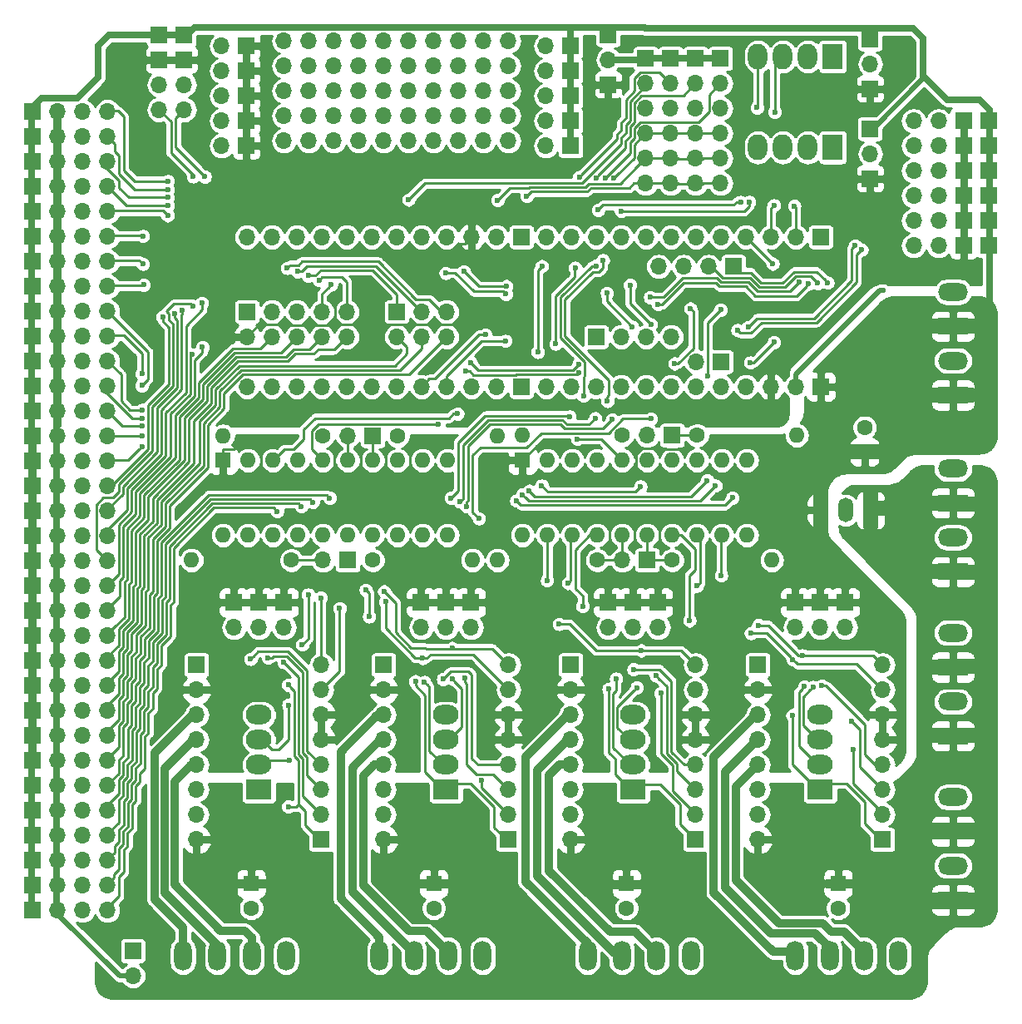
<source format=gbl>
G04 #@! TF.GenerationSoftware,KiCad,Pcbnew,(5.1.2)-1*
G04 #@! TF.CreationDate,2019-11-13T00:18:25-08:00*
G04 #@! TF.ProjectId,4Rose_t35_002c,34526f73-655f-4743-9335-5f303032632e,rev?*
G04 #@! TF.SameCoordinates,Original*
G04 #@! TF.FileFunction,Copper,L2,Bot*
G04 #@! TF.FilePolarity,Positive*
%FSLAX46Y46*%
G04 Gerber Fmt 4.6, Leading zero omitted, Abs format (unit mm)*
G04 Created by KiCad (PCBNEW (5.1.2)-1) date 2019-11-13 00:18:25*
%MOMM*%
%LPD*%
G04 APERTURE LIST*
%ADD10O,1.800000X3.048000*%
%ADD11O,1.700000X1.700000*%
%ADD12R,1.700000X1.700000*%
%ADD13O,1.600000X1.600000*%
%ADD14C,1.600000*%
%ADD15R,1.600000X1.600000*%
%ADD16O,3.048000X1.800000*%
%ADD17R,3.048000X1.800000*%
%ADD18R,2.600000X2.000000*%
%ADD19O,2.600000X2.000000*%
%ADD20R,2.000000X2.600000*%
%ADD21O,2.000000X2.600000*%
%ADD22R,1.500000X2.500000*%
%ADD23O,1.500000X2.500000*%
%ADD24C,0.600000*%
%ADD25C,0.812800*%
%ADD26C,0.762000*%
%ADD27C,0.508000*%
%ADD28C,0.254000*%
%ADD29C,0.635000*%
%ADD30C,0.228600*%
%ADD31C,1.727200*%
%ADD32C,1.524000*%
%ADD33C,0.889000*%
%ADD34C,0.381000*%
G04 APERTURE END LIST*
D10*
X193040000Y-171323000D03*
X196540000Y-171323000D03*
X200040000Y-171323000D03*
X203540000Y-171323000D03*
X182381800Y-171323000D03*
X178881800Y-171323000D03*
X175381800Y-171323000D03*
X171881800Y-171323000D03*
X161198200Y-171323000D03*
X157698200Y-171323000D03*
X154198200Y-171323000D03*
X150698200Y-171323000D03*
X130683000Y-171323000D03*
X134183000Y-171323000D03*
X137683000Y-171323000D03*
X141183000Y-171323000D03*
D11*
X175412400Y-131064000D03*
D12*
X177952400Y-131064000D03*
X180492400Y-118364000D03*
D11*
X177952400Y-118364000D03*
D12*
X150012400Y-118402100D03*
D11*
X147472400Y-118402100D03*
X144945100Y-131064000D03*
D12*
X147485100Y-131064000D03*
X185420000Y-80010000D03*
D11*
X185420000Y-82550000D03*
X185420000Y-85090000D03*
X185420000Y-87630000D03*
X185420000Y-90170000D03*
X185420000Y-92710000D03*
D12*
X180340000Y-80010000D03*
D11*
X180340000Y-82550000D03*
X180340000Y-85090000D03*
X180340000Y-87630000D03*
X180340000Y-90170000D03*
X180340000Y-92710000D03*
D12*
X182880000Y-80010000D03*
D11*
X182880000Y-82550000D03*
X182880000Y-85090000D03*
X182880000Y-87630000D03*
X182880000Y-90170000D03*
X182880000Y-92710000D03*
X163830000Y-78232000D03*
X163830000Y-80772000D03*
X163830000Y-83312000D03*
X163830000Y-85852000D03*
X163830000Y-88392000D03*
X161290000Y-78232000D03*
X161290000Y-80772000D03*
X161290000Y-83312000D03*
X161290000Y-85852000D03*
X161290000Y-88392000D03*
X158750000Y-78232000D03*
X158750000Y-80772000D03*
X158750000Y-83312000D03*
X158750000Y-85852000D03*
X158750000Y-88392000D03*
X156210000Y-78232000D03*
X156210000Y-80772000D03*
X156210000Y-83312000D03*
X156210000Y-85852000D03*
X156210000Y-88392000D03*
X153670000Y-78232000D03*
X153670000Y-80772000D03*
X153670000Y-83312000D03*
X153670000Y-85852000D03*
X153670000Y-88392000D03*
X151130000Y-78232000D03*
X151130000Y-80772000D03*
X151130000Y-83312000D03*
X151130000Y-85852000D03*
X151130000Y-88392000D03*
X148590000Y-78232000D03*
X148590000Y-80772000D03*
X148590000Y-83312000D03*
X148590000Y-85852000D03*
X148590000Y-88392000D03*
X146050000Y-78232000D03*
X146050000Y-80772000D03*
X146050000Y-83312000D03*
X146050000Y-85852000D03*
X146050000Y-88392000D03*
X143510000Y-78232000D03*
X143510000Y-80772000D03*
X143510000Y-83312000D03*
X143510000Y-85852000D03*
X143510000Y-88392000D03*
X140970000Y-88392000D03*
X140970000Y-85852000D03*
X140970000Y-83312000D03*
X140970000Y-80772000D03*
X140970000Y-78232000D03*
X130810000Y-85217000D03*
X130810000Y-82677000D03*
D12*
X130810000Y-80137000D03*
X130810000Y-77597000D03*
X128270000Y-77597000D03*
X128270000Y-80137000D03*
D11*
X128270000Y-82677000D03*
X128270000Y-85217000D03*
X205079600Y-86360000D03*
X207619600Y-86360000D03*
D12*
X210159600Y-86360000D03*
X212699600Y-86360000D03*
X212699600Y-88900000D03*
X210159600Y-88900000D03*
D11*
X207619600Y-88900000D03*
X205079600Y-88900000D03*
D12*
X212699600Y-93980000D03*
X210159600Y-93980000D03*
D11*
X207619600Y-93980000D03*
X205079600Y-93980000D03*
X205079600Y-91440000D03*
X207619600Y-91440000D03*
D12*
X210159600Y-91440000D03*
X212699600Y-91440000D03*
X212699600Y-96520000D03*
X210159600Y-96520000D03*
D11*
X207619600Y-96520000D03*
X205079600Y-96520000D03*
X205079600Y-99060000D03*
X207619600Y-99060000D03*
D12*
X210159600Y-99060000D03*
X212699600Y-99060000D03*
D11*
X177800000Y-92710000D03*
X177800000Y-90170000D03*
X177800000Y-87630000D03*
X177800000Y-85090000D03*
X177800000Y-82550000D03*
D12*
X177800000Y-80010000D03*
X186740800Y-101171000D03*
D11*
X184200800Y-101171000D03*
X181660800Y-101171000D03*
X179120800Y-101171000D03*
X180390800Y-108331000D03*
X177850800Y-108331000D03*
X175310800Y-108331000D03*
D12*
X172770800Y-108331000D03*
X185470800Y-110871000D03*
D11*
X182930800Y-110871000D03*
X157530800Y-108331000D03*
X157530800Y-105791000D03*
X154990800Y-108331000D03*
X154990800Y-105791000D03*
X152450800Y-108331000D03*
D12*
X152450800Y-105791000D03*
D11*
X147370800Y-108331000D03*
X147370800Y-105791000D03*
X144830800Y-108331000D03*
X144830800Y-105791000D03*
X142290800Y-108331000D03*
X142290800Y-105791000D03*
X139750800Y-108331000D03*
X139750800Y-105791000D03*
X137210800Y-108331000D03*
D12*
X137210800Y-105791000D03*
D13*
X131572000Y-131064000D03*
D14*
X141732000Y-131064000D03*
X150012400Y-131064000D03*
D13*
X160172400Y-131064000D03*
X134772400Y-118402100D03*
D14*
X144932400Y-118402100D03*
X152552400Y-118402100D03*
D13*
X162712400Y-118402100D03*
X162712400Y-131064000D03*
D14*
X172872400Y-131064000D03*
X180492400Y-131064000D03*
D13*
X190652400Y-131064000D03*
D14*
X175412400Y-118364000D03*
D13*
X165252400Y-118364000D03*
X193192400Y-118364000D03*
D14*
X183032400Y-118364000D03*
X200101200Y-117565800D03*
D15*
X200101200Y-120065800D03*
X137642600Y-163982400D03*
D14*
X137642600Y-166482400D03*
D16*
X209092800Y-121743600D03*
D17*
X209092800Y-125243600D03*
D16*
X209092800Y-128743600D03*
D17*
X209092800Y-132243600D03*
D18*
X195580000Y-154432000D03*
D19*
X195580000Y-151892000D03*
X195580000Y-149352000D03*
X195580000Y-146812000D03*
D17*
X209092800Y-165670000D03*
D16*
X209092800Y-162170000D03*
D17*
X209092800Y-158670000D03*
D16*
X209092800Y-155170000D03*
X209092800Y-103760400D03*
D17*
X209092800Y-107260400D03*
D16*
X209092800Y-110760400D03*
D17*
X209092800Y-114260400D03*
D20*
X196850000Y-89052400D03*
D21*
X194310000Y-89052400D03*
X191770000Y-89052400D03*
X189230000Y-89052400D03*
X189230000Y-79806800D03*
X191770000Y-79806800D03*
X194310000Y-79806800D03*
D20*
X196850000Y-79806800D03*
D19*
X176530000Y-146812000D03*
X176530000Y-149352000D03*
X176530000Y-151892000D03*
D18*
X176530000Y-154432000D03*
X157480000Y-154432000D03*
D19*
X157480000Y-151892000D03*
X157480000Y-149352000D03*
X157480000Y-146812000D03*
X138430000Y-146812000D03*
X138430000Y-149352000D03*
X138430000Y-151892000D03*
D18*
X138430000Y-154432000D03*
D14*
X156222700Y-166482400D03*
D15*
X156222700Y-163982400D03*
D16*
X209092800Y-138456800D03*
D17*
X209092800Y-141956800D03*
D16*
X209092800Y-145456800D03*
D17*
X209092800Y-148956800D03*
D12*
X140970000Y-135382000D03*
D11*
X140970000Y-137922000D03*
D12*
X138430000Y-135382000D03*
D11*
X138430000Y-137922000D03*
D12*
X135890000Y-135382000D03*
D11*
X135890000Y-137922000D03*
X154940000Y-137922000D03*
D12*
X154940000Y-135382000D03*
D11*
X157480000Y-137922000D03*
D12*
X157480000Y-135382000D03*
D11*
X160020000Y-137922000D03*
D12*
X160020000Y-135382000D03*
X198120000Y-135382000D03*
D11*
X198120000Y-137922000D03*
D12*
X195580000Y-135382000D03*
D11*
X195580000Y-137922000D03*
D12*
X193040000Y-135382000D03*
D11*
X193040000Y-137922000D03*
X173990000Y-137922000D03*
D12*
X173990000Y-135382000D03*
D11*
X176530000Y-137922000D03*
D12*
X176530000Y-135382000D03*
D11*
X179070000Y-137922000D03*
D12*
X179070000Y-135382000D03*
D14*
X175844200Y-166482400D03*
D15*
X175844200Y-163982400D03*
D14*
X197396100Y-166482400D03*
D15*
X197396100Y-163982400D03*
D12*
X200660000Y-92227400D03*
D11*
X200660000Y-89687400D03*
D12*
X200660000Y-87147400D03*
X200660000Y-78016100D03*
D11*
X200660000Y-80556100D03*
D12*
X200660000Y-83096100D03*
X173990000Y-77597000D03*
D11*
X173990000Y-80137000D03*
D12*
X173990000Y-82677000D03*
X125590300Y-170827700D03*
D11*
X125590300Y-173367700D03*
D12*
X170180000Y-78740000D03*
D11*
X167640000Y-78740000D03*
D12*
X170180000Y-81280000D03*
D11*
X167640000Y-81280000D03*
D12*
X170180000Y-83820000D03*
D11*
X167640000Y-83820000D03*
D12*
X170180000Y-86360000D03*
D11*
X167640000Y-86360000D03*
D12*
X170180000Y-88900000D03*
D11*
X167640000Y-88900000D03*
X134620000Y-88900000D03*
D12*
X137160000Y-88900000D03*
D11*
X134620000Y-86360000D03*
D12*
X137160000Y-86360000D03*
D11*
X134620000Y-83820000D03*
D12*
X137160000Y-83820000D03*
D11*
X134620000Y-81280000D03*
D12*
X137160000Y-81280000D03*
D11*
X134620000Y-78740000D03*
D12*
X137160000Y-78740000D03*
X189230000Y-141732000D03*
D11*
X189230000Y-144272000D03*
X189230000Y-146812000D03*
X189230000Y-149352000D03*
X189230000Y-151892000D03*
X189230000Y-154432000D03*
X189230000Y-156972000D03*
X189230000Y-159512000D03*
X201930000Y-141732000D03*
X201930000Y-144272000D03*
X201930000Y-146812000D03*
X201930000Y-149352000D03*
X201930000Y-151892000D03*
X201930000Y-154432000D03*
X201930000Y-156972000D03*
D12*
X201930000Y-159512000D03*
X170180000Y-141732000D03*
D11*
X170180000Y-144272000D03*
X170180000Y-146812000D03*
X170180000Y-149352000D03*
X170180000Y-151892000D03*
X170180000Y-154432000D03*
X170180000Y-156972000D03*
X170180000Y-159512000D03*
X182880000Y-141732000D03*
X182880000Y-144272000D03*
X182880000Y-146812000D03*
X182880000Y-149352000D03*
X182880000Y-151892000D03*
X182880000Y-154432000D03*
X182880000Y-156972000D03*
D12*
X182880000Y-159512000D03*
X151130000Y-141732000D03*
D11*
X151130000Y-144272000D03*
X151130000Y-146812000D03*
X151130000Y-149352000D03*
X151130000Y-151892000D03*
X151130000Y-154432000D03*
X151130000Y-156972000D03*
X151130000Y-159512000D03*
D12*
X132080000Y-141732000D03*
D11*
X132080000Y-144272000D03*
X132080000Y-146812000D03*
X132080000Y-149352000D03*
X132080000Y-151892000D03*
X132080000Y-154432000D03*
X132080000Y-156972000D03*
X132080000Y-159512000D03*
X163830000Y-141732000D03*
X163830000Y-144272000D03*
X163830000Y-146812000D03*
X163830000Y-149352000D03*
X163830000Y-151892000D03*
X163830000Y-154432000D03*
X163830000Y-156972000D03*
D12*
X163830000Y-159512000D03*
D11*
X144780000Y-141732000D03*
X144780000Y-144272000D03*
X144780000Y-146812000D03*
X144780000Y-149352000D03*
X144780000Y-151892000D03*
X144780000Y-154432000D03*
X144780000Y-156972000D03*
D12*
X144780000Y-159512000D03*
D13*
X134772400Y-128524000D03*
X157632400Y-120904000D03*
X137312400Y-128524000D03*
X155092400Y-120904000D03*
X139852400Y-128524000D03*
X152552400Y-120904000D03*
X142392400Y-128524000D03*
X150012400Y-120904000D03*
X144932400Y-128524000D03*
X147472400Y-120904000D03*
X147472400Y-128524000D03*
X144932400Y-120904000D03*
X150012400Y-128524000D03*
X142392400Y-120904000D03*
X152552400Y-128524000D03*
X139852400Y-120904000D03*
X155092400Y-128524000D03*
X137312400Y-120904000D03*
X157632400Y-128524000D03*
D15*
X134772400Y-120904000D03*
X165252400Y-120904000D03*
D13*
X188112400Y-128524000D03*
X167792400Y-120904000D03*
X185572400Y-128524000D03*
X170332400Y-120904000D03*
X183032400Y-128524000D03*
X172872400Y-120904000D03*
X180492400Y-128524000D03*
X175412400Y-120904000D03*
X177952400Y-128524000D03*
X177952400Y-120904000D03*
X175412400Y-128524000D03*
X180492400Y-120904000D03*
X172872400Y-128524000D03*
X183032400Y-120904000D03*
X170332400Y-128524000D03*
X185572400Y-120904000D03*
X167792400Y-128524000D03*
X188112400Y-120904000D03*
X165252400Y-128524000D03*
D11*
X123012200Y-85420200D03*
X120472200Y-85420200D03*
X117932200Y-85420200D03*
D12*
X115392200Y-85420200D03*
D11*
X123012200Y-87960200D03*
X120472200Y-87960200D03*
X117932200Y-87960200D03*
D12*
X115392200Y-87960200D03*
X115392200Y-90500200D03*
D11*
X117932200Y-90500200D03*
X120472200Y-90500200D03*
X123012200Y-90500200D03*
D12*
X115392200Y-93040200D03*
D11*
X117932200Y-93040200D03*
X120472200Y-93040200D03*
X123012200Y-93040200D03*
X123012200Y-95580200D03*
X120472200Y-95580200D03*
X117932200Y-95580200D03*
D12*
X115392200Y-95580200D03*
X115392200Y-98120200D03*
D11*
X117932200Y-98120200D03*
X120472200Y-98120200D03*
X123012200Y-98120200D03*
X123012200Y-100660200D03*
X120472200Y-100660200D03*
X117932200Y-100660200D03*
D12*
X115392200Y-100660200D03*
X115392200Y-103200200D03*
D11*
X117932200Y-103200200D03*
X120472200Y-103200200D03*
X123012200Y-103200200D03*
X123012200Y-105740200D03*
X120472200Y-105740200D03*
X117932200Y-105740200D03*
D12*
X115392200Y-105740200D03*
X115392200Y-108280200D03*
D11*
X117932200Y-108280200D03*
X120472200Y-108280200D03*
X123012200Y-108280200D03*
X123012200Y-110820200D03*
X120472200Y-110820200D03*
X117932200Y-110820200D03*
D12*
X115392200Y-110820200D03*
X115392200Y-113360200D03*
D11*
X117932200Y-113360200D03*
X120472200Y-113360200D03*
X123012200Y-113360200D03*
X123012200Y-115900200D03*
X120472200Y-115900200D03*
X117932200Y-115900200D03*
D12*
X115392200Y-115900200D03*
X115392200Y-118440200D03*
D11*
X117932200Y-118440200D03*
X120472200Y-118440200D03*
X123012200Y-118440200D03*
X123012200Y-120980200D03*
X120472200Y-120980200D03*
X117932200Y-120980200D03*
D12*
X115392200Y-120980200D03*
D11*
X123012200Y-123520200D03*
X120472200Y-123520200D03*
X117932200Y-123520200D03*
D12*
X115392200Y-123520200D03*
X115392200Y-126060200D03*
D11*
X117932200Y-126060200D03*
X120472200Y-126060200D03*
X123012200Y-126060200D03*
D12*
X115392200Y-128600200D03*
D11*
X117932200Y-128600200D03*
X120472200Y-128600200D03*
X123012200Y-128600200D03*
D12*
X115392200Y-131140200D03*
D11*
X117932200Y-131140200D03*
X120472200Y-131140200D03*
X123012200Y-131140200D03*
X123012200Y-133680200D03*
X120472200Y-133680200D03*
X117932200Y-133680200D03*
D12*
X115392200Y-133680200D03*
D11*
X123012200Y-136220200D03*
X120472200Y-136220200D03*
X117932200Y-136220200D03*
D12*
X115392200Y-136220200D03*
X115392200Y-138760200D03*
D11*
X117932200Y-138760200D03*
X120472200Y-138760200D03*
X123012200Y-138760200D03*
X123012200Y-141300200D03*
X120472200Y-141300200D03*
X117932200Y-141300200D03*
D12*
X115392200Y-141300200D03*
X115392200Y-143840200D03*
D11*
X117932200Y-143840200D03*
X120472200Y-143840200D03*
X123012200Y-143840200D03*
X123012200Y-146380200D03*
X120472200Y-146380200D03*
X117932200Y-146380200D03*
D12*
X115392200Y-146380200D03*
X115392200Y-148920200D03*
D11*
X117932200Y-148920200D03*
X120472200Y-148920200D03*
X123012200Y-148920200D03*
X123012200Y-151460200D03*
X120472200Y-151460200D03*
X117932200Y-151460200D03*
D12*
X115392200Y-151460200D03*
X115392200Y-154000200D03*
D11*
X117932200Y-154000200D03*
X120472200Y-154000200D03*
X123012200Y-154000200D03*
X123012200Y-156540200D03*
X120472200Y-156540200D03*
X117932200Y-156540200D03*
D12*
X115392200Y-156540200D03*
X115392200Y-159080200D03*
D11*
X117932200Y-159080200D03*
X120472200Y-159080200D03*
X123012200Y-159080200D03*
X123012200Y-161620200D03*
X120472200Y-161620200D03*
X117932200Y-161620200D03*
D12*
X115392200Y-161620200D03*
X115392200Y-164160200D03*
D11*
X117932200Y-164160200D03*
X120472200Y-164160200D03*
X123012200Y-164160200D03*
X123012200Y-166700200D03*
X120472200Y-166700200D03*
X117932200Y-166700200D03*
D12*
X115392200Y-166700200D03*
X195630800Y-98171000D03*
D11*
X193090800Y-98171000D03*
X190550800Y-98171000D03*
X188010800Y-98171000D03*
X185470800Y-98171000D03*
X182930800Y-98171000D03*
X180390800Y-98171000D03*
X177850800Y-98171000D03*
X175310800Y-98171000D03*
X172770800Y-98171000D03*
X170230800Y-98171000D03*
X167690800Y-98171000D03*
X167690800Y-113411000D03*
X170230800Y-113411000D03*
X172770800Y-113411000D03*
X175310800Y-113411000D03*
X177850800Y-113411000D03*
X180390800Y-113411000D03*
X182930800Y-113411000D03*
X185470800Y-113411000D03*
X188010800Y-113411000D03*
X190550800Y-113411000D03*
X193090800Y-113411000D03*
D12*
X195630800Y-113411000D03*
D11*
X137210800Y-113411000D03*
X139750800Y-113411000D03*
X142290800Y-113411000D03*
X144830800Y-113411000D03*
X147370800Y-113411000D03*
X149910800Y-113411000D03*
X152450800Y-113411000D03*
X154990800Y-113411000D03*
X157530800Y-113411000D03*
X160070800Y-113411000D03*
X162610800Y-113411000D03*
D12*
X165150800Y-113411000D03*
X165150800Y-98171000D03*
D11*
X162610800Y-98171000D03*
X160070800Y-98171000D03*
X157530800Y-98171000D03*
X154990800Y-98171000D03*
X152450800Y-98171000D03*
X149910800Y-98171000D03*
X147370800Y-98171000D03*
X144830800Y-98171000D03*
X142290800Y-98171000D03*
X139750800Y-98171000D03*
X137210800Y-98171000D03*
D22*
X200710000Y-125984000D03*
D23*
X198170000Y-125984000D03*
X195630000Y-125984000D03*
D24*
X123139200Y-81114900D03*
X123710700Y-80543400D03*
X124371100Y-80111600D03*
X168643300Y-109042200D03*
X174586900Y-92140168D03*
X170611800Y-101307900D03*
X162725100Y-94424500D03*
X170853751Y-118735333D03*
X167233600Y-101142800D03*
X171043600Y-92062300D03*
X166814500Y-109880400D03*
X159981900Y-110947200D03*
X170975390Y-111153070D03*
X156702048Y-117213010D03*
X159435800Y-111836200D03*
X158635700Y-116166900D03*
X171001366Y-111995860D03*
X157441900Y-101828600D03*
X176425101Y-107318299D03*
X173847393Y-103884479D03*
X163576100Y-103974800D03*
X131741471Y-92026166D03*
X176212500Y-103060500D03*
X159289750Y-101669850D03*
X163615409Y-103175474D03*
X132905500Y-92036900D03*
X178316313Y-107063787D03*
X167220900Y-123482100D03*
X177266600Y-123571000D03*
X184048400Y-122948700D03*
X165937059Y-124006835D03*
X184912000Y-123482100D03*
X165236152Y-124392514D03*
X186639200Y-124714000D03*
X164632683Y-125006824D03*
X202006200Y-103619300D03*
X199109845Y-99034120D03*
X188239400Y-107340400D03*
X199784824Y-99463564D03*
X187147200Y-107657900D03*
X165696900Y-93992700D03*
X172745400Y-92140168D03*
X173710600Y-92140168D03*
X172961300Y-95427800D03*
X187464700Y-94602300D03*
X189141100Y-85013800D03*
X188328300Y-94602300D03*
X175310590Y-95534110D03*
X190931800Y-85445600D03*
X173443900Y-100528490D03*
X173908016Y-114865716D03*
X172745400Y-101104700D03*
X171488100Y-114325400D03*
X182359300Y-105462321D03*
X180733700Y-111048800D03*
X184124600Y-112331500D03*
X185432700Y-105575100D03*
X190868300Y-108877100D03*
X190728600Y-100888800D03*
X188468000Y-110947200D03*
X190855600Y-94945200D03*
X192925700Y-95008700D03*
X137577445Y-141114651D03*
X139331700Y-140982700D03*
X157175200Y-143179800D03*
X159410400Y-143090900D03*
X176568100Y-142176500D03*
X178854100Y-142811500D03*
X140970000Y-141465300D03*
X161092230Y-153458810D03*
X179336700Y-144602200D03*
X126504700Y-113284000D03*
X126504700Y-112090200D03*
X126504700Y-115785898D03*
X126530100Y-116624100D03*
X126530100Y-117424113D03*
X126553979Y-118376700D03*
X126542801Y-119481599D03*
X141300200Y-101320600D03*
X128625600Y-106299000D03*
X142342736Y-101680755D03*
X129853041Y-105966342D03*
X143434821Y-102107461D03*
X130581400Y-105600500D03*
X144540422Y-102567084D03*
X131711700Y-105206800D03*
X145783300Y-103022400D03*
X132613400Y-104889300D03*
X131610100Y-110134400D03*
X132676900Y-109397800D03*
X161481410Y-108123090D03*
X178247634Y-104313090D03*
X193421000Y-102750990D03*
X163512500Y-108737400D03*
X179070000Y-105033710D03*
X194373500Y-102933500D03*
X145630900Y-124726700D03*
X157988000Y-124728368D03*
X170053000Y-116459000D03*
X143903700Y-125156979D03*
X172669200Y-116632090D03*
X158908997Y-125117939D03*
X142739215Y-125585590D03*
X174384489Y-116733690D03*
X159558090Y-125585590D03*
X160820100Y-126822200D03*
X140284200Y-126098300D03*
X178333400Y-116674909D03*
X196316600Y-102831900D03*
X195313300Y-102870000D03*
X129153572Y-93341775D03*
X129132489Y-94141509D03*
X129146501Y-94970408D03*
X129133600Y-95978645D03*
X126606298Y-98082100D03*
X126619000Y-100914200D03*
X126682500Y-103047800D03*
X129159000Y-92481400D03*
X153661067Y-94369933D03*
X189280800Y-137680700D03*
X185496200Y-132626100D03*
X193725800Y-140741400D03*
X194830700Y-143967200D03*
X188518800Y-138493500D03*
X183032400Y-133667500D03*
X192760600Y-141160500D03*
X193941700Y-143941800D03*
X182257700Y-137210800D03*
X192747900Y-146862800D03*
X198907400Y-150355300D03*
X198733367Y-147430533D03*
X195719700Y-143852898D03*
X158102300Y-143141700D03*
X158097590Y-140004800D03*
X151177615Y-134246934D03*
X151307800Y-135305800D03*
X155092400Y-141025892D03*
X155270200Y-143471900D03*
X154355800Y-143395700D03*
X149301200Y-134099300D03*
X149631400Y-136804400D03*
X171386500Y-135763000D03*
X174015400Y-144195800D03*
X168986200Y-137566400D03*
X167754300Y-133121400D03*
X176911000Y-144030700D03*
X177355500Y-140258800D03*
X169913300Y-133400800D03*
X174777400Y-143129000D03*
X144713917Y-134889283D03*
X141422549Y-145808699D03*
X146646900Y-135953500D03*
X141566875Y-151413691D03*
X142836900Y-139661900D03*
X143433800Y-134569200D03*
X141414500Y-143764000D03*
X141414500Y-156146500D03*
D25*
X131762500Y-149352000D02*
X132080000Y-149352000D01*
X128819289Y-152295211D02*
X131762500Y-149352000D01*
X128819289Y-164861889D02*
X128819289Y-152295211D01*
X134183000Y-170942000D02*
X134183000Y-170225600D01*
X134183000Y-170225600D02*
X128819289Y-164861889D01*
D26*
X132067300Y-146812000D02*
X132080000Y-146812000D01*
D25*
X131686300Y-146812000D02*
X132067300Y-146812000D01*
X127806478Y-150691822D02*
X131686300Y-146812000D01*
X127806478Y-165588978D02*
X127806478Y-150691822D01*
X130683000Y-170942000D02*
X130683000Y-168465500D01*
X130683000Y-168465500D02*
X127806478Y-165588978D01*
X141183000Y-170942000D02*
X141249400Y-170942000D01*
X137718800Y-169506900D02*
X137718800Y-170906200D01*
X131546600Y-151892000D02*
X129832100Y-153606500D01*
X129832100Y-153606500D02*
X129832100Y-164071300D01*
X129832100Y-164071300D02*
X134531100Y-168770300D01*
X137718800Y-170906200D02*
X137683000Y-170942000D01*
X134531100Y-168770300D02*
X136982200Y-168770300D01*
X132080000Y-151892000D02*
X131546600Y-151892000D01*
X136982200Y-168770300D02*
X137718800Y-169506900D01*
X150787100Y-149352000D02*
X151130000Y-149352000D01*
X147967700Y-152171400D02*
X150787100Y-149352000D01*
X154198200Y-171043600D02*
X147967700Y-164813100D01*
X147967700Y-164813100D02*
X147967700Y-152171400D01*
D26*
X151130000Y-146812000D02*
X151117300Y-146812000D01*
D25*
X150698200Y-169430700D02*
X150698200Y-171043600D01*
X146764389Y-165496889D02*
X150698200Y-169430700D01*
X146764389Y-150568011D02*
X146764389Y-165496889D01*
X151117300Y-146812000D02*
X150520400Y-146812000D01*
X150520400Y-146812000D02*
X146764389Y-150568011D01*
X157698200Y-170982400D02*
X157698200Y-171043600D01*
X150202900Y-151892000D02*
X149034500Y-153060400D01*
X151130000Y-151892000D02*
X150202900Y-151892000D01*
X149034500Y-153060400D02*
X149034500Y-164147500D01*
X149034500Y-164147500D02*
X153708100Y-168821100D01*
X153708100Y-168821100D02*
X155536900Y-168821100D01*
X155536900Y-168821100D02*
X157698200Y-170982400D01*
X169862500Y-149352000D02*
X170180000Y-149352000D01*
X166789100Y-152425400D02*
X169862500Y-149352000D01*
X166789100Y-163195000D02*
X166789100Y-152425400D01*
X175381800Y-171043600D02*
X174637700Y-171043600D01*
X174637700Y-171043600D02*
X166789100Y-163195000D01*
X169862500Y-146812000D02*
X170180000Y-146812000D01*
X165573089Y-151101411D02*
X169862500Y-146812000D01*
X165573089Y-163795089D02*
X165573089Y-151101411D01*
X171881800Y-171043600D02*
X171881800Y-170103800D01*
X171881800Y-170103800D02*
X165573089Y-163795089D01*
X176735500Y-168897300D02*
X178881800Y-171043600D01*
X174180500Y-168897300D02*
X176735500Y-168897300D01*
X167982900Y-162699700D02*
X174180500Y-168897300D01*
X167982900Y-152946100D02*
X167982900Y-162699700D01*
X170180000Y-151892000D02*
X169037000Y-151892000D01*
X169037000Y-151892000D02*
X167982900Y-152946100D01*
D27*
X117856000Y-121920000D02*
X117856000Y-124460000D01*
D28*
X117856000Y-119380000D02*
X117856000Y-120582081D01*
X117856000Y-120582081D02*
X117949319Y-120675400D01*
D27*
X117856000Y-129540000D02*
X117856000Y-132080000D01*
X117856000Y-127000000D02*
X117856000Y-129540000D01*
X117856000Y-124460000D02*
X117856000Y-127000000D01*
D29*
X117856000Y-85344000D02*
X117856000Y-87884000D01*
X117856000Y-87884000D02*
X117856000Y-90424000D01*
X117856000Y-90424000D02*
X117856000Y-92964000D01*
X117856000Y-92964000D02*
X117856000Y-95504000D01*
X117856000Y-95504000D02*
X117856000Y-98044000D01*
X117856000Y-98044000D02*
X117856000Y-100584000D01*
X117856000Y-100584000D02*
X117856000Y-103124000D01*
X117856000Y-103124000D02*
X117856000Y-105664000D01*
X117856000Y-105664000D02*
X117856000Y-108204000D01*
X117856000Y-108204000D02*
X117856000Y-110744000D01*
X117856000Y-110744000D02*
X117856000Y-113284000D01*
X117856000Y-113284000D02*
X117856000Y-115824000D01*
X117856000Y-115824000D02*
X117856000Y-118364000D01*
X117856000Y-118364000D02*
X117856000Y-120904000D01*
X117856000Y-120904000D02*
X117856000Y-123444000D01*
X117856000Y-123444000D02*
X117856000Y-125984000D01*
X117856000Y-125984000D02*
X117856000Y-128524000D01*
X117856000Y-128524000D02*
X117856000Y-131064000D01*
X117856000Y-131064000D02*
X117856000Y-133604000D01*
X117856000Y-133604000D02*
X117856000Y-136144000D01*
X117856000Y-136144000D02*
X117856000Y-138684000D01*
X117856000Y-138684000D02*
X117856000Y-141224000D01*
X117856000Y-141224000D02*
X117856000Y-143764000D01*
X117856000Y-143764000D02*
X117856000Y-146304000D01*
X117856000Y-146304000D02*
X117856000Y-148844000D01*
X117856000Y-148844000D02*
X117856000Y-151384000D01*
X117856000Y-151384000D02*
X117856000Y-153924000D01*
X117856000Y-153924000D02*
X117856000Y-156464000D01*
X117856000Y-156464000D02*
X117856000Y-159004000D01*
X117856000Y-159004000D02*
X117856000Y-161544000D01*
X117856000Y-161544000D02*
X117856000Y-164084000D01*
X117856000Y-164084000D02*
X117856000Y-166624000D01*
D30*
X140928601Y-107216699D02*
X140928601Y-107070401D01*
X140868400Y-107010200D02*
X140868400Y-106959400D01*
X140928601Y-107070401D02*
X140868400Y-107010200D01*
X143671801Y-107216699D02*
X143671801Y-107026199D01*
X145945101Y-107216699D02*
X145945101Y-107076999D01*
X145945101Y-107076999D02*
X146177000Y-106845100D01*
X146177000Y-106845100D02*
X146177000Y-104724200D01*
X146129499Y-107216699D02*
X146129499Y-107369099D01*
X145945101Y-107216699D02*
X146129499Y-107216699D01*
X150342600Y-107871966D02*
X149908966Y-108305600D01*
X150342600Y-107086400D02*
X150342600Y-107871966D01*
X153822400Y-107086400D02*
X153822400Y-107327700D01*
X153822400Y-107086400D02*
X150342600Y-107086400D01*
X153822400Y-107327700D02*
X153822400Y-107264200D01*
X156070300Y-107200700D02*
X156070300Y-107086400D01*
X156197300Y-107073700D02*
X156070300Y-107200700D01*
X159346900Y-107073700D02*
X156197300Y-107073700D01*
X159880300Y-106540300D02*
X159346900Y-107073700D01*
X157416500Y-104038400D02*
X158216600Y-104038400D01*
X158216600Y-104038400D02*
X159880300Y-105702100D01*
X155663900Y-102285800D02*
X157416500Y-104038400D01*
X159372300Y-98869500D02*
X158699200Y-98869500D01*
X160070800Y-98171000D02*
X159372300Y-98869500D01*
X158699200Y-98869500D02*
X156743400Y-100825300D01*
X159880300Y-105702100D02*
X159880300Y-106540300D01*
X156743400Y-100825300D02*
X156273500Y-100825300D01*
X156070300Y-107086400D02*
X153822400Y-107086400D01*
X156273500Y-100825300D02*
X155663900Y-101434900D01*
X155663900Y-101434900D02*
X155663900Y-102285800D01*
X145878302Y-107149900D02*
X145945101Y-107216699D01*
X143671801Y-107216699D02*
X143738600Y-107149900D01*
X143738600Y-107149900D02*
X145878302Y-107149900D01*
X143579602Y-107124500D02*
X143671801Y-107216699D01*
X140928601Y-107216699D02*
X141020800Y-107124500D01*
X141020800Y-107124500D02*
X143579602Y-107124500D01*
X140823702Y-107111800D02*
X140928601Y-107216699D01*
X137210800Y-108331000D02*
X138430000Y-107111800D01*
X138430000Y-107111800D02*
X140823702Y-107111800D01*
X149364700Y-107276900D02*
X149364700Y-107530900D01*
X149174200Y-107086400D02*
X149364700Y-107276900D01*
X146129499Y-107216699D02*
X146259798Y-107086400D01*
X146259798Y-107086400D02*
X149174200Y-107086400D01*
D27*
X124231400Y-173367700D02*
X125285500Y-173367700D01*
X117856000Y-166624000D02*
X117856000Y-166992300D01*
X117856000Y-166992300D02*
X124231400Y-173367700D01*
D31*
X211112100Y-165709600D02*
X206336900Y-165709600D01*
X208749900Y-158673800D02*
X206199500Y-158673800D01*
X211378800Y-158661100D02*
X210174600Y-158661100D01*
D32*
X209791300Y-132257800D02*
X206717900Y-132257800D01*
X209943700Y-125323600D02*
X211076300Y-125323600D01*
X209194400Y-125247400D02*
X206895701Y-125247400D01*
X208026000Y-141986000D02*
X206809100Y-141986000D01*
X209715100Y-141897100D02*
X212204300Y-141897100D01*
X211429600Y-148894800D02*
X210134200Y-148894800D01*
X206908400Y-148894800D02*
X209842100Y-148894800D01*
X202285600Y-125742700D02*
X202300600Y-125727700D01*
X200710800Y-125742700D02*
X202285600Y-125742700D01*
X200723500Y-126072900D02*
X200723500Y-127622300D01*
X200723500Y-127228600D02*
X200723500Y-124244100D01*
D26*
X133426200Y-159512000D02*
X132080000Y-159512000D01*
X132080000Y-159512000D02*
X132080000Y-160883600D01*
X151130000Y-159512000D02*
X152717500Y-159512000D01*
X151130000Y-159512000D02*
X151130000Y-160947100D01*
X170180000Y-159512000D02*
X170180000Y-160655000D01*
X170180000Y-159512000D02*
X171894500Y-159512000D01*
X189230000Y-159512000D02*
X189230000Y-160743900D01*
X189230000Y-159512000D02*
X191376300Y-159512000D01*
D33*
X139280900Y-163982400D02*
X136093200Y-163982400D01*
X157594300Y-163982400D02*
X154800399Y-163982400D01*
D26*
X174291180Y-164049620D02*
X174253080Y-164011520D01*
X175853180Y-164049620D02*
X174291180Y-164049620D01*
D33*
X174253080Y-164011520D02*
X177618481Y-164011519D01*
X198615300Y-164007800D02*
X196253100Y-164007800D01*
D32*
X211442300Y-132295900D02*
X208368900Y-132295900D01*
D30*
X179002081Y-87630000D02*
X180340000Y-87630000D01*
X177800000Y-87630000D02*
X179002081Y-87630000D01*
X180340000Y-87630000D02*
X182880000Y-87630000D01*
X182880000Y-87630000D02*
X185420000Y-87630000D01*
X176628411Y-88801589D02*
X176628411Y-90098657D01*
X177800000Y-87630000D02*
X176628411Y-88801589D01*
X176628411Y-90098657D02*
X174886899Y-91840169D01*
X174886899Y-91840169D02*
X174586900Y-92140168D01*
X170586400Y-101333300D02*
X170611800Y-101307900D01*
X170586400Y-102209600D02*
X170586400Y-101333300D01*
X168643300Y-109042200D02*
X168643300Y-104152700D01*
X168643300Y-104152700D02*
X170586400Y-102209600D01*
X181107607Y-90170000D02*
X181183131Y-90245524D01*
X178562000Y-90170000D02*
X181107607Y-90170000D01*
X181183131Y-90245524D02*
X183723133Y-90245524D01*
X182880000Y-90170000D02*
X185420000Y-90170000D01*
X177800000Y-90170000D02*
X180340000Y-90170000D01*
X162725100Y-94424500D02*
X163980888Y-93168712D01*
X163980888Y-93168712D02*
X165914741Y-93168712D01*
X165914741Y-93168712D02*
X165963864Y-93119589D01*
X165963864Y-93119589D02*
X171679424Y-93119589D01*
X175215522Y-92754478D02*
X176950001Y-91019999D01*
X176950001Y-91019999D02*
X177800000Y-90170000D01*
X171679424Y-93119589D02*
X172044535Y-92754478D01*
X172044535Y-92754478D02*
X175215522Y-92754478D01*
X173243733Y-118735333D02*
X171278015Y-118735333D01*
X175412400Y-120904000D02*
X173243733Y-118735333D01*
X171278015Y-118735333D02*
X170853751Y-118735333D01*
X166839900Y-109855000D02*
X166814500Y-109880400D01*
X166839900Y-101574600D02*
X166839900Y-109855000D01*
X167233600Y-101142800D02*
X167233600Y-101180900D01*
X167233600Y-101180900D02*
X166839900Y-101574600D01*
X175349866Y-87298834D02*
X174891700Y-87757000D01*
X175349866Y-86538527D02*
X175349866Y-87298834D01*
X174891700Y-88214200D02*
X171343599Y-91762301D01*
X175778478Y-86109915D02*
X175349866Y-86538527D01*
X171343599Y-91762301D02*
X171043600Y-92062300D01*
X179175699Y-81385699D02*
X177241135Y-81385699D01*
X180340000Y-82550000D02*
X179175699Y-81385699D01*
X174891700Y-87757000D02*
X174891700Y-88214200D01*
X177241135Y-81385699D02*
X176635699Y-81991135D01*
X176635699Y-81991135D02*
X176635699Y-83318842D01*
X176635699Y-83318842D02*
X175778478Y-84176062D01*
X175778478Y-84176062D02*
X175778478Y-86109915D01*
X143818099Y-117867235D02*
X144472324Y-117213010D01*
X156277784Y-117213010D02*
X156702048Y-117213010D01*
X144472324Y-117213010D02*
X156277784Y-117213010D01*
X143818099Y-119789699D02*
X143818099Y-117867235D01*
X144932400Y-120904000D02*
X143818099Y-119789699D01*
X170393860Y-111734600D02*
X170975390Y-111153070D01*
X159981900Y-110947200D02*
X160769300Y-111734600D01*
X160769300Y-111734600D02*
X170393860Y-111734600D01*
X139890500Y-120904000D02*
X139852400Y-120904000D01*
X158211436Y-116166900D02*
X157779636Y-116598700D01*
X158635700Y-116166900D02*
X158211436Y-116166900D01*
X157779636Y-116598700D02*
X144157700Y-116598700D01*
X141957301Y-119789699D02*
X141004801Y-119789699D01*
X144157700Y-116598700D02*
X142989300Y-117767100D01*
X141004801Y-119789699D02*
X139890500Y-120904000D01*
X142989300Y-117767100D02*
X142989300Y-118757700D01*
X142989300Y-118757700D02*
X141957301Y-119789699D01*
X164591935Y-112246699D02*
X164646834Y-112191800D01*
X164049359Y-112246699D02*
X164591935Y-112246699D01*
X163176048Y-112253082D02*
X164042976Y-112253082D01*
X163169665Y-112246699D02*
X163176048Y-112253082D01*
X164042976Y-112253082D02*
X164049359Y-112246699D01*
X164646834Y-112191800D02*
X170805426Y-112191800D01*
X159435800Y-111836200D02*
X159860064Y-111836200D01*
X159860064Y-111836200D02*
X160276946Y-112253082D01*
X162051935Y-112246699D02*
X163169665Y-112246699D01*
X160276946Y-112253082D02*
X162045552Y-112253082D01*
X170805426Y-112191800D02*
X171001366Y-111995860D01*
X162045552Y-112253082D02*
X162051935Y-112246699D01*
X173847393Y-104740591D02*
X173847393Y-104308743D01*
X173847393Y-104308743D02*
X173847393Y-103884479D01*
X176425101Y-107318299D02*
X173847393Y-104740591D01*
X158407100Y-101828600D02*
X157441900Y-101828600D01*
X160286700Y-103708200D02*
X158407100Y-101828600D01*
X163576100Y-103974800D02*
X163309500Y-103708200D01*
X163309500Y-103708200D02*
X160286700Y-103708200D01*
X131741471Y-91867429D02*
X131741471Y-92026166D01*
X129463800Y-89589758D02*
X131741471Y-91867429D01*
X128270000Y-85217000D02*
X129463800Y-86410800D01*
X129463800Y-86410800D02*
X129463800Y-89589758D01*
X159289750Y-101669850D02*
X160795374Y-103175474D01*
X163191145Y-103175474D02*
X163615409Y-103175474D01*
X160795374Y-103175474D02*
X163191145Y-103175474D01*
X132605501Y-91736901D02*
X132905500Y-92036900D01*
X129946400Y-89077800D02*
X132605501Y-91736901D01*
X130810000Y-85217000D02*
X129946400Y-86080600D01*
X129946400Y-86080600D02*
X129946400Y-89077800D01*
X176212500Y-103060500D02*
X176212500Y-104959974D01*
X176212500Y-104959974D02*
X178016314Y-106763788D01*
X178016314Y-106763788D02*
X178316313Y-107063787D01*
X176707800Y-124129800D02*
X177266600Y-123571000D01*
X167220900Y-123482100D02*
X167868600Y-124129800D01*
X167868600Y-124129800D02*
X176707800Y-124129800D01*
X166544136Y-124613912D02*
X166237058Y-124306834D01*
X182383188Y-124613912D02*
X166544136Y-124613912D01*
X166237058Y-124306834D02*
X165937059Y-124006835D01*
X184048400Y-122948700D02*
X182383188Y-124613912D01*
X183351577Y-125042523D02*
X165886161Y-125042523D01*
X165536151Y-124692513D02*
X165236152Y-124392514D01*
X165886161Y-125042523D02*
X165536151Y-124692513D01*
X184912000Y-123482100D02*
X183351577Y-125042523D01*
X186639200Y-124714000D02*
X185882067Y-125471133D01*
X165096992Y-125471133D02*
X164932682Y-125306823D01*
X185882067Y-125471133D02*
X165096992Y-125471133D01*
X164932682Y-125306823D02*
X164632683Y-125006824D01*
D27*
X201650600Y-103619300D02*
X202006200Y-103619300D01*
X193090800Y-113411000D02*
X193090800Y-112179100D01*
X193090800Y-112179100D02*
X201650600Y-103619300D01*
D30*
X188539399Y-107040401D02*
X188239400Y-107340400D01*
X189137911Y-106441889D02*
X188539399Y-107040401D01*
X194941811Y-106441889D02*
X189137911Y-106441889D01*
X198780400Y-102603300D02*
X194941811Y-106441889D01*
X199109845Y-99034120D02*
X198780400Y-99363565D01*
X198780400Y-99363565D02*
X198780400Y-102603300D01*
X187447199Y-107957899D02*
X187147200Y-107657900D01*
X199784824Y-99463564D02*
X199275700Y-99972688D01*
X199275700Y-99972688D02*
X199275700Y-102768400D01*
X199275700Y-102768400D02*
X195173600Y-106870500D01*
X195173600Y-106870500D02*
X189625187Y-106870500D01*
X189625187Y-106870500D02*
X188537788Y-107957899D01*
X188537788Y-107957899D02*
X187447199Y-107957899D01*
X181107607Y-92710000D02*
X181183131Y-92785524D01*
X178562000Y-92710000D02*
X181107607Y-92710000D01*
X181183131Y-92785524D02*
X183723133Y-92785524D01*
X184082081Y-92710000D02*
X185420000Y-92710000D01*
X182880000Y-92710000D02*
X184082081Y-92710000D01*
X177800000Y-92710000D02*
X180340000Y-92710000D01*
X176597919Y-92710000D02*
X177800000Y-92710000D01*
X171856960Y-93548200D02*
X172222071Y-93183089D01*
X166141400Y-93548200D02*
X171856960Y-93548200D01*
X176124830Y-93183089D02*
X176597919Y-92710000D01*
X172222071Y-93183089D02*
X176124830Y-93183089D01*
X165696900Y-93992700D02*
X166141400Y-93548200D01*
X176207088Y-87927512D02*
X175755300Y-88379300D01*
X181639499Y-83790501D02*
X177376333Y-83790501D01*
X175755300Y-89130268D02*
X173045399Y-91840169D01*
X182880000Y-82550000D02*
X181639499Y-83790501D01*
X176635700Y-84531134D02*
X176635700Y-86464987D01*
X176207088Y-86893599D02*
X176207088Y-87927512D01*
X173045399Y-91840169D02*
X172745400Y-92140168D01*
X175755300Y-88379300D02*
X175755300Y-89130268D01*
X177376333Y-83790501D02*
X176635700Y-84531134D01*
X176635700Y-86464987D02*
X176207088Y-86893599D01*
X184255699Y-83714301D02*
X184255699Y-85361267D01*
X176635699Y-88121201D02*
X176199800Y-88557100D01*
X176199800Y-89650968D02*
X174010599Y-91840169D01*
X176199800Y-88557100D02*
X176199800Y-89650968D01*
X185420000Y-82550000D02*
X184255699Y-83714301D01*
X183151267Y-86465699D02*
X177241135Y-86465699D01*
X184255699Y-85361267D02*
X183151267Y-86465699D01*
X174010599Y-91840169D02*
X173710600Y-92140168D01*
X177241135Y-86465699D02*
X176635699Y-87071135D01*
X176635699Y-87071135D02*
X176635699Y-88121201D01*
X187040436Y-94602300D02*
X187464700Y-94602300D01*
X186722936Y-94919800D02*
X187040436Y-94602300D01*
X172961300Y-95427800D02*
X173469300Y-94919800D01*
X173469300Y-94919800D02*
X186722936Y-94919800D01*
X189230000Y-79806800D02*
X189230000Y-84924900D01*
X189230000Y-84924900D02*
X189141100Y-85013800D01*
X187820754Y-95534110D02*
X175734854Y-95534110D01*
X175734854Y-95534110D02*
X175310590Y-95534110D01*
X188328300Y-95026564D02*
X187820754Y-95534110D01*
X188328300Y-94602300D02*
X188328300Y-95026564D01*
X190931800Y-80645000D02*
X191770000Y-79806800D01*
X190931800Y-85445600D02*
X190931800Y-80645000D01*
X173443900Y-100528490D02*
X173443900Y-101315366D01*
X172393089Y-101719001D02*
X169570400Y-104541690D01*
X169570400Y-108254800D02*
X174040800Y-112725200D01*
X173040265Y-101719001D02*
X172393089Y-101719001D01*
X169570400Y-104541690D02*
X169570400Y-108254800D01*
X174040800Y-114308668D02*
X173908016Y-114441452D01*
X173443900Y-101315366D02*
X173040265Y-101719001D01*
X173908016Y-114441452D02*
X173908016Y-114865716D01*
X174040800Y-112725200D02*
X174040800Y-114308668D01*
X172745400Y-101104700D02*
X172321136Y-101104700D01*
X172321136Y-101104700D02*
X169141789Y-104284047D01*
X169141789Y-104284047D02*
X169141789Y-108432336D01*
X171615667Y-112290725D02*
X171488100Y-112418292D01*
X169141789Y-108432336D02*
X171615667Y-110906214D01*
X171488100Y-113901136D02*
X171488100Y-114325400D01*
X171488100Y-112418292D02*
X171488100Y-113901136D01*
X171615667Y-110906214D02*
X171615667Y-112290725D01*
X180759100Y-111023400D02*
X180733700Y-111048800D01*
X181102000Y-111023400D02*
X180759100Y-111023400D01*
X182638700Y-109486700D02*
X181102000Y-111023400D01*
X182359300Y-105462321D02*
X182638700Y-105741721D01*
X182638700Y-105741721D02*
X182638700Y-109486700D01*
X184124600Y-112331500D02*
X184124600Y-106883200D01*
X184124600Y-106883200D02*
X185432700Y-105575100D01*
X190728600Y-100888800D02*
X188010800Y-98171000D01*
X188798200Y-110947200D02*
X188468000Y-110947200D01*
X190868300Y-108877100D02*
X188798200Y-110947200D01*
X190550800Y-98171000D02*
X190550800Y-95250000D01*
X190555601Y-95245199D02*
X190855600Y-94945200D01*
X190550800Y-95250000D02*
X190555601Y-95245199D01*
X193090800Y-95173800D02*
X192925700Y-95008700D01*
X193090800Y-98171000D02*
X193090800Y-95173800D01*
X138323697Y-140368399D02*
X137877444Y-140814652D01*
X141388412Y-140368399D02*
X138323697Y-140368399D01*
X144780000Y-151892000D02*
X144729200Y-151892000D01*
X137877444Y-140814652D02*
X137577445Y-141114651D01*
X143322690Y-150485490D02*
X143322690Y-142302677D01*
X144729200Y-151892000D02*
X143322690Y-150485490D01*
X143322690Y-142302677D02*
X141388412Y-140368399D01*
X142894079Y-142480213D02*
X141264865Y-140850999D01*
X143322690Y-151091636D02*
X142894079Y-150663026D01*
X139755964Y-140982700D02*
X139331700Y-140982700D01*
X141264865Y-140850999D02*
X139887665Y-140850999D01*
X142894079Y-150663026D02*
X142894079Y-142480213D01*
X143322690Y-152974690D02*
X143322690Y-151091636D01*
X139887665Y-140850999D02*
X139755964Y-140982700D01*
X144780000Y-154432000D02*
X143322690Y-152974690D01*
X157475199Y-142879801D02*
X157175200Y-143179800D01*
X163830000Y-151892000D02*
X160705800Y-151892000D01*
X160705800Y-151892000D02*
X160058100Y-151244300D01*
X160058100Y-151244300D02*
X160058100Y-142709900D01*
X160058100Y-142709900D02*
X159758101Y-142409901D01*
X159758101Y-142409901D02*
X157945099Y-142409901D01*
X157945099Y-142409901D02*
X157475199Y-142879801D01*
X159410400Y-143515164D02*
X159410400Y-143090900D01*
X159537400Y-151828500D02*
X159537400Y-143642164D01*
X163830000Y-154432000D02*
X162242500Y-152844500D01*
X159537400Y-143642164D02*
X159410400Y-143515164D01*
X160553400Y-152844500D02*
X159537400Y-151828500D01*
X162242500Y-152844500D02*
X160553400Y-152844500D01*
X179204466Y-142176500D02*
X176992364Y-142176500D01*
X182880000Y-151892000D02*
X181711600Y-151892000D01*
X180379612Y-143351646D02*
X179204466Y-142176500D01*
X180379612Y-150560012D02*
X180379612Y-143351646D01*
X176992364Y-142176500D02*
X176568100Y-142176500D01*
X181711600Y-151892000D02*
X180379612Y-150560012D01*
X180997211Y-152549211D02*
X180997211Y-151783757D01*
X180997211Y-151783757D02*
X179951001Y-150737548D01*
X179154099Y-143111499D02*
X178854100Y-142811500D01*
X179951001Y-143908401D02*
X179154099Y-143111499D01*
X179951001Y-150737548D02*
X179951001Y-143908401D01*
X182880000Y-154432000D02*
X180997211Y-152549211D01*
X142894079Y-151269173D02*
X142465468Y-150840562D01*
X142894079Y-155086079D02*
X142894079Y-151269173D01*
X144780000Y-156972000D02*
X142894079Y-155086079D01*
X141269999Y-141765299D02*
X140970000Y-141465300D01*
X142465468Y-142960768D02*
X141269999Y-141765299D01*
X142465468Y-150840562D02*
X142465468Y-142960768D01*
X161092230Y-154234230D02*
X161092230Y-153883074D01*
X161092230Y-153883074D02*
X161092230Y-153458810D01*
X163830000Y-156972000D02*
X161092230Y-154234230D01*
X180568600Y-154575154D02*
X180568600Y-151961293D01*
X180568600Y-151961293D02*
X179336700Y-150729393D01*
X182880000Y-156972000D02*
X182880000Y-156886554D01*
X179336700Y-145026464D02*
X179336700Y-144602200D01*
X179336700Y-150729393D02*
X179336700Y-145026464D01*
X182880000Y-156886554D02*
X180568600Y-154575154D01*
X181107607Y-80010000D02*
X181183131Y-80085524D01*
X178562000Y-80010000D02*
X181107607Y-80010000D01*
X181183131Y-80085524D02*
X183723133Y-80085524D01*
D29*
X177673000Y-80137000D02*
X177800000Y-80010000D01*
X173990000Y-80137000D02*
X177673000Y-80137000D01*
X177800000Y-80010000D02*
X180340000Y-80010000D01*
X180340000Y-80010000D02*
X182880000Y-80010000D01*
X182880000Y-80010000D02*
X185420000Y-80010000D01*
D30*
X127139700Y-112649000D02*
X126804699Y-112984001D01*
X126804699Y-112984001D02*
X126504700Y-113284000D01*
X127139700Y-109867700D02*
X127139700Y-112649000D01*
X122936000Y-105664000D02*
X127139700Y-109867700D01*
X126504700Y-110070900D02*
X126504700Y-112090200D01*
X122936000Y-108204000D02*
X124637800Y-108204000D01*
X124637800Y-108204000D02*
X126504700Y-110070900D01*
X124383800Y-114896900D02*
X125272798Y-115785898D01*
X125272798Y-115785898D02*
X126504700Y-115785898D01*
X122936000Y-110744000D02*
X124383800Y-112191800D01*
X124383800Y-112191800D02*
X124383800Y-114896900D01*
X125504853Y-116624100D02*
X126105836Y-116624100D01*
X122936000Y-113284000D02*
X122936000Y-114055247D01*
X126105836Y-116624100D02*
X126530100Y-116624100D01*
X122936000Y-114055247D02*
X125504853Y-116624100D01*
X122936000Y-115824000D02*
X124536113Y-117424113D01*
X126105836Y-117424113D02*
X126530100Y-117424113D01*
X124536113Y-117424113D02*
X126105836Y-117424113D01*
X122948700Y-118376700D02*
X126129715Y-118376700D01*
X126129715Y-118376700D02*
X126553979Y-118376700D01*
X122936000Y-118364000D02*
X122948700Y-118376700D01*
X126242802Y-119781598D02*
X126542801Y-119481599D01*
X125120400Y-120904000D02*
X126242802Y-119781598D01*
X122936000Y-120904000D02*
X125120400Y-120904000D01*
X128625600Y-106723264D02*
X128625600Y-106299000D01*
X129273300Y-107370964D02*
X128625600Y-106723264D01*
X129273300Y-113179469D02*
X129273300Y-107370964D01*
X127168289Y-115284480D02*
X129273300Y-113179469D01*
X122936000Y-123444000D02*
X123489565Y-123444000D01*
X127168289Y-119765276D02*
X127168289Y-115284480D01*
X123489565Y-123444000D02*
X127168289Y-119765276D01*
X141592300Y-101028500D02*
X141300200Y-101320600D01*
X142417800Y-101028500D02*
X141592300Y-101028500D01*
X157035500Y-105791000D02*
X155778200Y-104533700D01*
X157530800Y-105791000D02*
X157035500Y-105791000D01*
X155778200Y-104533700D02*
X154406600Y-104533700D01*
X154406600Y-104533700D02*
X150547476Y-100674576D01*
X150547476Y-100674576D02*
X142771724Y-100674576D01*
X142771724Y-100674576D02*
X142417800Y-101028500D01*
X150302987Y-101103187D02*
X143344568Y-101103187D01*
X142767000Y-101680755D02*
X142342736Y-101680755D01*
X154990800Y-105791000D02*
X150302987Y-101103187D01*
X143344568Y-101103187D02*
X142767000Y-101680755D01*
X130130522Y-106668087D02*
X129853041Y-106390606D01*
X124605112Y-123540749D02*
X128085878Y-120059983D01*
X130130522Y-113534541D02*
X130130522Y-106668087D01*
X128085878Y-115579185D02*
X130130522Y-113534541D01*
X128085878Y-120059983D02*
X128085878Y-115579185D01*
X129853041Y-106390606D02*
X129853041Y-105966342D01*
X122936000Y-125984000D02*
X124605112Y-124314888D01*
X124605112Y-124314888D02*
X124605112Y-123540749D01*
X144132839Y-102107461D02*
X143434821Y-102107461D01*
X144708502Y-101531798D02*
X144132839Y-102107461D01*
X149994998Y-101531798D02*
X144708502Y-101531798D01*
X152450800Y-105791000D02*
X152450800Y-103987600D01*
X152450800Y-103987600D02*
X149994998Y-101531798D01*
X130581400Y-106024764D02*
X130581400Y-105600500D01*
X130559133Y-113712077D02*
X130559133Y-106047031D01*
X130559133Y-106047031D02*
X130581400Y-106024764D01*
X122936000Y-128066800D02*
X125033723Y-125969077D01*
X125033723Y-125969077D02*
X125033723Y-123718285D01*
X125033723Y-123718285D02*
X128514489Y-120237519D01*
X122936000Y-128524000D02*
X122936000Y-128066800D01*
X128514489Y-120237519D02*
X128514489Y-115756721D01*
X128514489Y-115756721D02*
X130559133Y-113712077D01*
X146894885Y-102267085D02*
X144840421Y-102267085D01*
X144840421Y-102267085D02*
X144540422Y-102567084D01*
X147370800Y-102743000D02*
X146894885Y-102267085D01*
X147370800Y-105791000D02*
X147370800Y-102743000D01*
X131491099Y-104986199D02*
X131711700Y-105206800D01*
X129763151Y-104986199D02*
X131491099Y-104986199D01*
X128992558Y-105756792D02*
X129763151Y-104986199D01*
X129239901Y-106593865D02*
X129239901Y-106004135D01*
X129239901Y-106004135D02*
X128992558Y-105756792D01*
X127596900Y-115462016D02*
X129701911Y-113357005D01*
X127596900Y-119942812D02*
X127596900Y-115462016D01*
X129701911Y-107055875D02*
X129239901Y-106593865D01*
X121847899Y-129975899D02*
X121847899Y-125425135D01*
X129701911Y-113357005D02*
X129701911Y-107055875D01*
X121847899Y-125425135D02*
X122564733Y-124708301D01*
X122936000Y-131064000D02*
X121847899Y-129975899D01*
X122564733Y-124708301D02*
X123571065Y-124708301D01*
X124176501Y-123363210D02*
X127596900Y-119942812D01*
X123571065Y-124708301D02*
X124176501Y-124102865D01*
X124176501Y-124102865D02*
X124176501Y-123363210D01*
X145483301Y-103322399D02*
X145783300Y-103022400D01*
X144830800Y-103974900D02*
X145483301Y-103322399D01*
X144830800Y-105791000D02*
X144830800Y-103974900D01*
X132613400Y-105588020D02*
X132613400Y-105313564D01*
X132613400Y-105313564D02*
X132613400Y-104889300D01*
X130987744Y-113982556D02*
X130987744Y-107213676D01*
X128943100Y-116027200D02*
X130987744Y-113982556D01*
X128943100Y-120415055D02*
X128943100Y-116027200D01*
X123037600Y-133604000D02*
X124176501Y-132465099D01*
X122936000Y-133604000D02*
X123037600Y-133604000D01*
X124176501Y-132465099D02*
X124176501Y-127447831D01*
X124176501Y-127447831D02*
X125462327Y-126162005D01*
X125462327Y-126162005D02*
X125462327Y-123895828D01*
X130987744Y-107213676D02*
X132613400Y-105588020D01*
X125462327Y-123895828D02*
X128943100Y-120415055D01*
X129454289Y-116139427D02*
X131446457Y-114147259D01*
X129454289Y-120510013D02*
X129454289Y-116139427D01*
X131446457Y-114147259D02*
X131446457Y-110298043D01*
X125890938Y-124073364D02*
X129454289Y-120510013D01*
X124605112Y-132798488D02*
X124605112Y-127686062D01*
X124295077Y-133108523D02*
X124605112Y-132798488D01*
X131446457Y-110298043D02*
X131610100Y-110134400D01*
X125890938Y-126400236D02*
X125890938Y-124073364D01*
X124295077Y-134784923D02*
X124295077Y-133108523D01*
X124605112Y-127686062D02*
X125890938Y-126400236D01*
X122936000Y-136144000D02*
X124295077Y-134784923D01*
X131875068Y-110748702D02*
X132676900Y-109946870D01*
X122936000Y-138684000D02*
X122936000Y-138656262D01*
X126319549Y-126577772D02*
X126319549Y-124250900D01*
X126319549Y-124250900D02*
X129911491Y-120658958D01*
X124723688Y-136868574D02*
X124723688Y-133286058D01*
X132676900Y-109946870D02*
X132676900Y-109822064D01*
X129911491Y-116288371D02*
X131875068Y-114324795D01*
X131875068Y-114324795D02*
X131875068Y-110748702D01*
X125033723Y-127863598D02*
X126319549Y-126577772D01*
X122936000Y-138656262D02*
X123747891Y-137844368D01*
X125033723Y-132976024D02*
X125033723Y-127863598D01*
X123747891Y-137844368D02*
X124723688Y-136868574D01*
X124723688Y-133286058D02*
X125033723Y-132976024D01*
X132676900Y-109822064D02*
X132676900Y-109397800D01*
X129911491Y-120658958D02*
X129911491Y-116288371D01*
X122936000Y-140957300D02*
X122936000Y-141224000D01*
X124176501Y-138021906D02*
X124176501Y-139716799D01*
X125462334Y-128041134D02*
X125462334Y-133274766D01*
X130340100Y-120836496D02*
X126748160Y-124428436D01*
X124176501Y-139716799D02*
X122936000Y-140957300D01*
X125462334Y-133274766D02*
X125152298Y-133584802D01*
X138569700Y-109512100D02*
X135767565Y-109512100D01*
X126748160Y-126755308D02*
X125462334Y-128041134D01*
X126748160Y-124428436D02*
X126748160Y-126755308D01*
X139750800Y-108331000D02*
X138569700Y-109512100D01*
X125152298Y-137046112D02*
X124176501Y-138021906D01*
X132303679Y-112975986D02*
X132303679Y-114502334D01*
X125152298Y-133584802D02*
X125152298Y-137046112D01*
X135767565Y-109512100D02*
X132303679Y-112975986D01*
X132303679Y-114502334D02*
X130340100Y-116465913D01*
X130340100Y-116465913D02*
X130340100Y-120836496D01*
X141440801Y-109180999D02*
X142290800Y-108331000D01*
X132732290Y-113153522D02*
X135945102Y-109940711D01*
X130889389Y-116522765D02*
X131245848Y-116166306D01*
X127176776Y-126932839D02*
X127176776Y-124605967D01*
X125890945Y-128218670D02*
X127176776Y-126932839D01*
X125890945Y-133481155D02*
X125890945Y-128218670D01*
X125580908Y-133791192D02*
X125890945Y-133481155D01*
X125580908Y-137223650D02*
X125580908Y-133791192D01*
X124605112Y-138199442D02*
X125580908Y-137223650D01*
X124605112Y-139894335D02*
X124605112Y-138199442D01*
X124176505Y-140322941D02*
X124605112Y-139894335D01*
X124176505Y-142383795D02*
X124176505Y-140322941D01*
X122936000Y-143764000D02*
X122936000Y-143624300D01*
X131245848Y-116166306D02*
X132732290Y-114679867D01*
X140681089Y-109940711D02*
X141440801Y-109180999D01*
X135945102Y-109940711D02*
X140681089Y-109940711D01*
X132732290Y-114679867D02*
X132732290Y-113153522D01*
X127176776Y-124605967D02*
X130889389Y-120893354D01*
X130889389Y-120893354D02*
X130889389Y-116522765D01*
X122936000Y-143624300D02*
X124176505Y-142383795D01*
X122936000Y-146304000D02*
X122936000Y-145897600D01*
X136122638Y-110369322D02*
X141169997Y-110369322D01*
X124605117Y-142615583D02*
X124605118Y-140520080D01*
X126009519Y-134323797D02*
X126009522Y-133968722D01*
X126319556Y-133658691D02*
X126319556Y-128396206D01*
X126319556Y-128396206D02*
X127605387Y-127110375D01*
X127605387Y-127110375D02*
X127605387Y-124783503D01*
X127605387Y-124783503D02*
X131318000Y-121070890D01*
X143980801Y-109180999D02*
X144830800Y-108331000D01*
X131318000Y-116700300D02*
X131487190Y-116531110D01*
X141909730Y-109629589D02*
X143532211Y-109629589D01*
X122936000Y-145897600D02*
X124176501Y-144657099D01*
X124176501Y-143044199D02*
X124605117Y-142615583D01*
X141169997Y-110369322D02*
X141909730Y-109629589D01*
X126009519Y-137401186D02*
X126009519Y-134323797D01*
X124176501Y-144657099D02*
X124176501Y-143044199D01*
X133160901Y-113331058D02*
X136122638Y-110369322D01*
X133160901Y-114857403D02*
X133160901Y-113331058D01*
X131487190Y-116531110D02*
X133160901Y-114857403D01*
X131318000Y-121070890D02*
X131318000Y-116700300D01*
X124605118Y-140520080D02*
X125033723Y-140091477D01*
X125033724Y-138376976D02*
X126009519Y-137401186D01*
X126009522Y-133968722D02*
X126319556Y-133658691D01*
X125033723Y-140091477D02*
X125033724Y-138376976D01*
X143532211Y-109629589D02*
X143980801Y-109180999D01*
X146520801Y-109180999D02*
X147370800Y-108331000D01*
X146075400Y-109626400D02*
X146520801Y-109180999D01*
X144449800Y-109626400D02*
X146075400Y-109626400D01*
X142087266Y-110058200D02*
X144018000Y-110058200D01*
X136300174Y-110797933D02*
X141347533Y-110797933D01*
X133589512Y-113508594D02*
X136300174Y-110797933D01*
X131794278Y-116882084D02*
X133589512Y-115086850D01*
X131794278Y-121200759D02*
X131794278Y-116882084D01*
X144018000Y-110058200D02*
X144449800Y-109626400D01*
X128033998Y-124961039D02*
X131794278Y-121200759D01*
X124176500Y-145292100D02*
X124605112Y-144863488D01*
X124176500Y-147311399D02*
X124176500Y-145292100D01*
X122936000Y-148551899D02*
X124176500Y-147311399D01*
X133589512Y-115086850D02*
X133589512Y-113508594D01*
X122936000Y-148844000D02*
X122936000Y-148551899D01*
X126438130Y-137578722D02*
X126438130Y-134146263D01*
X125033728Y-142793119D02*
X125033728Y-140697618D01*
X128033998Y-127287911D02*
X128033998Y-124961039D01*
X124605114Y-143221732D02*
X125033728Y-142793119D01*
X125033728Y-140697618D02*
X125462334Y-140269013D01*
X126748167Y-128573742D02*
X128033998Y-127287911D01*
X125462334Y-140269013D02*
X125462334Y-138554514D01*
X125462334Y-138554514D02*
X126438130Y-137578722D01*
X124605112Y-144863488D02*
X124605114Y-143221732D01*
X126438130Y-134146263D02*
X126497092Y-134087302D01*
X126497092Y-134087302D02*
X126748167Y-133836227D01*
X141347533Y-110797933D02*
X142087266Y-110058200D01*
X126748167Y-133836227D02*
X126748167Y-128573742D01*
X153479500Y-110070900D02*
X153479500Y-109359700D01*
X152260300Y-111290100D02*
X153479500Y-110070900D01*
X134018123Y-113686130D02*
X136414153Y-111290100D01*
X153479500Y-109359700D02*
X153300799Y-109180999D01*
X132353078Y-116929430D02*
X134018123Y-115264386D01*
X132353078Y-121248106D02*
X132353078Y-116929430D01*
X128462609Y-125138575D02*
X132353078Y-121248106D01*
X125033723Y-145041024D02*
X125033724Y-143399269D01*
X124605113Y-145469633D02*
X125033723Y-145041024D01*
X124605113Y-147488933D02*
X124605113Y-145469633D01*
X124206001Y-147888044D02*
X124605113Y-147488933D01*
X122936000Y-151384000D02*
X124206000Y-150114000D01*
X134018123Y-115264386D02*
X134018123Y-113686130D01*
X126866734Y-134334166D02*
X127176778Y-134024122D01*
X153300799Y-109180999D02*
X152450800Y-108331000D01*
X124206000Y-150114000D02*
X124206001Y-147888044D01*
X128462609Y-127465447D02*
X128462609Y-125138575D01*
X125033724Y-143399269D02*
X125462339Y-142970655D01*
X127176778Y-134024122D02*
X127176778Y-128751278D01*
X136414153Y-111290100D02*
X152260300Y-111290100D01*
X125462339Y-142970655D02*
X125462339Y-140875154D01*
X125462339Y-140875154D02*
X125939523Y-140397970D01*
X126866734Y-137756260D02*
X126866734Y-134334166D01*
X125939523Y-140397970D02*
X125939523Y-138683470D01*
X125939523Y-138683470D02*
X126866734Y-137756260D01*
X127176778Y-128751278D02*
X128462609Y-127465447D01*
X154990800Y-109533081D02*
X154990800Y-108331000D01*
X152805170Y-111718711D02*
X154990800Y-109533081D01*
X134446734Y-113863666D02*
X136591689Y-111718711D01*
X132781689Y-117106965D02*
X134446734Y-115441922D01*
X132781689Y-121425642D02*
X132781689Y-117106965D01*
X128891220Y-125316111D02*
X132781689Y-121425642D01*
X128891220Y-127642983D02*
X128891220Y-125316111D01*
X127605389Y-128928814D02*
X128891220Y-127642983D01*
X127605389Y-134255911D02*
X127605389Y-128928814D01*
X124634611Y-148065582D02*
X125033724Y-147666469D01*
X124634611Y-150968089D02*
X124634611Y-148065582D01*
X125462334Y-145276266D02*
X125462334Y-143576807D01*
X124176501Y-151426199D02*
X124634611Y-150968089D01*
X124176501Y-152759698D02*
X124176501Y-151426199D01*
X122936000Y-153924000D02*
X123012200Y-153924000D01*
X134446734Y-115441922D02*
X134446734Y-113863666D01*
X123012200Y-153924000D02*
X124176501Y-152759698D01*
X125033724Y-147666469D02*
X125033724Y-145704876D01*
X136591689Y-111718711D02*
X152805170Y-111718711D01*
X125890950Y-143148191D02*
X125890950Y-141052690D01*
X125033724Y-145704876D02*
X125462334Y-145276266D01*
X125462334Y-143576807D02*
X125890950Y-143148191D01*
X126368134Y-140575506D02*
X126368134Y-138861005D01*
X127295345Y-134565955D02*
X127605389Y-134255911D01*
X125890950Y-141052690D02*
X126368134Y-140575506D01*
X126368134Y-138861005D02*
X127295345Y-137933796D01*
X127295345Y-137933796D02*
X127295345Y-134565955D01*
X156680801Y-109180999D02*
X157530800Y-108331000D01*
X153695400Y-112166400D02*
X156680801Y-109180999D01*
X134875345Y-115619458D02*
X134875345Y-114097289D01*
X133210300Y-121666000D02*
X133210300Y-117284503D01*
X129324100Y-125552200D02*
X133210300Y-121666000D01*
X128034000Y-129106350D02*
X129324100Y-127816250D01*
X128034000Y-134449600D02*
X128034000Y-129106350D01*
X127723955Y-134759645D02*
X128034000Y-134449600D01*
X127723955Y-138111334D02*
X127723955Y-134759645D01*
X124605112Y-151607188D02*
X125063222Y-151149078D01*
X124605112Y-152937234D02*
X124605112Y-151607188D01*
X124176501Y-153365844D02*
X124605112Y-152937234D01*
X125063222Y-151149078D02*
X125063222Y-148243118D01*
X124176501Y-154855199D02*
X124176501Y-153365844D01*
X136806234Y-112166400D02*
X153695400Y-112166400D01*
X122936000Y-156464000D02*
X122936000Y-156095700D01*
X122936000Y-156095700D02*
X124176501Y-154855199D01*
X133210300Y-117284503D02*
X134875345Y-115619458D01*
X126796744Y-140779556D02*
X126796744Y-139038541D01*
X125063222Y-148243118D02*
X125462335Y-147844005D01*
X134875345Y-114097289D02*
X136806234Y-112166400D01*
X125462335Y-147844005D02*
X125462335Y-145882411D01*
X125890945Y-143806255D02*
X126319558Y-143377642D01*
X125462335Y-145882411D02*
X125890945Y-145453802D01*
X125890945Y-145453802D02*
X125890945Y-143806255D01*
X126319558Y-143377642D02*
X126319558Y-141256742D01*
X126796744Y-139038541D02*
X127723955Y-138111334D01*
X129324100Y-127816250D02*
X129324100Y-125552200D01*
X126319558Y-141256742D02*
X126796744Y-140779556D01*
X161057146Y-108123090D02*
X161481410Y-108123090D01*
X155790799Y-112611001D02*
X154990800Y-113411000D01*
X161481410Y-108123090D02*
X160850210Y-108123090D01*
X160850210Y-108123090D02*
X156362299Y-112611001D01*
X156362299Y-112611001D02*
X155790799Y-112611001D01*
X193121001Y-103050989D02*
X193421000Y-102750990D01*
X192457468Y-103714522D02*
X193121001Y-103050989D01*
X185034511Y-102336600D02*
X185469500Y-102771589D01*
X189203398Y-103714522D02*
X192457468Y-103714522D01*
X178247634Y-104313090D02*
X179608110Y-104313090D01*
X188260465Y-102771589D02*
X189203398Y-103714522D01*
X179608110Y-104313090D02*
X181584600Y-102336600D01*
X181584600Y-102336600D02*
X185034511Y-102336600D01*
X185469500Y-102771589D02*
X188260465Y-102771589D01*
X163088236Y-108737400D02*
X163512500Y-108737400D01*
X157530800Y-112279630D02*
X161073030Y-108737400D01*
X157530800Y-113411000D02*
X157530800Y-112279630D01*
X161073030Y-108737400D02*
X163088236Y-108737400D01*
X184936364Y-102844600D02*
X185291964Y-103200200D01*
X187972700Y-103200200D02*
X188937900Y-104165400D01*
X185291964Y-103200200D02*
X187972700Y-103200200D01*
X188937900Y-104165400D02*
X193141600Y-104165400D01*
X194073501Y-103233499D02*
X194373500Y-102933500D01*
X181683374Y-102844600D02*
X184936364Y-102844600D01*
X193141600Y-104165400D02*
X194073501Y-103233499D01*
X179494264Y-105033710D02*
X181683374Y-102844600D01*
X179070000Y-105033710D02*
X179494264Y-105033710D01*
X161455100Y-116370100D02*
X169964100Y-116370100D01*
X169964100Y-116370100D02*
X170053000Y-116459000D01*
X158746701Y-123969667D02*
X158746701Y-119078499D01*
X157988000Y-124728368D02*
X158746701Y-123969667D01*
X158746701Y-119078499D02*
X161455100Y-116370100D01*
X145630900Y-124726700D02*
X145330901Y-124426701D01*
X145330901Y-124426701D02*
X133319799Y-124426701D01*
X133319799Y-124426701D02*
X133318129Y-124428369D01*
X133318129Y-124428369D02*
X128462611Y-129283887D01*
X128462611Y-129283887D02*
X128462611Y-134643289D01*
X128462611Y-134643289D02*
X128152565Y-134953335D01*
X128152565Y-134953335D02*
X128152565Y-138288872D01*
X128152565Y-138288872D02*
X127225355Y-139216077D01*
X127225355Y-139216077D02*
X127225355Y-140985945D01*
X127225355Y-140985945D02*
X126748164Y-141463136D01*
X126748164Y-141463136D02*
X126748164Y-143596736D01*
X126748164Y-143596736D02*
X126319556Y-144025344D01*
X126319556Y-144025344D02*
X126319556Y-145631338D01*
X126319556Y-145631338D02*
X125890946Y-146059947D01*
X125890946Y-146059947D02*
X125890946Y-148021649D01*
X125890946Y-148021649D02*
X125890866Y-148021729D01*
X125890866Y-148021729D02*
X125645987Y-148266501D01*
X125645987Y-148266501D02*
X125491833Y-148420654D01*
X125491833Y-148420654D02*
X125491833Y-151393567D01*
X125491833Y-151393567D02*
X125033723Y-151851677D01*
X125033723Y-151851677D02*
X125033723Y-153114770D01*
X125033723Y-153114770D02*
X124605112Y-153543380D01*
X124605112Y-153543380D02*
X124605112Y-155032735D01*
X124605112Y-155032735D02*
X124176501Y-155461345D01*
X124176501Y-155461345D02*
X124176501Y-157763499D01*
X124176501Y-157763499D02*
X122936000Y-159004000D01*
X172669200Y-116632090D02*
X172037489Y-117263801D01*
X172037489Y-117263801D02*
X169770835Y-117263801D01*
X169770835Y-117263801D02*
X169305745Y-116798711D01*
X169305745Y-116798711D02*
X161741142Y-116798711D01*
X159208996Y-124817940D02*
X158908997Y-125117939D01*
X161741142Y-116798711D02*
X159208996Y-119330857D01*
X159208996Y-119330857D02*
X159208996Y-124817940D01*
X123012200Y-161544000D02*
X122936000Y-161544000D01*
X143903700Y-125156979D02*
X143603701Y-124856980D01*
X143603701Y-124856980D02*
X133495665Y-124856980D01*
X133495665Y-124856980D02*
X128891222Y-129461423D01*
X128891222Y-129461423D02*
X128891222Y-134824278D01*
X128891222Y-134824278D02*
X128581174Y-135134326D01*
X128581174Y-135134326D02*
X128581174Y-138466410D01*
X128581174Y-138466410D02*
X127653965Y-139393613D01*
X127653965Y-139393613D02*
X127653965Y-141332035D01*
X127653965Y-141332035D02*
X127176775Y-141809225D01*
X127176775Y-141809225D02*
X127176775Y-143774272D01*
X127176775Y-143774272D02*
X126748167Y-144202879D01*
X126748167Y-144202879D02*
X126748166Y-145808876D01*
X126748166Y-145808876D02*
X126319557Y-146237483D01*
X126319557Y-146237483D02*
X126319557Y-148199185D01*
X126319557Y-148199185D02*
X125920449Y-148598293D01*
X125920449Y-148598293D02*
X125920449Y-151574551D01*
X125920449Y-151574551D02*
X125462334Y-152032666D01*
X125462334Y-152032666D02*
X125462333Y-153292308D01*
X125462333Y-153292308D02*
X125033723Y-153720916D01*
X125033723Y-153720916D02*
X125033722Y-155210273D01*
X125033722Y-155210273D02*
X124650500Y-155593493D01*
X124650500Y-155593493D02*
X124650500Y-158000700D01*
X124650500Y-158000700D02*
X124176501Y-158474699D01*
X124176501Y-158474699D02*
X124176501Y-159770099D01*
X124176501Y-159770099D02*
X123751990Y-160194610D01*
X123751990Y-160194610D02*
X123751990Y-160804210D01*
X123751990Y-160804210D02*
X123012200Y-161544000D01*
X169580599Y-117692412D02*
X169134587Y-117246400D01*
X173425767Y-117692412D02*
X169580599Y-117692412D01*
X161899600Y-117246400D02*
X159743789Y-119402211D01*
X159558090Y-125161326D02*
X159558090Y-125585590D01*
X159743789Y-124975627D02*
X159558090Y-125161326D01*
X159743789Y-119402211D02*
X159743789Y-124975627D01*
X169134587Y-117246400D02*
X161899600Y-117246400D01*
X174384489Y-116733690D02*
X173425767Y-117692412D01*
X126349060Y-151752087D02*
X126349060Y-148834540D01*
X124605112Y-158652234D02*
X125079111Y-158178236D01*
X133673201Y-125285591D02*
X142439216Y-125285591D01*
X129319825Y-133398229D02*
X129319828Y-129638963D01*
X128082571Y-139571149D02*
X129009786Y-138643934D01*
X128082571Y-141513029D02*
X128082571Y-139571149D01*
X127176769Y-144387331D02*
X127605385Y-143958715D01*
X122936000Y-164084000D02*
X123647200Y-163372800D01*
X125890941Y-153469844D02*
X125890941Y-152210205D01*
X125079111Y-158178236D02*
X125079111Y-155771027D01*
X125462331Y-153898453D02*
X125890941Y-153469844D01*
X127176769Y-146012931D02*
X127176769Y-144387331D01*
X127605385Y-143958715D02*
X127605385Y-141990215D01*
X127605385Y-141990215D02*
X128082571Y-141513029D01*
X129319828Y-129638963D02*
X133673201Y-125285591D01*
X123647200Y-163068000D02*
X124180600Y-162534600D01*
X125079111Y-155771027D02*
X125462327Y-155387811D01*
X129319825Y-135043375D02*
X129319825Y-133398229D01*
X129009786Y-135353414D02*
X129319825Y-135043375D01*
X129009786Y-138643934D02*
X129009786Y-135353414D01*
X126748164Y-146441536D02*
X127176769Y-146012931D01*
X125890941Y-152210205D02*
X126349060Y-151752087D01*
X142439216Y-125285591D02*
X142739215Y-125585590D01*
X123647200Y-163372800D02*
X123647200Y-163068000D01*
X124180600Y-162534600D02*
X124180601Y-160372145D01*
X124180601Y-160372145D02*
X124605112Y-159947635D01*
X124605112Y-159947635D02*
X124605112Y-158652234D01*
X125462327Y-155387811D02*
X125462331Y-153898453D01*
X126349060Y-148834540D02*
X126748164Y-148435436D01*
X126748164Y-148435436D02*
X126748164Y-146441536D01*
X177909136Y-116674909D02*
X178333400Y-116674909D01*
X174006211Y-118121023D02*
X175452325Y-116674909D01*
X160172400Y-126174500D02*
X160172400Y-120383300D01*
X175452325Y-116674909D02*
X177909136Y-116674909D01*
X160820100Y-126822200D02*
X160172400Y-126174500D01*
X160172400Y-120383300D02*
X160959800Y-119595900D01*
X160959800Y-119595900D02*
X165671500Y-119595900D01*
X165671500Y-119595900D02*
X167146377Y-118121023D01*
X167146377Y-118121023D02*
X174006211Y-118121023D01*
X122936000Y-166624000D02*
X122936000Y-166509700D01*
X129748437Y-129816501D02*
X133847638Y-125717300D01*
X128511180Y-139748687D02*
X129438392Y-138821469D01*
X124663200Y-160566100D02*
X125033722Y-160195578D01*
X127176774Y-146647926D02*
X127605381Y-146219319D01*
X122936000Y-166509700D02*
X124176501Y-165269199D01*
X128511178Y-141706722D02*
X128511178Y-140929789D01*
X128033995Y-143025620D02*
X128033995Y-142183905D01*
X126319551Y-153647380D02*
X126319551Y-152754350D01*
X127176774Y-148678521D02*
X127176774Y-146647926D01*
X126777666Y-152296235D02*
X126777667Y-151929626D01*
X128511178Y-140929789D02*
X128511180Y-139748687D01*
X127605381Y-144581019D02*
X128033990Y-144152410D01*
X125890936Y-155565347D02*
X125890940Y-154075990D01*
X126319551Y-152754350D02*
X126777666Y-152296235D01*
X128033995Y-142183905D02*
X128511178Y-141706722D01*
X125507721Y-155948563D02*
X125890936Y-155565347D01*
X133847638Y-125717300D02*
X139903200Y-125717300D01*
X125890940Y-154075990D02*
X126319551Y-153647380D01*
X129438392Y-135636008D02*
X129748437Y-135325963D01*
X126777667Y-151929626D02*
X126777670Y-151929623D01*
X125033722Y-160195578D02*
X125033722Y-158829770D01*
X129748437Y-135325963D02*
X129748437Y-129816501D01*
X129438392Y-138821469D02*
X129438392Y-135636008D01*
X125033722Y-158829770D02*
X125507721Y-158355772D01*
X124176501Y-163287999D02*
X124663200Y-162801300D01*
X124663200Y-162801300D02*
X124663200Y-160566100D01*
X127605381Y-146219319D02*
X127605381Y-144581019D01*
X126777670Y-151929623D02*
X126777670Y-149077625D01*
X139984201Y-125798301D02*
X140284200Y-126098300D01*
X126777670Y-149077625D02*
X127176774Y-148678521D01*
X125507721Y-158355772D02*
X125507721Y-155948563D01*
X128033991Y-143025624D02*
X128033995Y-143025620D01*
X128033990Y-144152410D02*
X128033991Y-143025624D01*
X139903200Y-125717300D02*
X139984201Y-125798301D01*
X124176501Y-165269199D02*
X124176501Y-163287999D01*
X195192777Y-101708077D02*
X196016601Y-102531901D01*
X188491670Y-101790500D02*
X189558470Y-102857300D01*
X187360300Y-101790500D02*
X188491670Y-101790500D01*
X186740800Y-101171000D02*
X187360300Y-101790500D01*
X191757300Y-102857300D02*
X192906523Y-101708077D01*
X189558470Y-102857300D02*
X191757300Y-102857300D01*
X192906523Y-101708077D02*
X195192777Y-101708077D01*
X196016601Y-102531901D02*
X196316600Y-102831900D01*
X193126134Y-102136688D02*
X194579988Y-102136688D01*
X195013301Y-102570001D02*
X195313300Y-102870000D01*
X194579988Y-102136688D02*
X195013301Y-102570001D01*
X191976911Y-103285911D02*
X193126134Y-102136688D01*
X189380934Y-103285911D02*
X191976911Y-103285911D01*
X188430324Y-102335301D02*
X189380934Y-103285911D01*
X185639359Y-102335301D02*
X188430324Y-102335301D01*
X184475058Y-101171000D02*
X185639359Y-102335301D01*
X184200800Y-101171000D02*
X184475058Y-101171000D01*
D27*
X115316000Y-88900000D02*
X115316000Y-85090000D01*
X115316000Y-91440000D02*
X115316000Y-88900000D01*
X115316000Y-93980000D02*
X115316000Y-91440000D01*
X115316000Y-96520000D02*
X115316000Y-93980000D01*
X115316000Y-99060000D02*
X115316000Y-96520000D01*
X115316000Y-101600000D02*
X115316000Y-99060000D01*
X115316000Y-104140000D02*
X115316000Y-101600000D01*
X115316000Y-106680000D02*
X115316000Y-104140000D01*
X115316000Y-109220000D02*
X115316000Y-106680000D01*
X115316000Y-111760000D02*
X115316000Y-109220000D01*
X115316000Y-114300000D02*
X115316000Y-111760000D01*
X115316000Y-116840000D02*
X115316000Y-114300000D01*
X115316000Y-119380000D02*
X115316000Y-116840000D01*
X115316000Y-121920000D02*
X115316000Y-119380000D01*
D29*
X115316000Y-85090000D02*
X115316000Y-87630000D01*
D34*
X115392200Y-85191600D02*
X115366800Y-85191600D01*
D29*
X170180000Y-86588600D02*
X170180000Y-84048600D01*
X170180000Y-84048600D02*
X170180000Y-81508600D01*
X170180000Y-81508600D02*
X170180000Y-78968600D01*
X170163201Y-77466801D02*
X170163201Y-76864499D01*
X170180000Y-77483600D02*
X170163201Y-77466801D01*
X170180000Y-78968600D02*
X170180000Y-77483600D01*
X115316000Y-166624000D02*
X115316000Y-164084000D01*
X115316000Y-164084000D02*
X115316000Y-161544000D01*
X115316000Y-161544000D02*
X115316000Y-159004000D01*
X115316000Y-159004000D02*
X115316000Y-156464000D01*
X115316000Y-156464000D02*
X115316000Y-153924000D01*
X115316000Y-153924000D02*
X115316000Y-151384000D01*
X115316000Y-151384000D02*
X115316000Y-148844000D01*
X115316000Y-148844000D02*
X115316000Y-146304000D01*
X115316000Y-146304000D02*
X115316000Y-143764000D01*
X115316000Y-143764000D02*
X115316000Y-141224000D01*
X115316000Y-141224000D02*
X115316000Y-138684000D01*
X115316000Y-138684000D02*
X115316000Y-136144000D01*
X115316000Y-136144000D02*
X115316000Y-133604000D01*
X115316000Y-133604000D02*
X115316000Y-131064000D01*
X115316000Y-131064000D02*
X115316000Y-128524000D01*
X115316000Y-128524000D02*
X115316000Y-125984000D01*
X115316000Y-125984000D02*
X115316000Y-123444000D01*
X115316000Y-123444000D02*
X115316000Y-120904000D01*
X115316000Y-120904000D02*
X115316000Y-118364000D01*
X115316000Y-118364000D02*
X115316000Y-115824000D01*
X115316000Y-115824000D02*
X115316000Y-113284000D01*
X115316000Y-113284000D02*
X115316000Y-110744000D01*
X115316000Y-110744000D02*
X115316000Y-108204000D01*
X115316000Y-108204000D02*
X115316000Y-105664000D01*
X115316000Y-105664000D02*
X115316000Y-103124000D01*
X115316000Y-103124000D02*
X115316000Y-100584000D01*
X115316000Y-100584000D02*
X115316000Y-98044000D01*
X115316000Y-98044000D02*
X115316000Y-95504000D01*
X115316000Y-95504000D02*
X115316000Y-92964000D01*
X115316000Y-92964000D02*
X115316000Y-90424000D01*
X115316000Y-90424000D02*
X115316000Y-87884000D01*
X115316000Y-87884000D02*
X115316000Y-85344000D01*
X212801200Y-99060000D02*
X212801200Y-96520000D01*
X212801200Y-96520000D02*
X212801200Y-93980000D01*
X212801200Y-93980000D02*
X212801200Y-91440000D01*
D27*
X212801200Y-91440000D02*
X212801200Y-88900000D01*
X212801200Y-88900000D02*
X212801200Y-86360000D01*
D29*
X212775800Y-101205400D02*
X212775800Y-109308900D01*
X177702499Y-76864499D02*
X177774600Y-76936600D01*
X131834601Y-76864499D02*
X177702499Y-76864499D01*
X212801200Y-85191600D02*
X212801200Y-101180000D01*
X130810000Y-77597000D02*
X131102100Y-77597000D01*
X131102100Y-77597000D02*
X131834601Y-76864499D01*
X206057500Y-77927200D02*
X206057500Y-79184500D01*
X206057500Y-79184500D02*
X206044800Y-79197200D01*
X205041500Y-76911200D02*
X206057500Y-77927200D01*
X206044800Y-79197200D02*
X206044800Y-81737200D01*
X208521300Y-84213700D02*
X211823300Y-84213700D01*
X211823300Y-84213700D02*
X212801200Y-85191600D01*
X212801200Y-101180000D02*
X212775800Y-101205400D01*
D34*
X173990000Y-77503598D02*
X173350901Y-76864499D01*
X173990000Y-77597000D02*
X173990000Y-77503598D01*
D29*
X177774600Y-76936600D02*
X189318900Y-76936600D01*
D30*
X165252400Y-122035370D02*
X165188900Y-122098870D01*
X165252400Y-120904000D02*
X165252400Y-122035370D01*
X165188900Y-122098870D02*
X165188900Y-122148600D01*
X165188900Y-122148600D02*
X165481000Y-122440700D01*
X165481000Y-122440700D02*
X176453800Y-122440700D01*
X176453800Y-122440700D02*
X176796700Y-122097800D01*
X176796700Y-122097800D02*
X176796700Y-120205500D01*
X176796700Y-120205500D02*
X176796700Y-120027700D01*
X181864000Y-119735600D02*
X182016400Y-119888000D01*
X179082700Y-119735600D02*
X181864000Y-119735600D01*
X179019200Y-119672100D02*
X179082700Y-119735600D01*
X177444400Y-119672100D02*
X179019200Y-119672100D01*
X176796700Y-120205500D02*
X176911000Y-120205500D01*
X176911000Y-120205500D02*
X177444400Y-119672100D01*
X179444650Y-126739650D02*
X176777650Y-126739650D01*
X176777650Y-126739650D02*
X176777650Y-126980950D01*
X174155100Y-129730500D02*
X173913800Y-129971800D01*
X174155100Y-127584200D02*
X174155100Y-129730500D01*
X176777650Y-126980950D02*
X174758350Y-126980950D01*
X174758350Y-126980950D02*
X174155100Y-127584200D01*
X176669700Y-129438400D02*
X176453800Y-129654300D01*
X176777650Y-126980950D02*
X176669700Y-127088900D01*
X176669700Y-127088900D02*
X176669700Y-129438400D01*
X179222400Y-129387600D02*
X179324000Y-129489200D01*
X179444650Y-126739650D02*
X179222400Y-126961900D01*
X179222400Y-126961900D02*
X179222400Y-129387600D01*
X141338300Y-132969000D02*
X145755883Y-132969000D01*
X140970000Y-135382000D02*
X140970000Y-133337300D01*
X140970000Y-133337300D02*
X141338300Y-132969000D01*
D29*
X198247000Y-76911200D02*
X198412100Y-76911200D01*
X197205600Y-76911200D02*
X198247000Y-76911200D01*
X189318900Y-76936600D02*
X189344300Y-76911200D01*
X189344300Y-76911200D02*
X197205600Y-76911200D01*
D32*
X200101200Y-120065800D02*
X198653400Y-120065800D01*
X198653400Y-120065800D02*
X198729600Y-119989600D01*
X198729600Y-119989600D02*
X201485500Y-119989600D01*
X195630800Y-125742700D02*
X195630800Y-124091700D01*
X195630800Y-124091700D02*
X195656200Y-124117100D01*
X195605400Y-124866400D02*
X195605400Y-127977900D01*
X210934300Y-114298500D02*
X206324200Y-114298500D01*
X208764900Y-107251500D02*
X212382100Y-107251500D01*
X208661000Y-107260400D02*
X206986900Y-107260400D01*
D29*
X170180000Y-86360000D02*
X170180000Y-88900000D01*
D30*
X165252400Y-120904000D02*
X166674800Y-119481600D01*
X166674800Y-119481600D02*
X169227500Y-119481600D01*
X179730400Y-126453900D02*
X179444650Y-126739650D01*
X191274700Y-126453900D02*
X179730400Y-126453900D01*
X191985900Y-127165100D02*
X191274700Y-126453900D01*
X191985900Y-133125819D02*
X191985900Y-127165100D01*
X193040000Y-135382000D02*
X193040000Y-134179919D01*
X193040000Y-134179919D02*
X191985900Y-133125819D01*
X134772400Y-120904000D02*
X134772400Y-119772630D01*
X134772400Y-119772630D02*
X135891070Y-119772630D01*
X135891070Y-119772630D02*
X136677400Y-118986300D01*
X136677400Y-118986300D02*
X138620500Y-118986300D01*
X138620500Y-118986300D02*
X138607800Y-118999000D01*
X138607800Y-118999000D02*
X138607800Y-122580400D01*
X138607800Y-122580400D02*
X138747500Y-122720100D01*
X144765466Y-122720100D02*
X145082966Y-122402600D01*
X138747500Y-122720100D02*
X144765466Y-122720100D01*
X145082966Y-122402600D02*
X145732500Y-122402600D01*
X145732500Y-122402600D02*
X146138900Y-121996200D01*
X146138900Y-121996200D02*
X146138900Y-119697500D01*
X146138900Y-121996200D02*
X146545300Y-122402600D01*
X146545300Y-122402600D02*
X148297900Y-122402600D01*
X148297900Y-122402600D02*
X148767800Y-121932700D01*
X148767800Y-121932700D02*
X148767800Y-119862600D01*
X148297900Y-122402600D02*
X150964900Y-122402600D01*
X150964900Y-122402600D02*
X151333200Y-122034300D01*
X151333200Y-122034300D02*
X151333200Y-119735600D01*
X151396700Y-119672100D02*
X151511000Y-119672100D01*
X151333200Y-119735600D02*
X151396700Y-119672100D01*
X150964900Y-122402600D02*
X153746200Y-122402600D01*
X153746200Y-122402600D02*
X153746200Y-122047000D01*
X153746200Y-122047000D02*
X153771600Y-122021600D01*
X153771600Y-122021600D02*
X153771600Y-119926100D01*
D29*
X206044800Y-81737200D02*
X206794100Y-82486500D01*
X206794100Y-82486500D02*
X208521300Y-84213700D01*
D27*
X200660000Y-77216000D02*
X200355200Y-76911200D01*
X200660000Y-78016100D02*
X200660000Y-77216000D01*
D29*
X198412100Y-76911200D02*
X200355200Y-76911200D01*
X200355200Y-76911200D02*
X205041500Y-76911200D01*
X115316000Y-85039200D02*
X115316000Y-85090000D01*
X123190000Y-77597000D02*
X122072400Y-78714600D01*
X131064000Y-77597000D02*
X123190000Y-77597000D01*
X122072400Y-78714600D02*
X122072400Y-81940400D01*
X122072400Y-81940400D02*
X119964200Y-84048600D01*
X119964200Y-84048600D02*
X116306600Y-84048600D01*
X116306600Y-84048600D02*
X115316000Y-85039200D01*
D27*
X206324200Y-82016600D02*
X206794100Y-82486500D01*
X206082900Y-82016600D02*
X206324200Y-82016600D01*
X200660000Y-87147400D02*
X200952100Y-87147400D01*
X200952100Y-87147400D02*
X206082900Y-82016600D01*
D30*
X122936000Y-87884000D02*
X123736100Y-88684100D01*
X125777575Y-93341775D02*
X128729308Y-93341775D01*
X124176501Y-89865135D02*
X124176501Y-91740701D01*
X128729308Y-93341775D02*
X129153572Y-93341775D01*
X123736100Y-89424734D02*
X124176501Y-89865135D01*
X123736100Y-88684100D02*
X123736100Y-89424734D01*
X124176501Y-91740701D02*
X125777575Y-93341775D01*
X122936000Y-90424000D02*
X122936000Y-91164634D01*
X122936000Y-91164634D02*
X124176501Y-92405135D01*
X124176501Y-93172348D02*
X125145662Y-94141509D01*
X124176501Y-92405135D02*
X124176501Y-93172348D01*
X128708225Y-94141509D02*
X129132489Y-94141509D01*
X125145662Y-94141509D02*
X128708225Y-94141509D01*
X128722237Y-94970408D02*
X129146501Y-94970408D01*
X122936000Y-92964000D02*
X124942408Y-94970408D01*
X124942408Y-94970408D02*
X128722237Y-94970408D01*
X128833601Y-95678646D02*
X129133600Y-95978645D01*
X128658955Y-95504000D02*
X128833601Y-95678646D01*
X122936000Y-95504000D02*
X128658955Y-95504000D01*
X122936000Y-98044000D02*
X126568198Y-98044000D01*
X126568198Y-98044000D02*
X126606298Y-98082100D01*
X122936000Y-100584000D02*
X126288800Y-100584000D01*
X126319001Y-100614201D02*
X126619000Y-100914200D01*
X126288800Y-100584000D02*
X126319001Y-100614201D01*
X122936000Y-103124000D02*
X126606300Y-103124000D01*
X126606300Y-103124000D02*
X126682500Y-103047800D01*
X122936000Y-85471000D02*
X122936000Y-85090000D01*
X122936000Y-85344000D02*
X123012200Y-85344000D01*
X125755400Y-92481400D02*
X129159000Y-92481400D01*
X124650500Y-91376500D02*
X125755400Y-92481400D01*
X124650500Y-85903700D02*
X124650500Y-91376500D01*
X123012200Y-85344000D02*
X124090800Y-85344000D01*
X124090800Y-85344000D02*
X124650500Y-85903700D01*
X176207089Y-84353598D02*
X176207089Y-86287451D01*
X175778477Y-86716063D02*
X175778477Y-87556023D01*
X177800000Y-82550000D02*
X177800000Y-82760687D01*
X176207089Y-86287451D02*
X175778477Y-86716063D01*
X175778477Y-87556023D02*
X175320311Y-88014189D01*
X175320311Y-88014189D02*
X175320311Y-88694755D01*
X175320311Y-88694755D02*
X171324088Y-92690978D01*
X155340022Y-92690978D02*
X153961066Y-94069934D01*
X177800000Y-82760687D02*
X176207089Y-84353598D01*
X171324088Y-92690978D02*
X155340022Y-92690978D01*
X153961066Y-94069934D02*
X153661067Y-94369933D01*
X185496200Y-128600200D02*
X185572400Y-128524000D01*
X185496200Y-132626100D02*
X185496200Y-128600200D01*
X197528264Y-140741400D02*
X197104000Y-140741400D01*
X200939400Y-140741400D02*
X197528264Y-140741400D01*
X201930000Y-141732000D02*
X200939400Y-140741400D01*
X189280800Y-137680700D02*
X190291566Y-137680700D01*
X190291566Y-137680700D02*
X193352266Y-140741400D01*
X196679736Y-140741400D02*
X197104000Y-140741400D01*
X193352266Y-140741400D02*
X196679736Y-140741400D01*
X195580000Y-149352000D02*
X195880000Y-149352000D01*
X195280000Y-149352000D02*
X193834448Y-147906448D01*
X193834448Y-147906448D02*
X193834448Y-144963452D01*
X194530701Y-144267199D02*
X194830700Y-143967200D01*
X195580000Y-149352000D02*
X195280000Y-149352000D01*
X193834448Y-144963452D02*
X194530701Y-144267199D01*
X183332399Y-133367501D02*
X183332399Y-128823999D01*
X183332399Y-128823999D02*
X183032400Y-128524000D01*
X183032400Y-133667500D02*
X183332399Y-133367501D01*
X199308999Y-141650999D02*
X193251099Y-141650999D01*
X190093600Y-138493500D02*
X192460601Y-140860501D01*
X193251099Y-141650999D02*
X193060599Y-141460499D01*
X201930000Y-144272000D02*
X199308999Y-141650999D01*
X188518800Y-138493500D02*
X190093600Y-138493500D01*
X193060599Y-141460499D02*
X192760600Y-141160500D01*
X192460601Y-140860501D02*
X192760600Y-141160500D01*
X195580000Y-151892000D02*
X195280000Y-151892000D01*
X195280000Y-151892000D02*
X193395600Y-150007600D01*
X193641701Y-144241799D02*
X193941700Y-143941800D01*
X193395600Y-144487900D02*
X193641701Y-144241799D01*
X193395600Y-150007600D02*
X193395600Y-144487900D01*
X181406800Y-128524000D02*
X180492400Y-128524000D01*
X182854600Y-129971800D02*
X181406800Y-128524000D01*
X182854600Y-132016500D02*
X182854600Y-129971800D01*
X182257700Y-137210800D02*
X182257700Y-132613400D01*
X182257700Y-132613400D02*
X182854600Y-132016500D01*
X192747900Y-151899900D02*
X192747900Y-147287064D01*
X192747900Y-147287064D02*
X192747900Y-146862800D01*
X195280000Y-154432000D02*
X192747900Y-151899900D01*
X195580000Y-154432000D02*
X195280000Y-154432000D01*
X195880000Y-154432000D02*
X195580000Y-154432000D01*
X201714100Y-159512000D02*
X200113900Y-157911800D01*
X201930000Y-159512000D02*
X201714100Y-159512000D01*
X200113900Y-157911800D02*
X200113900Y-155663900D01*
X200113900Y-155663900D02*
X198234300Y-153784300D01*
X198234300Y-153784300D02*
X196527700Y-153784300D01*
X196527700Y-153784300D02*
X195880000Y-154432000D01*
X198907400Y-150779564D02*
X198907400Y-150355300D01*
X198907400Y-153771600D02*
X198907400Y-150779564D01*
X201930000Y-156794200D02*
X198907400Y-153771600D01*
X201930000Y-156972000D02*
X201930000Y-156794200D01*
X201930000Y-154432000D02*
X199631300Y-152133300D01*
X199033366Y-147730532D02*
X198733367Y-147430533D01*
X199631300Y-148328466D02*
X199033366Y-147730532D01*
X199631300Y-152133300D02*
X199631300Y-148328466D01*
X196143964Y-143852898D02*
X195719700Y-143852898D01*
X200101200Y-147810134D02*
X196143964Y-143852898D01*
X200101200Y-150825200D02*
X200101200Y-147810134D01*
X201930000Y-151892000D02*
X201168000Y-151892000D01*
X201168000Y-151892000D02*
X200101200Y-150825200D01*
X159094310Y-144133710D02*
X158402299Y-143441699D01*
X157480000Y-149352000D02*
X157780000Y-149352000D01*
X158402299Y-143441699D02*
X158102300Y-143141700D01*
X159094310Y-148037690D02*
X159094310Y-144133710D01*
X157780000Y-149352000D02*
X159094310Y-148037690D01*
X152341202Y-138434702D02*
X152341202Y-135410521D01*
X152341202Y-135410521D02*
X151477614Y-134546933D01*
X153893845Y-139987345D02*
X152341202Y-138434702D01*
X151477614Y-134546933D02*
X151177615Y-134246934D01*
X155454008Y-140054088D02*
X155387265Y-139987345D01*
X162152088Y-140054088D02*
X155454008Y-140054088D01*
X163830000Y-141732000D02*
X162152088Y-140054088D01*
X155387265Y-139987345D02*
X153893845Y-139987345D01*
X151307800Y-138007447D02*
X154326245Y-141025892D01*
X154668136Y-141025892D02*
X155092400Y-141025892D01*
X154326245Y-141025892D02*
X154668136Y-141025892D01*
X151307800Y-135305800D02*
X151307800Y-138007447D01*
X155516664Y-141025892D02*
X155092400Y-141025892D01*
X155890056Y-140652500D02*
X155516664Y-141025892D01*
X163830000Y-144272000D02*
X160210500Y-140652500D01*
X160210500Y-140652500D02*
X155890056Y-140652500D01*
X155762311Y-150474311D02*
X155762311Y-143964011D01*
X155762311Y-143964011D02*
X155570199Y-143771899D01*
X157180000Y-151892000D02*
X155762311Y-150474311D01*
X155570199Y-143771899D02*
X155270200Y-143471900D01*
X157480000Y-151892000D02*
X157180000Y-151892000D01*
X149301200Y-134099300D02*
X149631400Y-134429500D01*
X149631400Y-134429500D02*
X149631400Y-136804400D01*
X157111700Y-154432000D02*
X155333700Y-152654000D01*
X155333700Y-152654000D02*
X155333700Y-144797864D01*
X155333700Y-144797864D02*
X154355800Y-143819964D01*
X154355800Y-143819964D02*
X154355800Y-143395700D01*
X157480000Y-154432000D02*
X157111700Y-154432000D01*
X158127700Y-153784300D02*
X157480000Y-154432000D01*
X160007300Y-153784300D02*
X158127700Y-153784300D01*
X162372690Y-156149690D02*
X160007300Y-153784300D01*
X162372690Y-158270590D02*
X162372690Y-156149690D01*
X163830000Y-159512000D02*
X163614100Y-159512000D01*
X163614100Y-159512000D02*
X162372690Y-158270590D01*
X171386500Y-135338736D02*
X171386500Y-135763000D01*
X171386500Y-134696200D02*
X171386500Y-135338736D01*
X170649900Y-133959600D02*
X171386500Y-134696200D01*
X170649900Y-129997200D02*
X170649900Y-133959600D01*
X172872400Y-128524000D02*
X172123100Y-128524000D01*
X172123100Y-128524000D02*
X170649900Y-129997200D01*
X177038000Y-153924000D02*
X176530000Y-154432000D01*
X179311300Y-153924000D02*
X177038000Y-153924000D01*
X181292500Y-155905200D02*
X179311300Y-153924000D01*
X182880000Y-159512000D02*
X181292500Y-157924500D01*
X181292500Y-157924500D02*
X181292500Y-155905200D01*
X174015400Y-150634700D02*
X174015400Y-144195800D01*
X174688500Y-151307800D02*
X174015400Y-150634700D01*
X174688500Y-152890500D02*
X174688500Y-151307800D01*
X176530000Y-154432000D02*
X176230000Y-154432000D01*
X176230000Y-154432000D02*
X174688500Y-152890500D01*
X167792400Y-128524000D02*
X167792400Y-133083300D01*
X167792400Y-133083300D02*
X167754300Y-133121400D01*
X176611001Y-144330699D02*
X176911000Y-144030700D01*
X174915690Y-146026010D02*
X176611001Y-144330699D01*
X174915690Y-148131390D02*
X174915690Y-146026010D01*
X176530000Y-149352000D02*
X176136300Y-149352000D01*
X176136300Y-149352000D02*
X174915690Y-148131390D01*
X181406800Y-140258800D02*
X182880000Y-141732000D01*
X177355500Y-140258800D02*
X181406800Y-140258800D01*
X172732700Y-140258800D02*
X177355500Y-140258800D01*
X168986200Y-137566400D02*
X170040300Y-137566400D01*
X170040300Y-137566400D02*
X172732700Y-140258800D01*
X170180000Y-128676400D02*
X170332400Y-128524000D01*
X169913300Y-133400800D02*
X170180000Y-133134100D01*
X170180000Y-133134100D02*
X170180000Y-128676400D01*
X176593500Y-151892000D02*
X176530000Y-151892000D01*
X176230000Y-151892000D02*
X174477401Y-150139401D01*
X174477401Y-144630265D02*
X174777400Y-144330266D01*
X174777400Y-144330266D02*
X174777400Y-143553264D01*
X174777400Y-143553264D02*
X174777400Y-143129000D01*
X174477401Y-150139401D02*
X174477401Y-144630265D01*
X176530000Y-151892000D02*
X176230000Y-151892000D01*
X144780000Y-141732000D02*
X144713917Y-141665917D01*
X144713917Y-141665917D02*
X144713917Y-135313547D01*
X144713917Y-135313547D02*
X144713917Y-134889283D01*
X141422549Y-149343951D02*
X141422549Y-145808699D01*
X140436600Y-150329900D02*
X141422549Y-149343951D01*
X138087100Y-148666199D02*
X139750801Y-150329900D01*
X139750801Y-150329900D02*
X140436600Y-150329900D01*
X146646900Y-142405100D02*
X144780000Y-144272000D01*
X146646900Y-135953500D02*
X146646900Y-142405100D01*
X138087100Y-151206199D02*
X138294592Y-151413691D01*
X138294592Y-151413691D02*
X141142611Y-151413691D01*
X141142611Y-151413691D02*
X141566875Y-151413691D01*
X143433800Y-139065000D02*
X142836900Y-139661900D01*
X143433800Y-134569200D02*
X143433800Y-139065000D01*
X143129000Y-158038800D02*
X143129000Y-156629100D01*
X144780000Y-159512000D02*
X144602200Y-159512000D01*
X144602200Y-159512000D02*
X143129000Y-158038800D01*
X142447902Y-155948002D02*
X142881350Y-156381450D01*
X142447902Y-155113098D02*
X142447902Y-155948002D01*
X143129000Y-156629100D02*
X142881350Y-156381450D01*
X142881350Y-156381450D02*
X142646400Y-156146500D01*
X142447902Y-155938598D02*
X142447902Y-155113098D01*
X141414500Y-156146500D02*
X142240000Y-156146500D01*
X142240000Y-156146500D02*
X142447902Y-155938598D01*
X142036857Y-151018098D02*
X142036857Y-144386357D01*
X142036857Y-144386357D02*
X141714499Y-144063999D01*
X141714499Y-144063999D02*
X141414500Y-143764000D01*
X142447902Y-155113098D02*
X142447902Y-151429142D01*
X142447902Y-151429142D02*
X142036857Y-151018098D01*
D26*
X189230000Y-146900900D02*
X189230000Y-146812000D01*
D25*
X190823038Y-170942000D02*
X184746900Y-164865862D01*
X184746900Y-151104600D02*
X188950600Y-146900900D01*
X188950600Y-146900900D02*
X189230000Y-146900900D01*
X184746900Y-164865862D02*
X184746900Y-151104600D01*
X193446400Y-170942000D02*
X190823038Y-170942000D01*
D26*
X189153800Y-149352000D02*
X189230000Y-149352000D01*
X195630800Y-169626400D02*
X195630800Y-169621200D01*
D25*
X196946400Y-170942000D02*
X195630800Y-169626400D01*
X185889900Y-152615900D02*
X189153800Y-149352000D01*
X185889900Y-164363400D02*
X185889900Y-152615900D01*
X190550800Y-169024300D02*
X185889900Y-164363400D01*
X195630800Y-169621200D02*
X195033900Y-169024300D01*
X195033900Y-169024300D02*
X190550800Y-169024300D01*
D26*
X200446400Y-170942000D02*
X200040000Y-170535600D01*
D25*
X197982600Y-168884600D02*
X200040000Y-170942000D01*
X186956700Y-154165300D02*
X186956700Y-163588700D01*
X189230000Y-151892000D02*
X186956700Y-154165300D01*
X186956700Y-163588700D02*
X191376300Y-168008300D01*
X191376300Y-168008300D02*
X195834000Y-168008300D01*
X195834000Y-168008300D02*
X196710300Y-168884600D01*
X196710300Y-168884600D02*
X197982600Y-168884600D01*
D30*
X150012400Y-119772630D02*
X150012400Y-118402100D01*
X150012400Y-120904000D02*
X150012400Y-119772630D01*
X143743019Y-131064000D02*
X142392400Y-131064000D01*
X144945100Y-131064000D02*
X143743019Y-131064000D01*
X147472400Y-119772630D02*
X147472400Y-118402100D01*
X147472400Y-120904000D02*
X147472400Y-119772630D01*
X180492400Y-118364000D02*
X183032400Y-118364000D01*
X175412400Y-129655370D02*
X175412400Y-131064000D01*
X175412400Y-128524000D02*
X175412400Y-129655370D01*
X174210319Y-131064000D02*
X172872400Y-131064000D01*
X175412400Y-131064000D02*
X174210319Y-131064000D01*
X177952400Y-129655370D02*
X177952400Y-131064000D01*
X177952400Y-128524000D02*
X177952400Y-129655370D01*
X179031000Y-131064000D02*
X180492400Y-131064000D01*
X177952400Y-131064000D02*
X179031000Y-131064000D01*
D28*
G36*
X207161684Y-104301825D02*
G01*
X207292427Y-104546427D01*
X207468377Y-104760823D01*
X207682773Y-104936773D01*
X207927375Y-105067516D01*
X208192784Y-105148027D01*
X208399636Y-105168400D01*
X209785964Y-105168400D01*
X209992816Y-105148027D01*
X210258225Y-105067516D01*
X210502827Y-104936773D01*
X210717223Y-104760823D01*
X210893173Y-104546427D01*
X211023916Y-104301825D01*
X211030628Y-104279700D01*
X211729870Y-104279700D01*
X211987384Y-104298118D01*
X212235229Y-104352033D01*
X212472876Y-104440671D01*
X212695484Y-104562224D01*
X212898527Y-104714220D01*
X213077880Y-104893573D01*
X213229876Y-105096616D01*
X213351429Y-105319224D01*
X213440067Y-105556871D01*
X213493982Y-105804716D01*
X213512400Y-106062230D01*
X213512400Y-118384870D01*
X213493982Y-118642384D01*
X213440067Y-118890229D01*
X213351429Y-119127876D01*
X213229876Y-119350484D01*
X213077880Y-119553527D01*
X212898527Y-119732880D01*
X212695484Y-119884876D01*
X212472876Y-120006429D01*
X212235229Y-120095067D01*
X211987384Y-120148982D01*
X211729870Y-120167400D01*
X205398777Y-120167400D01*
X205388813Y-120167792D01*
X205090805Y-120191246D01*
X205071122Y-120194363D01*
X204780452Y-120264146D01*
X204761498Y-120270304D01*
X204485324Y-120384700D01*
X204467568Y-120393748D01*
X204212689Y-120549938D01*
X204196566Y-120561651D01*
X203969258Y-120755790D01*
X203961935Y-120762559D01*
X203074785Y-121649709D01*
X202858870Y-121834117D01*
X202621044Y-121979857D01*
X202363332Y-122086606D01*
X202092100Y-122151722D01*
X201809040Y-122174000D01*
X198247000Y-122174000D01*
X198237940Y-122174324D01*
X197966830Y-122193714D01*
X197948894Y-122196292D01*
X197683303Y-122254068D01*
X197665917Y-122259173D01*
X197411252Y-122354158D01*
X197394769Y-122361686D01*
X197156214Y-122491947D01*
X197140971Y-122501743D01*
X196923382Y-122664628D01*
X196909687Y-122676494D01*
X196717494Y-122868687D01*
X196705628Y-122882382D01*
X196542743Y-123099971D01*
X196532947Y-123115214D01*
X196402686Y-123353769D01*
X196395158Y-123370252D01*
X196300173Y-123624917D01*
X196295068Y-123642303D01*
X196237292Y-123907894D01*
X196234714Y-123925830D01*
X196222788Y-124092585D01*
X196114040Y-124051572D01*
X195884000Y-124187140D01*
X195884000Y-125730000D01*
X195904000Y-125730000D01*
X195904000Y-126238000D01*
X195884000Y-126238000D01*
X195884000Y-127780860D01*
X196114040Y-127916428D01*
X196216846Y-127877656D01*
X196238846Y-128157195D01*
X196241963Y-128176878D01*
X196311746Y-128467548D01*
X196317904Y-128486502D01*
X196432300Y-128762676D01*
X196441348Y-128780432D01*
X196597538Y-129035311D01*
X196609251Y-129051434D01*
X196803390Y-129278742D01*
X196810159Y-129286065D01*
X203691709Y-136167615D01*
X203876117Y-136383530D01*
X204021857Y-136621356D01*
X204128606Y-136879068D01*
X204193722Y-137150300D01*
X204216000Y-137433360D01*
X204216000Y-150310540D01*
X204193722Y-150593600D01*
X204128606Y-150864832D01*
X204021857Y-151122544D01*
X203876117Y-151360370D01*
X203691709Y-151576285D01*
X203285674Y-151982320D01*
X203294570Y-151892000D01*
X203268350Y-151625786D01*
X203190698Y-151369802D01*
X203064598Y-151133886D01*
X202894897Y-150927103D01*
X202699101Y-150766419D01*
X202719274Y-150757567D01*
X202978321Y-150576580D01*
X203197082Y-150348533D01*
X203367149Y-150082189D01*
X203462530Y-149851895D01*
X203328623Y-149606000D01*
X202184000Y-149606000D01*
X202184000Y-149626000D01*
X201676000Y-149626000D01*
X201676000Y-149606000D01*
X201656000Y-149606000D01*
X201656000Y-149098000D01*
X201676000Y-149098000D01*
X201676000Y-147066000D01*
X202184000Y-147066000D01*
X202184000Y-149098000D01*
X203328623Y-149098000D01*
X203462530Y-148852105D01*
X203367149Y-148621811D01*
X203197082Y-148355467D01*
X202978321Y-148127420D01*
X202913311Y-148082000D01*
X202978321Y-148036580D01*
X203197082Y-147808533D01*
X203367149Y-147542189D01*
X203462530Y-147311895D01*
X203328623Y-147066000D01*
X202184000Y-147066000D01*
X201676000Y-147066000D01*
X200531377Y-147066000D01*
X200427635Y-147256504D01*
X196605621Y-143434491D01*
X196586126Y-143410736D01*
X196491368Y-143332971D01*
X196383260Y-143275186D01*
X196265956Y-143239602D01*
X196247246Y-143237759D01*
X196234770Y-143225283D01*
X196102432Y-143136857D01*
X195955385Y-143075949D01*
X195799281Y-143044898D01*
X195640119Y-143044898D01*
X195484015Y-143075949D01*
X195336968Y-143136857D01*
X195204630Y-143225283D01*
X195188911Y-143241002D01*
X195066385Y-143190251D01*
X194910281Y-143159200D01*
X194751119Y-143159200D01*
X194595015Y-143190251D01*
X194447968Y-143251159D01*
X194405207Y-143279731D01*
X194324432Y-143225759D01*
X194177385Y-143164851D01*
X194021281Y-143133800D01*
X193862119Y-143133800D01*
X193706015Y-143164851D01*
X193558968Y-143225759D01*
X193426630Y-143314185D01*
X193314085Y-143426730D01*
X193225659Y-143559068D01*
X193164751Y-143706115D01*
X193133700Y-143862219D01*
X193133700Y-143869736D01*
X192977188Y-144026248D01*
X192953439Y-144045738D01*
X192924144Y-144081434D01*
X192875673Y-144140496D01*
X192817889Y-144248604D01*
X192782305Y-144365908D01*
X192770289Y-144487900D01*
X192773301Y-144518479D01*
X192773301Y-146054800D01*
X192668319Y-146054800D01*
X192512215Y-146085851D01*
X192365168Y-146146759D01*
X192232830Y-146235185D01*
X192120285Y-146347730D01*
X192031859Y-146480068D01*
X191970951Y-146627115D01*
X191939900Y-146783219D01*
X191939900Y-146942381D01*
X191970951Y-147098485D01*
X192031859Y-147245532D01*
X192120285Y-147377870D01*
X192125601Y-147383186D01*
X192125600Y-151869331D01*
X192122589Y-151899900D01*
X192125600Y-151930469D01*
X192125600Y-151930471D01*
X192134604Y-152021891D01*
X192170188Y-152139195D01*
X192190202Y-152176638D01*
X192227973Y-152247304D01*
X192252366Y-152277027D01*
X192305738Y-152342062D01*
X192329493Y-152361557D01*
X192494936Y-152527000D01*
X190430404Y-152527000D01*
X190490698Y-152414198D01*
X190568350Y-152158214D01*
X190594570Y-151892000D01*
X190568350Y-151625786D01*
X190490698Y-151369802D01*
X190364598Y-151133886D01*
X190194897Y-150927103D01*
X189988114Y-150757402D01*
X189752198Y-150631302D01*
X189721533Y-150622000D01*
X189752198Y-150612698D01*
X189988114Y-150486598D01*
X190194897Y-150316897D01*
X190364598Y-150110114D01*
X190490698Y-149874198D01*
X190568350Y-149618214D01*
X190594570Y-149352000D01*
X190568350Y-149085786D01*
X190490698Y-148829802D01*
X190364598Y-148593886D01*
X190194897Y-148387103D01*
X189988114Y-148217402D01*
X189752198Y-148091302D01*
X189721533Y-148082000D01*
X189752198Y-148072698D01*
X189988114Y-147946598D01*
X190194897Y-147776897D01*
X190364598Y-147570114D01*
X190490698Y-147334198D01*
X190568350Y-147078214D01*
X190594570Y-146812000D01*
X190568350Y-146545786D01*
X190490698Y-146289802D01*
X190364598Y-146053886D01*
X190194897Y-145847103D01*
X189999101Y-145686419D01*
X190019274Y-145677567D01*
X190278321Y-145496580D01*
X190497082Y-145268533D01*
X190667149Y-145002189D01*
X190762530Y-144771895D01*
X190628623Y-144526000D01*
X189484000Y-144526000D01*
X189484000Y-144546000D01*
X188976000Y-144546000D01*
X188976000Y-144526000D01*
X187831377Y-144526000D01*
X187697470Y-144771895D01*
X187792851Y-145002189D01*
X187962918Y-145268533D01*
X188181679Y-145496580D01*
X188440726Y-145677567D01*
X188460899Y-145686419D01*
X188265103Y-145847103D01*
X188095402Y-146053886D01*
X187969302Y-146289802D01*
X187891650Y-146545786D01*
X187878441Y-146679903D01*
X184132085Y-150426259D01*
X184097194Y-150454893D01*
X184068560Y-150489784D01*
X183982926Y-150594130D01*
X183898017Y-150752982D01*
X183875561Y-150827011D01*
X183845732Y-150925346D01*
X183845488Y-150927823D01*
X183844897Y-150927103D01*
X183649101Y-150766419D01*
X183669274Y-150757567D01*
X183928321Y-150576580D01*
X184147082Y-150348533D01*
X184317149Y-150082189D01*
X184412530Y-149851895D01*
X184278623Y-149606000D01*
X183134000Y-149606000D01*
X183134000Y-149626000D01*
X182626000Y-149626000D01*
X182626000Y-149606000D01*
X181481377Y-149606000D01*
X181347470Y-149851895D01*
X181442851Y-150082189D01*
X181612918Y-150348533D01*
X181831679Y-150576580D01*
X182090726Y-150757567D01*
X182110899Y-150766419D01*
X181915103Y-150927103D01*
X181785135Y-151085471D01*
X181001912Y-150302248D01*
X181001912Y-147311895D01*
X181347470Y-147311895D01*
X181442851Y-147542189D01*
X181612918Y-147808533D01*
X181831679Y-148036580D01*
X181896689Y-148082000D01*
X181831679Y-148127420D01*
X181612918Y-148355467D01*
X181442851Y-148621811D01*
X181347470Y-148852105D01*
X181481377Y-149098000D01*
X182626000Y-149098000D01*
X182626000Y-147066000D01*
X183134000Y-147066000D01*
X183134000Y-149098000D01*
X184278623Y-149098000D01*
X184412530Y-148852105D01*
X184317149Y-148621811D01*
X184147082Y-148355467D01*
X183928321Y-148127420D01*
X183863311Y-148082000D01*
X183928321Y-148036580D01*
X184147082Y-147808533D01*
X184317149Y-147542189D01*
X184412530Y-147311895D01*
X184278623Y-147066000D01*
X183134000Y-147066000D01*
X182626000Y-147066000D01*
X181481377Y-147066000D01*
X181347470Y-147311895D01*
X181001912Y-147311895D01*
X181001912Y-143382214D01*
X181004923Y-143351645D01*
X181000536Y-143307103D01*
X180992908Y-143229654D01*
X180957324Y-143112350D01*
X180899539Y-143004242D01*
X180821774Y-142909484D01*
X180798024Y-142889993D01*
X179666123Y-141758093D01*
X179646628Y-141734338D01*
X179551870Y-141656573D01*
X179443762Y-141598788D01*
X179326458Y-141563204D01*
X179235038Y-141554200D01*
X179235035Y-141554200D01*
X179204466Y-141551189D01*
X179173897Y-141554200D01*
X177088485Y-141554200D01*
X177083170Y-141548885D01*
X176950832Y-141460459D01*
X176803785Y-141399551D01*
X176647681Y-141368500D01*
X176488519Y-141368500D01*
X176332415Y-141399551D01*
X176185368Y-141460459D01*
X176053030Y-141548885D01*
X175940485Y-141661430D01*
X175852059Y-141793768D01*
X175791151Y-141940815D01*
X175760100Y-142096919D01*
X175760100Y-142256081D01*
X175791151Y-142412185D01*
X175852059Y-142559232D01*
X175940485Y-142691570D01*
X176053030Y-142804115D01*
X176185368Y-142892541D01*
X176332415Y-142953449D01*
X176488519Y-142984500D01*
X176647681Y-142984500D01*
X176803785Y-142953449D01*
X176950832Y-142892541D01*
X177083170Y-142804115D01*
X177088485Y-142798800D01*
X178046100Y-142798800D01*
X178046100Y-142891081D01*
X178077151Y-143047185D01*
X178138059Y-143194232D01*
X178226485Y-143326570D01*
X178339030Y-143439115D01*
X178471368Y-143527541D01*
X178618415Y-143588449D01*
X178774519Y-143619500D01*
X178782036Y-143619500D01*
X179020950Y-143858414D01*
X178953968Y-143886159D01*
X178821630Y-143974585D01*
X178709085Y-144087130D01*
X178620659Y-144219468D01*
X178559751Y-144366515D01*
X178528700Y-144522619D01*
X178528700Y-144681781D01*
X178559751Y-144837885D01*
X178620659Y-144984932D01*
X178709085Y-145117270D01*
X178714401Y-145122586D01*
X178714400Y-150698824D01*
X178711389Y-150729393D01*
X178714400Y-150759962D01*
X178714400Y-150759964D01*
X178723404Y-150851384D01*
X178758988Y-150968688D01*
X178775009Y-150998661D01*
X178816773Y-151076797D01*
X178839591Y-151104600D01*
X178894538Y-151171555D01*
X178918293Y-151191050D01*
X179946301Y-152219059D01*
X179946301Y-152527000D01*
X178200488Y-152527000D01*
X178229951Y-152471879D01*
X178316180Y-152187620D01*
X178345296Y-151892000D01*
X178316180Y-151596380D01*
X178229951Y-151312121D01*
X178089923Y-151050147D01*
X177901476Y-150820524D01*
X177671853Y-150632077D01*
X177653000Y-150622000D01*
X177671853Y-150611923D01*
X177901476Y-150423476D01*
X178089923Y-150193853D01*
X178229951Y-149931879D01*
X178316180Y-149647620D01*
X178345296Y-149352000D01*
X178316180Y-149056380D01*
X178229951Y-148772121D01*
X178089923Y-148510147D01*
X177901476Y-148280524D01*
X177671853Y-148092077D01*
X177653000Y-148082000D01*
X177671853Y-148071923D01*
X177901476Y-147883476D01*
X178089923Y-147653853D01*
X178229951Y-147391879D01*
X178316180Y-147107620D01*
X178345296Y-146812000D01*
X178316180Y-146516380D01*
X178229951Y-146232121D01*
X178089923Y-145970147D01*
X177901476Y-145740524D01*
X177671853Y-145552077D01*
X177409879Y-145412049D01*
X177125620Y-145325820D01*
X176904078Y-145304000D01*
X176517765Y-145304000D01*
X176983065Y-144838700D01*
X176990581Y-144838700D01*
X177146685Y-144807649D01*
X177293732Y-144746741D01*
X177426070Y-144658315D01*
X177538615Y-144545770D01*
X177627041Y-144413432D01*
X177687949Y-144266385D01*
X177719000Y-144110281D01*
X177719000Y-143951119D01*
X177687949Y-143795015D01*
X177627041Y-143647968D01*
X177538615Y-143515630D01*
X177426070Y-143403085D01*
X177293732Y-143314659D01*
X177146685Y-143253751D01*
X176990581Y-143222700D01*
X176831419Y-143222700D01*
X176675315Y-143253751D01*
X176528268Y-143314659D01*
X176395930Y-143403085D01*
X176283385Y-143515630D01*
X176194959Y-143647968D01*
X176134051Y-143795015D01*
X176103000Y-143951119D01*
X176103000Y-143958635D01*
X175099701Y-144961935D01*
X175099701Y-144888029D01*
X175195808Y-144791922D01*
X175219562Y-144772428D01*
X175297327Y-144677670D01*
X175306292Y-144660898D01*
X175355112Y-144569563D01*
X175365163Y-144536427D01*
X175390696Y-144452258D01*
X175399700Y-144360838D01*
X175399700Y-144360835D01*
X175402711Y-144330266D01*
X175399700Y-144299697D01*
X175399700Y-143649385D01*
X175405015Y-143644070D01*
X175493441Y-143511732D01*
X175554349Y-143364685D01*
X175585400Y-143208581D01*
X175585400Y-143049419D01*
X175554349Y-142893315D01*
X175493441Y-142746268D01*
X175405015Y-142613930D01*
X175292470Y-142501385D01*
X175160132Y-142412959D01*
X175013085Y-142352051D01*
X174856981Y-142321000D01*
X174697819Y-142321000D01*
X174541715Y-142352051D01*
X174394668Y-142412959D01*
X174262330Y-142501385D01*
X174149785Y-142613930D01*
X174061359Y-142746268D01*
X174000451Y-142893315D01*
X173969400Y-143049419D01*
X173969400Y-143208581D01*
X174000451Y-143364685D01*
X174010025Y-143387800D01*
X173935819Y-143387800D01*
X173779715Y-143418851D01*
X173632668Y-143479759D01*
X173500330Y-143568185D01*
X173387785Y-143680730D01*
X173299359Y-143813068D01*
X173238451Y-143960115D01*
X173207400Y-144116219D01*
X173207400Y-144275381D01*
X173238451Y-144431485D01*
X173299359Y-144578532D01*
X173387785Y-144710870D01*
X173393101Y-144716186D01*
X173393100Y-150604131D01*
X173390089Y-150634700D01*
X173393100Y-150665269D01*
X173393100Y-150665271D01*
X173402104Y-150756691D01*
X173437688Y-150873995D01*
X173455552Y-150907416D01*
X173495473Y-150982104D01*
X173511944Y-151002174D01*
X173573238Y-151076862D01*
X173596993Y-151096357D01*
X174066201Y-151565566D01*
X174066200Y-152527000D01*
X171380404Y-152527000D01*
X171440698Y-152414198D01*
X171518350Y-152158214D01*
X171544570Y-151892000D01*
X171518350Y-151625786D01*
X171440698Y-151369802D01*
X171314598Y-151133886D01*
X171144897Y-150927103D01*
X170938114Y-150757402D01*
X170702198Y-150631302D01*
X170671533Y-150622000D01*
X170702198Y-150612698D01*
X170938114Y-150486598D01*
X171144897Y-150316897D01*
X171314598Y-150110114D01*
X171440698Y-149874198D01*
X171518350Y-149618214D01*
X171544570Y-149352000D01*
X171518350Y-149085786D01*
X171440698Y-148829802D01*
X171314598Y-148593886D01*
X171144897Y-148387103D01*
X170938114Y-148217402D01*
X170702198Y-148091302D01*
X170671533Y-148082000D01*
X170702198Y-148072698D01*
X170938114Y-147946598D01*
X171144897Y-147776897D01*
X171314598Y-147570114D01*
X171440698Y-147334198D01*
X171518350Y-147078214D01*
X171544570Y-146812000D01*
X171518350Y-146545786D01*
X171440698Y-146289802D01*
X171314598Y-146053886D01*
X171144897Y-145847103D01*
X170949101Y-145686419D01*
X170969274Y-145677567D01*
X171228321Y-145496580D01*
X171447082Y-145268533D01*
X171617149Y-145002189D01*
X171712530Y-144771895D01*
X171578623Y-144526000D01*
X170434000Y-144526000D01*
X170434000Y-144546000D01*
X169926000Y-144546000D01*
X169926000Y-144526000D01*
X168781377Y-144526000D01*
X168647470Y-144771895D01*
X168742851Y-145002189D01*
X168912918Y-145268533D01*
X169131679Y-145496580D01*
X169390726Y-145677567D01*
X169410899Y-145686419D01*
X169215103Y-145847103D01*
X169045402Y-146053886D01*
X168919302Y-146289802D01*
X168844303Y-146537040D01*
X165210613Y-150170731D01*
X165267149Y-150082189D01*
X165362530Y-149851895D01*
X165228623Y-149606000D01*
X164084000Y-149606000D01*
X164084000Y-149626000D01*
X163576000Y-149626000D01*
X163576000Y-149606000D01*
X162431377Y-149606000D01*
X162297470Y-149851895D01*
X162392851Y-150082189D01*
X162562918Y-150348533D01*
X162781679Y-150576580D01*
X163040726Y-150757567D01*
X163060899Y-150766419D01*
X162865103Y-150927103D01*
X162695402Y-151133886D01*
X162622808Y-151269700D01*
X160963565Y-151269700D01*
X160680400Y-150986536D01*
X160680400Y-147311895D01*
X162297470Y-147311895D01*
X162392851Y-147542189D01*
X162562918Y-147808533D01*
X162781679Y-148036580D01*
X162846689Y-148082000D01*
X162781679Y-148127420D01*
X162562918Y-148355467D01*
X162392851Y-148621811D01*
X162297470Y-148852105D01*
X162431377Y-149098000D01*
X163576000Y-149098000D01*
X163576000Y-147066000D01*
X164084000Y-147066000D01*
X164084000Y-149098000D01*
X165228623Y-149098000D01*
X165362530Y-148852105D01*
X165267149Y-148621811D01*
X165097082Y-148355467D01*
X164878321Y-148127420D01*
X164813311Y-148082000D01*
X164878321Y-148036580D01*
X165097082Y-147808533D01*
X165267149Y-147542189D01*
X165362530Y-147311895D01*
X165228623Y-147066000D01*
X164084000Y-147066000D01*
X163576000Y-147066000D01*
X162431377Y-147066000D01*
X162297470Y-147311895D01*
X160680400Y-147311895D01*
X160680400Y-142740469D01*
X160683411Y-142709900D01*
X160677519Y-142650081D01*
X160671396Y-142587908D01*
X160641730Y-142490114D01*
X160635812Y-142470603D01*
X160578027Y-142362496D01*
X160563951Y-142345344D01*
X160500262Y-142267738D01*
X160476507Y-142248243D01*
X160219758Y-141991494D01*
X160200263Y-141967739D01*
X160105505Y-141889974D01*
X159997397Y-141832189D01*
X159880093Y-141796605D01*
X159788673Y-141787601D01*
X159788670Y-141787601D01*
X159758101Y-141784590D01*
X159727532Y-141787601D01*
X157975668Y-141787601D01*
X157945099Y-141784590D01*
X157914530Y-141787601D01*
X157914527Y-141787601D01*
X157823107Y-141796605D01*
X157705803Y-141832189D01*
X157665013Y-141853992D01*
X157597694Y-141889974D01*
X157555276Y-141924786D01*
X157502937Y-141967739D01*
X157483446Y-141991489D01*
X157103136Y-142371800D01*
X157095619Y-142371800D01*
X156939515Y-142402851D01*
X156792468Y-142463759D01*
X156660130Y-142552185D01*
X156547585Y-142664730D01*
X156459159Y-142797068D01*
X156398251Y-142944115D01*
X156367200Y-143100219D01*
X156367200Y-143259381D01*
X156398251Y-143415485D01*
X156459159Y-143562532D01*
X156547585Y-143694870D01*
X156660130Y-143807415D01*
X156792468Y-143895841D01*
X156939515Y-143956749D01*
X157095619Y-143987800D01*
X157254781Y-143987800D01*
X157410885Y-143956749D01*
X157557932Y-143895841D01*
X157667260Y-143822790D01*
X157719568Y-143857741D01*
X157866615Y-143918649D01*
X158022719Y-143949700D01*
X158030236Y-143949700D01*
X158472011Y-144391476D01*
X158472011Y-145471985D01*
X158359879Y-145412049D01*
X158075620Y-145325820D01*
X157854078Y-145304000D01*
X157105922Y-145304000D01*
X156884380Y-145325820D01*
X156600121Y-145412049D01*
X156384611Y-145527241D01*
X156384611Y-143994579D01*
X156387622Y-143964010D01*
X156384209Y-143929357D01*
X156375607Y-143842019D01*
X156340023Y-143724715D01*
X156282238Y-143616607D01*
X156204473Y-143521849D01*
X156180718Y-143502354D01*
X156078200Y-143399836D01*
X156078200Y-143392319D01*
X156047149Y-143236215D01*
X155986241Y-143089168D01*
X155897815Y-142956830D01*
X155785270Y-142844285D01*
X155652932Y-142755859D01*
X155505885Y-142694951D01*
X155349781Y-142663900D01*
X155190619Y-142663900D01*
X155034515Y-142694951D01*
X154887468Y-142755859D01*
X154870020Y-142767517D01*
X154738532Y-142679659D01*
X154591485Y-142618751D01*
X154435381Y-142587700D01*
X154276219Y-142587700D01*
X154120115Y-142618751D01*
X153973068Y-142679659D01*
X153840730Y-142768085D01*
X153728185Y-142880630D01*
X153639759Y-143012968D01*
X153578851Y-143160015D01*
X153547800Y-143316119D01*
X153547800Y-143475281D01*
X153578851Y-143631385D01*
X153639759Y-143778432D01*
X153728185Y-143910770D01*
X153740661Y-143923246D01*
X153742504Y-143941955D01*
X153778088Y-144059259D01*
X153798119Y-144096734D01*
X153835873Y-144167368D01*
X153861021Y-144198011D01*
X153913638Y-144262126D01*
X153937393Y-144281621D01*
X154711401Y-145055630D01*
X154711400Y-152527000D01*
X152330404Y-152527000D01*
X152390698Y-152414198D01*
X152468350Y-152158214D01*
X152494570Y-151892000D01*
X152468350Y-151625786D01*
X152390698Y-151369802D01*
X152264598Y-151133886D01*
X152094897Y-150927103D01*
X151888114Y-150757402D01*
X151652198Y-150631302D01*
X151621533Y-150622000D01*
X151652198Y-150612698D01*
X151888114Y-150486598D01*
X152094897Y-150316897D01*
X152264598Y-150110114D01*
X152390698Y-149874198D01*
X152468350Y-149618214D01*
X152494570Y-149352000D01*
X152468350Y-149085786D01*
X152390698Y-148829802D01*
X152264598Y-148593886D01*
X152094897Y-148387103D01*
X151888114Y-148217402D01*
X151652198Y-148091302D01*
X151621533Y-148082000D01*
X151652198Y-148072698D01*
X151888114Y-147946598D01*
X152094897Y-147776897D01*
X152264598Y-147570114D01*
X152390698Y-147334198D01*
X152468350Y-147078214D01*
X152494570Y-146812000D01*
X152468350Y-146545786D01*
X152390698Y-146289802D01*
X152264598Y-146053886D01*
X152094897Y-145847103D01*
X151899101Y-145686419D01*
X151919274Y-145677567D01*
X152178321Y-145496580D01*
X152397082Y-145268533D01*
X152567149Y-145002189D01*
X152662530Y-144771895D01*
X152528623Y-144526000D01*
X151384000Y-144526000D01*
X151384000Y-144546000D01*
X150876000Y-144546000D01*
X150876000Y-144526000D01*
X149731377Y-144526000D01*
X149597470Y-144771895D01*
X149692851Y-145002189D01*
X149862918Y-145268533D01*
X150081679Y-145496580D01*
X150340726Y-145677567D01*
X150360899Y-145686419D01*
X150165103Y-145847103D01*
X149995402Y-146053886D01*
X149989630Y-146064685D01*
X149870693Y-146162293D01*
X149842059Y-146197184D01*
X146268395Y-149770849D01*
X146178623Y-149606000D01*
X145034000Y-149606000D01*
X145034000Y-149626000D01*
X144526000Y-149626000D01*
X144526000Y-149606000D01*
X144506000Y-149606000D01*
X144506000Y-149098000D01*
X144526000Y-149098000D01*
X144526000Y-147066000D01*
X145034000Y-147066000D01*
X145034000Y-149098000D01*
X146178623Y-149098000D01*
X146312530Y-148852105D01*
X146217149Y-148621811D01*
X146047082Y-148355467D01*
X145828321Y-148127420D01*
X145763311Y-148082000D01*
X145828321Y-148036580D01*
X146047082Y-147808533D01*
X146217149Y-147542189D01*
X146312530Y-147311895D01*
X146178623Y-147066000D01*
X145034000Y-147066000D01*
X144526000Y-147066000D01*
X144506000Y-147066000D01*
X144506000Y-146558000D01*
X144526000Y-146558000D01*
X144526000Y-146538000D01*
X145034000Y-146538000D01*
X145034000Y-146558000D01*
X146178623Y-146558000D01*
X146312530Y-146312105D01*
X146217149Y-146081811D01*
X146047082Y-145815467D01*
X145828321Y-145587420D01*
X145569274Y-145406433D01*
X145549101Y-145397581D01*
X145744897Y-145236897D01*
X145914598Y-145030114D01*
X146040698Y-144794198D01*
X146118350Y-144538214D01*
X146144570Y-144272000D01*
X146118350Y-144005786D01*
X146073646Y-143858418D01*
X146159959Y-143772105D01*
X149597470Y-143772105D01*
X149731377Y-144018000D01*
X150876000Y-144018000D01*
X150876000Y-143998000D01*
X151384000Y-143998000D01*
X151384000Y-144018000D01*
X152528623Y-144018000D01*
X152662530Y-143772105D01*
X152567149Y-143541811D01*
X152397082Y-143275467D01*
X152181231Y-143050454D01*
X152263595Y-143006429D01*
X152340948Y-142942948D01*
X152404429Y-142865595D01*
X152451601Y-142777343D01*
X152480649Y-142681585D01*
X152490457Y-142582000D01*
X152490457Y-140882000D01*
X152480649Y-140782415D01*
X152451601Y-140686657D01*
X152404429Y-140598405D01*
X152340948Y-140521052D01*
X152263595Y-140457571D01*
X152175343Y-140410399D01*
X152079585Y-140381351D01*
X151980000Y-140371543D01*
X150280000Y-140371543D01*
X150180415Y-140381351D01*
X150084657Y-140410399D01*
X149996405Y-140457571D01*
X149919052Y-140521052D01*
X149855571Y-140598405D01*
X149808399Y-140686657D01*
X149779351Y-140782415D01*
X149769543Y-140882000D01*
X149769543Y-142582000D01*
X149779351Y-142681585D01*
X149808399Y-142777343D01*
X149855571Y-142865595D01*
X149919052Y-142942948D01*
X149996405Y-143006429D01*
X150078769Y-143050454D01*
X149862918Y-143275467D01*
X149692851Y-143541811D01*
X149597470Y-143772105D01*
X146159959Y-143772105D01*
X147065318Y-142866748D01*
X147089062Y-142847262D01*
X147110157Y-142821558D01*
X147166826Y-142752505D01*
X147170160Y-142746268D01*
X147224612Y-142644396D01*
X147260196Y-142527092D01*
X147269200Y-142435672D01*
X147269200Y-142435670D01*
X147272211Y-142405101D01*
X147269200Y-142374532D01*
X147269200Y-136473885D01*
X147274515Y-136468570D01*
X147362941Y-136336232D01*
X147423849Y-136189185D01*
X147454900Y-136033081D01*
X147454900Y-135873919D01*
X147423849Y-135717815D01*
X147362941Y-135570768D01*
X147274515Y-135438430D01*
X147161970Y-135325885D01*
X147029632Y-135237459D01*
X146882585Y-135176551D01*
X146726481Y-135145500D01*
X146567319Y-135145500D01*
X146411215Y-135176551D01*
X146264168Y-135237459D01*
X146131830Y-135325885D01*
X146019285Y-135438430D01*
X145930859Y-135570768D01*
X145869951Y-135717815D01*
X145838900Y-135873919D01*
X145838900Y-136033081D01*
X145869951Y-136189185D01*
X145930859Y-136336232D01*
X146019285Y-136468570D01*
X146024600Y-136473885D01*
X146024601Y-141179686D01*
X145914598Y-140973886D01*
X145744897Y-140767103D01*
X145538114Y-140597402D01*
X145336217Y-140489486D01*
X145336217Y-135409668D01*
X145341532Y-135404353D01*
X145429958Y-135272015D01*
X145490866Y-135124968D01*
X145521917Y-134968864D01*
X145521917Y-134809702D01*
X145490866Y-134653598D01*
X145429958Y-134506551D01*
X145341532Y-134374213D01*
X145228987Y-134261668D01*
X145096649Y-134173242D01*
X144949602Y-134112334D01*
X144793498Y-134081283D01*
X144634336Y-134081283D01*
X144478232Y-134112334D01*
X144331185Y-134173242D01*
X144198847Y-134261668D01*
X144186220Y-134274295D01*
X144149841Y-134186468D01*
X144061415Y-134054130D01*
X144027004Y-134019719D01*
X148493200Y-134019719D01*
X148493200Y-134178881D01*
X148524251Y-134334985D01*
X148585159Y-134482032D01*
X148673585Y-134614370D01*
X148786130Y-134726915D01*
X148918468Y-134815341D01*
X149009100Y-134852882D01*
X149009101Y-136284014D01*
X149003785Y-136289330D01*
X148915359Y-136421668D01*
X148854451Y-136568715D01*
X148823400Y-136724819D01*
X148823400Y-136883981D01*
X148854451Y-137040085D01*
X148915359Y-137187132D01*
X149003785Y-137319470D01*
X149116330Y-137432015D01*
X149248668Y-137520441D01*
X149395715Y-137581349D01*
X149551819Y-137612400D01*
X149710981Y-137612400D01*
X149867085Y-137581349D01*
X150014132Y-137520441D01*
X150146470Y-137432015D01*
X150259015Y-137319470D01*
X150347441Y-137187132D01*
X150408349Y-137040085D01*
X150439400Y-136883981D01*
X150439400Y-136724819D01*
X150408349Y-136568715D01*
X150347441Y-136421668D01*
X150259015Y-136289330D01*
X150253700Y-136284015D01*
X150253700Y-134460068D01*
X150256711Y-134429499D01*
X150253700Y-134398928D01*
X150244696Y-134307508D01*
X150209112Y-134190204D01*
X150196898Y-134167353D01*
X150369615Y-134167353D01*
X150369615Y-134326515D01*
X150400666Y-134482619D01*
X150461574Y-134629666D01*
X150550000Y-134762004D01*
X150639546Y-134851550D01*
X150591759Y-134923068D01*
X150530851Y-135070115D01*
X150499800Y-135226219D01*
X150499800Y-135385381D01*
X150530851Y-135541485D01*
X150591759Y-135688532D01*
X150680185Y-135820870D01*
X150685500Y-135826185D01*
X150685501Y-137976868D01*
X150682489Y-138007447D01*
X150694505Y-138129439D01*
X150730089Y-138246743D01*
X150787873Y-138354851D01*
X150806030Y-138376975D01*
X150865639Y-138449609D01*
X150889388Y-138469099D01*
X153864592Y-141444304D01*
X153884083Y-141468054D01*
X153926211Y-141502627D01*
X153978840Y-141545819D01*
X154026707Y-141571404D01*
X154086949Y-141603604D01*
X154204253Y-141639188D01*
X154295673Y-141648192D01*
X154295676Y-141648192D01*
X154326245Y-141651203D01*
X154356814Y-141648192D01*
X154572015Y-141648192D01*
X154577330Y-141653507D01*
X154709668Y-141741933D01*
X154856715Y-141802841D01*
X155012819Y-141833892D01*
X155171981Y-141833892D01*
X155328085Y-141802841D01*
X155475132Y-141741933D01*
X155607470Y-141653507D01*
X155619946Y-141641031D01*
X155638656Y-141639188D01*
X155755960Y-141603604D01*
X155864068Y-141545819D01*
X155958826Y-141468054D01*
X155978321Y-141444299D01*
X156147820Y-141274800D01*
X159952736Y-141274800D01*
X162536354Y-143858418D01*
X162491650Y-144005786D01*
X162465430Y-144272000D01*
X162491650Y-144538214D01*
X162569302Y-144794198D01*
X162695402Y-145030114D01*
X162865103Y-145236897D01*
X163060899Y-145397581D01*
X163040726Y-145406433D01*
X162781679Y-145587420D01*
X162562918Y-145815467D01*
X162392851Y-146081811D01*
X162297470Y-146312105D01*
X162431377Y-146558000D01*
X163576000Y-146558000D01*
X163576000Y-146538000D01*
X164084000Y-146538000D01*
X164084000Y-146558000D01*
X165228623Y-146558000D01*
X165362530Y-146312105D01*
X165267149Y-146081811D01*
X165097082Y-145815467D01*
X164878321Y-145587420D01*
X164619274Y-145406433D01*
X164599101Y-145397581D01*
X164794897Y-145236897D01*
X164964598Y-145030114D01*
X165090698Y-144794198D01*
X165168350Y-144538214D01*
X165194570Y-144272000D01*
X165168350Y-144005786D01*
X165097464Y-143772105D01*
X168647470Y-143772105D01*
X168781377Y-144018000D01*
X169926000Y-144018000D01*
X169926000Y-143998000D01*
X170434000Y-143998000D01*
X170434000Y-144018000D01*
X171578623Y-144018000D01*
X171712530Y-143772105D01*
X171617149Y-143541811D01*
X171447082Y-143275467D01*
X171231231Y-143050454D01*
X171313595Y-143006429D01*
X171390948Y-142942948D01*
X171454429Y-142865595D01*
X171501601Y-142777343D01*
X171530649Y-142681585D01*
X171540457Y-142582000D01*
X171540457Y-140882000D01*
X171530649Y-140782415D01*
X171501601Y-140686657D01*
X171454429Y-140598405D01*
X171390948Y-140521052D01*
X171313595Y-140457571D01*
X171225343Y-140410399D01*
X171129585Y-140381351D01*
X171030000Y-140371543D01*
X169330000Y-140371543D01*
X169230415Y-140381351D01*
X169134657Y-140410399D01*
X169046405Y-140457571D01*
X168969052Y-140521052D01*
X168905571Y-140598405D01*
X168858399Y-140686657D01*
X168829351Y-140782415D01*
X168819543Y-140882000D01*
X168819543Y-142582000D01*
X168829351Y-142681585D01*
X168858399Y-142777343D01*
X168905571Y-142865595D01*
X168969052Y-142942948D01*
X169046405Y-143006429D01*
X169128769Y-143050454D01*
X168912918Y-143275467D01*
X168742851Y-143541811D01*
X168647470Y-143772105D01*
X165097464Y-143772105D01*
X165090698Y-143749802D01*
X164964598Y-143513886D01*
X164794897Y-143307103D01*
X164588114Y-143137402D01*
X164352198Y-143011302D01*
X164321533Y-143002000D01*
X164352198Y-142992698D01*
X164588114Y-142866598D01*
X164794897Y-142696897D01*
X164964598Y-142490114D01*
X165090698Y-142254198D01*
X165168350Y-141998214D01*
X165194570Y-141732000D01*
X165168350Y-141465786D01*
X165090698Y-141209802D01*
X164964598Y-140973886D01*
X164794897Y-140767103D01*
X164588114Y-140597402D01*
X164352198Y-140471302D01*
X164096214Y-140393650D01*
X163896706Y-140374000D01*
X163763294Y-140374000D01*
X163563786Y-140393650D01*
X163416418Y-140438354D01*
X162613745Y-139635681D01*
X162594250Y-139611926D01*
X162499492Y-139534161D01*
X162391384Y-139476376D01*
X162274080Y-139440792D01*
X162182660Y-139431788D01*
X162182657Y-139431788D01*
X162152088Y-139428777D01*
X162121519Y-139431788D01*
X158667263Y-139431788D01*
X158612660Y-139377185D01*
X158480322Y-139288759D01*
X158333275Y-139227851D01*
X158177171Y-139196800D01*
X158018009Y-139196800D01*
X157861905Y-139227851D01*
X157714858Y-139288759D01*
X157582520Y-139377185D01*
X157527917Y-139431788D01*
X155668010Y-139431788D01*
X155626561Y-139409633D01*
X155509257Y-139374049D01*
X155417837Y-139365045D01*
X155417834Y-139365045D01*
X155387265Y-139362034D01*
X155356696Y-139365045D01*
X154151610Y-139365045D01*
X152963502Y-138176938D01*
X152963502Y-136232000D01*
X153324313Y-136232000D01*
X153339025Y-136381378D01*
X153382597Y-136525016D01*
X153453355Y-136657393D01*
X153548578Y-136773422D01*
X153664607Y-136868645D01*
X153796984Y-136939403D01*
X153940622Y-136982975D01*
X153952880Y-136984182D01*
X153805402Y-137163886D01*
X153679302Y-137399802D01*
X153601650Y-137655786D01*
X153575430Y-137922000D01*
X153601650Y-138188214D01*
X153679302Y-138444198D01*
X153805402Y-138680114D01*
X153975103Y-138886897D01*
X154181886Y-139056598D01*
X154417802Y-139182698D01*
X154673786Y-139260350D01*
X154873294Y-139280000D01*
X155006706Y-139280000D01*
X155206214Y-139260350D01*
X155462198Y-139182698D01*
X155698114Y-139056598D01*
X155904897Y-138886897D01*
X156074598Y-138680114D01*
X156200698Y-138444198D01*
X156210000Y-138413533D01*
X156219302Y-138444198D01*
X156345402Y-138680114D01*
X156515103Y-138886897D01*
X156721886Y-139056598D01*
X156957802Y-139182698D01*
X157213786Y-139260350D01*
X157413294Y-139280000D01*
X157546706Y-139280000D01*
X157746214Y-139260350D01*
X158002198Y-139182698D01*
X158238114Y-139056598D01*
X158444897Y-138886897D01*
X158614598Y-138680114D01*
X158740698Y-138444198D01*
X158750000Y-138413533D01*
X158759302Y-138444198D01*
X158885402Y-138680114D01*
X159055103Y-138886897D01*
X159261886Y-139056598D01*
X159497802Y-139182698D01*
X159753786Y-139260350D01*
X159953294Y-139280000D01*
X160086706Y-139280000D01*
X160286214Y-139260350D01*
X160542198Y-139182698D01*
X160778114Y-139056598D01*
X160984897Y-138886897D01*
X161154598Y-138680114D01*
X161280698Y-138444198D01*
X161358350Y-138188214D01*
X161384570Y-137922000D01*
X161358350Y-137655786D01*
X161307095Y-137486819D01*
X168178200Y-137486819D01*
X168178200Y-137645981D01*
X168209251Y-137802085D01*
X168270159Y-137949132D01*
X168358585Y-138081470D01*
X168471130Y-138194015D01*
X168603468Y-138282441D01*
X168750515Y-138343349D01*
X168906619Y-138374400D01*
X169065781Y-138374400D01*
X169221885Y-138343349D01*
X169368932Y-138282441D01*
X169501270Y-138194015D01*
X169506585Y-138188700D01*
X169782536Y-138188700D01*
X172271047Y-140677212D01*
X172290538Y-140700962D01*
X172336290Y-140738509D01*
X172385295Y-140778727D01*
X172490927Y-140835188D01*
X172493404Y-140836512D01*
X172610708Y-140872096D01*
X172702128Y-140881100D01*
X172702131Y-140881100D01*
X172732700Y-140884111D01*
X172763269Y-140881100D01*
X176835115Y-140881100D01*
X176840430Y-140886415D01*
X176972768Y-140974841D01*
X177119815Y-141035749D01*
X177275919Y-141066800D01*
X177435081Y-141066800D01*
X177591185Y-141035749D01*
X177738232Y-140974841D01*
X177870570Y-140886415D01*
X177875885Y-140881100D01*
X181149036Y-140881100D01*
X181586354Y-141318418D01*
X181541650Y-141465786D01*
X181515430Y-141732000D01*
X181541650Y-141998214D01*
X181619302Y-142254198D01*
X181745402Y-142490114D01*
X181915103Y-142696897D01*
X182121886Y-142866598D01*
X182357802Y-142992698D01*
X182388467Y-143002000D01*
X182357802Y-143011302D01*
X182121886Y-143137402D01*
X181915103Y-143307103D01*
X181745402Y-143513886D01*
X181619302Y-143749802D01*
X181541650Y-144005786D01*
X181515430Y-144272000D01*
X181541650Y-144538214D01*
X181619302Y-144794198D01*
X181745402Y-145030114D01*
X181915103Y-145236897D01*
X182110899Y-145397581D01*
X182090726Y-145406433D01*
X181831679Y-145587420D01*
X181612918Y-145815467D01*
X181442851Y-146081811D01*
X181347470Y-146312105D01*
X181481377Y-146558000D01*
X182626000Y-146558000D01*
X182626000Y-146538000D01*
X183134000Y-146538000D01*
X183134000Y-146558000D01*
X184278623Y-146558000D01*
X184412530Y-146312105D01*
X184317149Y-146081811D01*
X184147082Y-145815467D01*
X183928321Y-145587420D01*
X183669274Y-145406433D01*
X183649101Y-145397581D01*
X183844897Y-145236897D01*
X184014598Y-145030114D01*
X184140698Y-144794198D01*
X184218350Y-144538214D01*
X184244570Y-144272000D01*
X184218350Y-144005786D01*
X184147464Y-143772105D01*
X187697470Y-143772105D01*
X187831377Y-144018000D01*
X188976000Y-144018000D01*
X188976000Y-143998000D01*
X189484000Y-143998000D01*
X189484000Y-144018000D01*
X190628623Y-144018000D01*
X190762530Y-143772105D01*
X190667149Y-143541811D01*
X190497082Y-143275467D01*
X190281231Y-143050454D01*
X190363595Y-143006429D01*
X190440948Y-142942948D01*
X190504429Y-142865595D01*
X190551601Y-142777343D01*
X190580649Y-142681585D01*
X190590457Y-142582000D01*
X190590457Y-140882000D01*
X190580649Y-140782415D01*
X190551601Y-140686657D01*
X190504429Y-140598405D01*
X190440948Y-140521052D01*
X190363595Y-140457571D01*
X190275343Y-140410399D01*
X190179585Y-140381351D01*
X190080000Y-140371543D01*
X188380000Y-140371543D01*
X188280415Y-140381351D01*
X188184657Y-140410399D01*
X188096405Y-140457571D01*
X188019052Y-140521052D01*
X187955571Y-140598405D01*
X187908399Y-140686657D01*
X187879351Y-140782415D01*
X187869543Y-140882000D01*
X187869543Y-142582000D01*
X187879351Y-142681585D01*
X187908399Y-142777343D01*
X187955571Y-142865595D01*
X188019052Y-142942948D01*
X188096405Y-143006429D01*
X188178769Y-143050454D01*
X187962918Y-143275467D01*
X187792851Y-143541811D01*
X187697470Y-143772105D01*
X184147464Y-143772105D01*
X184140698Y-143749802D01*
X184014598Y-143513886D01*
X183844897Y-143307103D01*
X183638114Y-143137402D01*
X183402198Y-143011302D01*
X183371533Y-143002000D01*
X183402198Y-142992698D01*
X183638114Y-142866598D01*
X183844897Y-142696897D01*
X184014598Y-142490114D01*
X184140698Y-142254198D01*
X184218350Y-141998214D01*
X184244570Y-141732000D01*
X184218350Y-141465786D01*
X184140698Y-141209802D01*
X184014598Y-140973886D01*
X183844897Y-140767103D01*
X183638114Y-140597402D01*
X183402198Y-140471302D01*
X183146214Y-140393650D01*
X182946706Y-140374000D01*
X182813294Y-140374000D01*
X182613786Y-140393650D01*
X182466418Y-140438354D01*
X181868457Y-139840393D01*
X181848962Y-139816638D01*
X181754204Y-139738873D01*
X181646096Y-139681088D01*
X181528792Y-139645504D01*
X181437372Y-139636500D01*
X181437369Y-139636500D01*
X181406800Y-139633489D01*
X181376231Y-139636500D01*
X177875885Y-139636500D01*
X177870570Y-139631185D01*
X177738232Y-139542759D01*
X177591185Y-139481851D01*
X177435081Y-139450800D01*
X177275919Y-139450800D01*
X177119815Y-139481851D01*
X176972768Y-139542759D01*
X176840430Y-139631185D01*
X176835115Y-139636500D01*
X172990465Y-139636500D01*
X170501957Y-137147993D01*
X170482462Y-137124238D01*
X170387704Y-137046473D01*
X170279596Y-136988688D01*
X170162292Y-136953104D01*
X170070872Y-136944100D01*
X170070869Y-136944100D01*
X170040300Y-136941089D01*
X170009731Y-136944100D01*
X169506585Y-136944100D01*
X169501270Y-136938785D01*
X169368932Y-136850359D01*
X169221885Y-136789451D01*
X169065781Y-136758400D01*
X168906619Y-136758400D01*
X168750515Y-136789451D01*
X168603468Y-136850359D01*
X168471130Y-136938785D01*
X168358585Y-137051330D01*
X168270159Y-137183668D01*
X168209251Y-137330715D01*
X168178200Y-137486819D01*
X161307095Y-137486819D01*
X161280698Y-137399802D01*
X161154598Y-137163886D01*
X161007120Y-136984182D01*
X161019378Y-136982975D01*
X161163016Y-136939403D01*
X161295393Y-136868645D01*
X161411422Y-136773422D01*
X161506645Y-136657393D01*
X161577403Y-136525016D01*
X161620975Y-136381378D01*
X161635687Y-136232000D01*
X161632000Y-135826500D01*
X161441500Y-135636000D01*
X160274000Y-135636000D01*
X160274000Y-135656000D01*
X159766000Y-135656000D01*
X159766000Y-135636000D01*
X157734000Y-135636000D01*
X157734000Y-135656000D01*
X157226000Y-135656000D01*
X157226000Y-135636000D01*
X155194000Y-135636000D01*
X155194000Y-135656000D01*
X154686000Y-135656000D01*
X154686000Y-135636000D01*
X153518500Y-135636000D01*
X153328000Y-135826500D01*
X153324313Y-136232000D01*
X152963502Y-136232000D01*
X152963502Y-135441090D01*
X152966513Y-135410521D01*
X152962879Y-135373622D01*
X152954498Y-135288529D01*
X152918914Y-135171225D01*
X152884611Y-135107049D01*
X152861129Y-135063116D01*
X152819453Y-135012334D01*
X152783364Y-134968359D01*
X152759614Y-134948868D01*
X152342746Y-134532000D01*
X153324313Y-134532000D01*
X153328000Y-134937500D01*
X153518500Y-135128000D01*
X154686000Y-135128000D01*
X154686000Y-133960500D01*
X155194000Y-133960500D01*
X155194000Y-135128000D01*
X157226000Y-135128000D01*
X157226000Y-133960500D01*
X157734000Y-133960500D01*
X157734000Y-135128000D01*
X159766000Y-135128000D01*
X159766000Y-133960500D01*
X160274000Y-133960500D01*
X160274000Y-135128000D01*
X161441500Y-135128000D01*
X161632000Y-134937500D01*
X161635687Y-134532000D01*
X161620975Y-134382622D01*
X161577403Y-134238984D01*
X161506645Y-134106607D01*
X161411422Y-133990578D01*
X161295393Y-133895355D01*
X161163016Y-133824597D01*
X161019378Y-133781025D01*
X160870000Y-133766313D01*
X160464500Y-133770000D01*
X160274000Y-133960500D01*
X159766000Y-133960500D01*
X159575500Y-133770000D01*
X159170000Y-133766313D01*
X159020622Y-133781025D01*
X158876984Y-133824597D01*
X158750000Y-133892472D01*
X158623016Y-133824597D01*
X158479378Y-133781025D01*
X158330000Y-133766313D01*
X157924500Y-133770000D01*
X157734000Y-133960500D01*
X157226000Y-133960500D01*
X157035500Y-133770000D01*
X156630000Y-133766313D01*
X156480622Y-133781025D01*
X156336984Y-133824597D01*
X156210000Y-133892472D01*
X156083016Y-133824597D01*
X155939378Y-133781025D01*
X155790000Y-133766313D01*
X155384500Y-133770000D01*
X155194000Y-133960500D01*
X154686000Y-133960500D01*
X154495500Y-133770000D01*
X154090000Y-133766313D01*
X153940622Y-133781025D01*
X153796984Y-133824597D01*
X153664607Y-133895355D01*
X153548578Y-133990578D01*
X153453355Y-134106607D01*
X153382597Y-134238984D01*
X153339025Y-134382622D01*
X153324313Y-134532000D01*
X152342746Y-134532000D01*
X151985615Y-134174870D01*
X151985615Y-134167353D01*
X151954564Y-134011249D01*
X151893656Y-133864202D01*
X151805230Y-133731864D01*
X151692685Y-133619319D01*
X151560347Y-133530893D01*
X151413300Y-133469985D01*
X151257196Y-133438934D01*
X151098034Y-133438934D01*
X150941930Y-133469985D01*
X150794883Y-133530893D01*
X150662545Y-133619319D01*
X150550000Y-133731864D01*
X150461574Y-133864202D01*
X150400666Y-134011249D01*
X150369615Y-134167353D01*
X150196898Y-134167353D01*
X150151327Y-134082096D01*
X150109200Y-134030764D01*
X150109200Y-134019719D01*
X150078149Y-133863615D01*
X150017241Y-133716568D01*
X149928815Y-133584230D01*
X149816270Y-133471685D01*
X149683932Y-133383259D01*
X149536885Y-133322351D01*
X149380781Y-133291300D01*
X149221619Y-133291300D01*
X149065515Y-133322351D01*
X148918468Y-133383259D01*
X148786130Y-133471685D01*
X148673585Y-133584230D01*
X148585159Y-133716568D01*
X148524251Y-133863615D01*
X148493200Y-134019719D01*
X144027004Y-134019719D01*
X143948870Y-133941585D01*
X143816532Y-133853159D01*
X143669485Y-133792251D01*
X143513381Y-133761200D01*
X143354219Y-133761200D01*
X143198115Y-133792251D01*
X143051068Y-133853159D01*
X142918730Y-133941585D01*
X142806185Y-134054130D01*
X142717759Y-134186468D01*
X142656851Y-134333515D01*
X142625800Y-134489619D01*
X142625800Y-134648781D01*
X142656851Y-134804885D01*
X142717759Y-134951932D01*
X142806185Y-135084270D01*
X142811500Y-135089585D01*
X142811501Y-138807234D01*
X142764835Y-138853900D01*
X142757319Y-138853900D01*
X142601215Y-138884951D01*
X142454168Y-138945859D01*
X142321830Y-139034285D01*
X142209285Y-139146830D01*
X142120859Y-139279168D01*
X142059951Y-139426215D01*
X142028900Y-139582319D01*
X142028900Y-139741481D01*
X142059951Y-139897585D01*
X142120859Y-140044632D01*
X142209285Y-140176970D01*
X142321830Y-140289515D01*
X142454168Y-140377941D01*
X142601215Y-140438849D01*
X142757319Y-140469900D01*
X142916481Y-140469900D01*
X143072585Y-140438849D01*
X143219632Y-140377941D01*
X143351970Y-140289515D01*
X143464515Y-140176970D01*
X143552941Y-140044632D01*
X143613849Y-139897585D01*
X143644900Y-139741481D01*
X143644900Y-139733965D01*
X143852212Y-139526653D01*
X143875962Y-139507162D01*
X143922217Y-139450800D01*
X143953727Y-139412405D01*
X143984613Y-139354620D01*
X144011512Y-139304296D01*
X144047096Y-139186992D01*
X144056100Y-139095572D01*
X144056100Y-139095570D01*
X144059111Y-139065001D01*
X144056100Y-139034432D01*
X144056100Y-135359153D01*
X144086302Y-135404353D01*
X144091618Y-135409669D01*
X144091617Y-140560130D01*
X144021886Y-140597402D01*
X143815103Y-140767103D01*
X143645402Y-140973886D01*
X143519302Y-141209802D01*
X143441650Y-141465786D01*
X143434855Y-141534776D01*
X141850069Y-139949992D01*
X141830574Y-139926237D01*
X141735816Y-139848472D01*
X141627708Y-139790687D01*
X141510404Y-139755103D01*
X141418984Y-139746099D01*
X141418981Y-139746099D01*
X141388412Y-139743088D01*
X141357843Y-139746099D01*
X138354265Y-139746099D01*
X138323696Y-139743088D01*
X138293127Y-139746099D01*
X138293125Y-139746099D01*
X138201705Y-139755103D01*
X138084401Y-139790687D01*
X138041618Y-139813555D01*
X137976292Y-139848472D01*
X137936926Y-139880779D01*
X137881535Y-139926237D01*
X137862044Y-139949987D01*
X137505381Y-140306651D01*
X137497864Y-140306651D01*
X137341760Y-140337702D01*
X137194713Y-140398610D01*
X137062375Y-140487036D01*
X136949830Y-140599581D01*
X136861404Y-140731919D01*
X136800496Y-140878966D01*
X136769445Y-141035070D01*
X136769445Y-141194232D01*
X136800496Y-141350336D01*
X136861404Y-141497383D01*
X136949830Y-141629721D01*
X137062375Y-141742266D01*
X137194713Y-141830692D01*
X137341760Y-141891600D01*
X137497864Y-141922651D01*
X137657026Y-141922651D01*
X137813130Y-141891600D01*
X137960177Y-141830692D01*
X138092515Y-141742266D01*
X138205060Y-141629721D01*
X138293486Y-141497383D01*
X138354394Y-141350336D01*
X138385445Y-141194232D01*
X138385445Y-141186715D01*
X138523700Y-141048460D01*
X138523700Y-141062281D01*
X138554751Y-141218385D01*
X138615659Y-141365432D01*
X138704085Y-141497770D01*
X138816630Y-141610315D01*
X138948968Y-141698741D01*
X139096015Y-141759649D01*
X139252119Y-141790700D01*
X139411281Y-141790700D01*
X139567385Y-141759649D01*
X139714432Y-141698741D01*
X139846770Y-141610315D01*
X139859246Y-141597839D01*
X139877956Y-141595996D01*
X139995260Y-141560412D01*
X140103368Y-141502627D01*
X140139105Y-141473299D01*
X140162000Y-141473299D01*
X140162000Y-141544881D01*
X140193051Y-141700985D01*
X140253959Y-141848032D01*
X140342385Y-141980370D01*
X140454930Y-142092915D01*
X140587268Y-142181341D01*
X140734315Y-142242249D01*
X140890419Y-142273300D01*
X140897936Y-142273300D01*
X141602127Y-142977492D01*
X141494081Y-142956000D01*
X141334919Y-142956000D01*
X141178815Y-142987051D01*
X141031768Y-143047959D01*
X140899430Y-143136385D01*
X140786885Y-143248930D01*
X140698459Y-143381268D01*
X140637551Y-143528315D01*
X140606500Y-143684419D01*
X140606500Y-143843581D01*
X140637551Y-143999685D01*
X140698459Y-144146732D01*
X140786885Y-144279070D01*
X140899430Y-144391615D01*
X141031768Y-144480041D01*
X141178815Y-144540949D01*
X141334919Y-144572000D01*
X141342436Y-144572000D01*
X141414558Y-144644122D01*
X141414558Y-145000699D01*
X141342968Y-145000699D01*
X141186864Y-145031750D01*
X141039817Y-145092658D01*
X140907479Y-145181084D01*
X140794934Y-145293629D01*
X140706508Y-145425967D01*
X140645600Y-145573014D01*
X140614549Y-145729118D01*
X140614549Y-145888280D01*
X140645600Y-146044384D01*
X140706508Y-146191431D01*
X140794934Y-146323769D01*
X140800250Y-146329085D01*
X140800249Y-149086186D01*
X140206324Y-149680112D01*
X140216180Y-149647620D01*
X140245296Y-149352000D01*
X140216180Y-149056380D01*
X140129951Y-148772121D01*
X139989923Y-148510147D01*
X139801476Y-148280524D01*
X139571853Y-148092077D01*
X139553000Y-148082000D01*
X139571853Y-148071923D01*
X139801476Y-147883476D01*
X139989923Y-147653853D01*
X140129951Y-147391879D01*
X140216180Y-147107620D01*
X140245296Y-146812000D01*
X140216180Y-146516380D01*
X140129951Y-146232121D01*
X139989923Y-145970147D01*
X139801476Y-145740524D01*
X139571853Y-145552077D01*
X139309879Y-145412049D01*
X139025620Y-145325820D01*
X138804078Y-145304000D01*
X138055922Y-145304000D01*
X137834380Y-145325820D01*
X137550121Y-145412049D01*
X137288147Y-145552077D01*
X137058524Y-145740524D01*
X136870077Y-145970147D01*
X136730049Y-146232121D01*
X136643820Y-146516380D01*
X136614704Y-146812000D01*
X136643820Y-147107620D01*
X136730049Y-147391879D01*
X136870077Y-147653853D01*
X137058524Y-147883476D01*
X137288147Y-148071923D01*
X137307000Y-148082000D01*
X137288147Y-148092077D01*
X137058524Y-148280524D01*
X136870077Y-148510147D01*
X136730049Y-148772121D01*
X136643820Y-149056380D01*
X136614704Y-149352000D01*
X136643820Y-149647620D01*
X136730049Y-149931879D01*
X136870077Y-150193853D01*
X137058524Y-150423476D01*
X137288147Y-150611923D01*
X137307000Y-150622000D01*
X137288147Y-150632077D01*
X137058524Y-150820524D01*
X136870077Y-151050147D01*
X136730049Y-151312121D01*
X136643820Y-151596380D01*
X136614704Y-151892000D01*
X136643820Y-152187620D01*
X136730049Y-152471879D01*
X136759512Y-152527000D01*
X133280404Y-152527000D01*
X133340698Y-152414198D01*
X133418350Y-152158214D01*
X133444570Y-151892000D01*
X133418350Y-151625786D01*
X133340698Y-151369802D01*
X133214598Y-151133886D01*
X133044897Y-150927103D01*
X132838114Y-150757402D01*
X132602198Y-150631302D01*
X132571533Y-150622000D01*
X132602198Y-150612698D01*
X132838114Y-150486598D01*
X133044897Y-150316897D01*
X133214598Y-150110114D01*
X133340698Y-149874198D01*
X133418350Y-149618214D01*
X133444570Y-149352000D01*
X133418350Y-149085786D01*
X133340698Y-148829802D01*
X133214598Y-148593886D01*
X133044897Y-148387103D01*
X132838114Y-148217402D01*
X132602198Y-148091302D01*
X132571533Y-148082000D01*
X132602198Y-148072698D01*
X132838114Y-147946598D01*
X133044897Y-147776897D01*
X133214598Y-147570114D01*
X133340698Y-147334198D01*
X133418350Y-147078214D01*
X133444570Y-146812000D01*
X133418350Y-146545786D01*
X133340698Y-146289802D01*
X133214598Y-146053886D01*
X133044897Y-145847103D01*
X132849101Y-145686419D01*
X132869274Y-145677567D01*
X133128321Y-145496580D01*
X133347082Y-145268533D01*
X133517149Y-145002189D01*
X133612530Y-144771895D01*
X133478623Y-144526000D01*
X132334000Y-144526000D01*
X132334000Y-144546000D01*
X131826000Y-144546000D01*
X131826000Y-144526000D01*
X130681377Y-144526000D01*
X130547470Y-144771895D01*
X130642851Y-145002189D01*
X130812918Y-145268533D01*
X131031679Y-145496580D01*
X131290726Y-145677567D01*
X131310899Y-145686419D01*
X131115103Y-145847103D01*
X130945402Y-146053886D01*
X130819302Y-146289802D01*
X130777483Y-146427660D01*
X127399970Y-149805174D01*
X127399970Y-149335389D01*
X127595187Y-149140173D01*
X127618936Y-149120683D01*
X127696701Y-149025925D01*
X127754486Y-148917817D01*
X127790070Y-148800513D01*
X127799074Y-148709093D01*
X127799074Y-148709091D01*
X127802085Y-148678522D01*
X127799074Y-148647953D01*
X127799074Y-146905690D01*
X128023794Y-146680971D01*
X128047543Y-146661481D01*
X128109777Y-146585648D01*
X128125308Y-146566724D01*
X128183093Y-146458616D01*
X128198644Y-146407350D01*
X128218677Y-146341311D01*
X128227681Y-146249891D01*
X128227681Y-146249888D01*
X128230692Y-146219319D01*
X128227681Y-146188750D01*
X128227681Y-144838783D01*
X128452407Y-144614058D01*
X128476151Y-144594572D01*
X128495637Y-144570828D01*
X128495640Y-144570825D01*
X128553917Y-144499815D01*
X128611702Y-144391707D01*
X128647285Y-144274402D01*
X128659301Y-144152410D01*
X128656289Y-144121832D01*
X128656289Y-143772105D01*
X130547470Y-143772105D01*
X130681377Y-144018000D01*
X131826000Y-144018000D01*
X131826000Y-143998000D01*
X132334000Y-143998000D01*
X132334000Y-144018000D01*
X133478623Y-144018000D01*
X133612530Y-143772105D01*
X133517149Y-143541811D01*
X133347082Y-143275467D01*
X133131231Y-143050454D01*
X133213595Y-143006429D01*
X133290948Y-142942948D01*
X133354429Y-142865595D01*
X133401601Y-142777343D01*
X133430649Y-142681585D01*
X133440457Y-142582000D01*
X133440457Y-140882000D01*
X133430649Y-140782415D01*
X133401601Y-140686657D01*
X133354429Y-140598405D01*
X133290948Y-140521052D01*
X133213595Y-140457571D01*
X133125343Y-140410399D01*
X133029585Y-140381351D01*
X132930000Y-140371543D01*
X131230000Y-140371543D01*
X131130415Y-140381351D01*
X131034657Y-140410399D01*
X130946405Y-140457571D01*
X130869052Y-140521052D01*
X130805571Y-140598405D01*
X130758399Y-140686657D01*
X130729351Y-140782415D01*
X130719543Y-140882000D01*
X130719543Y-142582000D01*
X130729351Y-142681585D01*
X130758399Y-142777343D01*
X130805571Y-142865595D01*
X130869052Y-142942948D01*
X130946405Y-143006429D01*
X131028769Y-143050454D01*
X130812918Y-143275467D01*
X130642851Y-143541811D01*
X130547470Y-143772105D01*
X128656289Y-143772105D01*
X128656291Y-143056234D01*
X128656295Y-143056192D01*
X128656295Y-143056189D01*
X128659306Y-143025620D01*
X128656295Y-142995051D01*
X128656295Y-142441669D01*
X128929591Y-142168374D01*
X128953340Y-142148884D01*
X129012800Y-142076431D01*
X129031105Y-142054127D01*
X129088890Y-141946019D01*
X129101268Y-141905212D01*
X129124474Y-141828714D01*
X129133478Y-141737294D01*
X129133478Y-141737291D01*
X129136489Y-141706722D01*
X129133478Y-141676153D01*
X129133478Y-140899217D01*
X129133477Y-140899208D01*
X129133479Y-140006451D01*
X129856807Y-139283119D01*
X129880554Y-139263631D01*
X129935400Y-139196800D01*
X129958320Y-139168872D01*
X129991500Y-139106796D01*
X130016104Y-139060765D01*
X130051688Y-138943461D01*
X130060692Y-138852041D01*
X130060692Y-138852039D01*
X130063703Y-138821467D01*
X130060692Y-138790898D01*
X130060692Y-136232000D01*
X134274313Y-136232000D01*
X134289025Y-136381378D01*
X134332597Y-136525016D01*
X134403355Y-136657393D01*
X134498578Y-136773422D01*
X134614607Y-136868645D01*
X134746984Y-136939403D01*
X134890622Y-136982975D01*
X134902880Y-136984182D01*
X134755402Y-137163886D01*
X134629302Y-137399802D01*
X134551650Y-137655786D01*
X134525430Y-137922000D01*
X134551650Y-138188214D01*
X134629302Y-138444198D01*
X134755402Y-138680114D01*
X134925103Y-138886897D01*
X135131886Y-139056598D01*
X135367802Y-139182698D01*
X135623786Y-139260350D01*
X135823294Y-139280000D01*
X135956706Y-139280000D01*
X136156214Y-139260350D01*
X136412198Y-139182698D01*
X136648114Y-139056598D01*
X136854897Y-138886897D01*
X137024598Y-138680114D01*
X137150698Y-138444198D01*
X137160000Y-138413533D01*
X137169302Y-138444198D01*
X137295402Y-138680114D01*
X137465103Y-138886897D01*
X137671886Y-139056598D01*
X137907802Y-139182698D01*
X138163786Y-139260350D01*
X138363294Y-139280000D01*
X138496706Y-139280000D01*
X138696214Y-139260350D01*
X138952198Y-139182698D01*
X139188114Y-139056598D01*
X139394897Y-138886897D01*
X139564598Y-138680114D01*
X139690698Y-138444198D01*
X139700000Y-138413533D01*
X139709302Y-138444198D01*
X139835402Y-138680114D01*
X140005103Y-138886897D01*
X140211886Y-139056598D01*
X140447802Y-139182698D01*
X140703786Y-139260350D01*
X140903294Y-139280000D01*
X141036706Y-139280000D01*
X141236214Y-139260350D01*
X141492198Y-139182698D01*
X141728114Y-139056598D01*
X141934897Y-138886897D01*
X142104598Y-138680114D01*
X142230698Y-138444198D01*
X142308350Y-138188214D01*
X142334570Y-137922000D01*
X142308350Y-137655786D01*
X142230698Y-137399802D01*
X142104598Y-137163886D01*
X141957120Y-136984182D01*
X141969378Y-136982975D01*
X142113016Y-136939403D01*
X142245393Y-136868645D01*
X142361422Y-136773422D01*
X142456645Y-136657393D01*
X142527403Y-136525016D01*
X142570975Y-136381378D01*
X142585687Y-136232000D01*
X142582000Y-135826500D01*
X142391500Y-135636000D01*
X141224000Y-135636000D01*
X141224000Y-135656000D01*
X140716000Y-135656000D01*
X140716000Y-135636000D01*
X138684000Y-135636000D01*
X138684000Y-135656000D01*
X138176000Y-135656000D01*
X138176000Y-135636000D01*
X136144000Y-135636000D01*
X136144000Y-135656000D01*
X135636000Y-135656000D01*
X135636000Y-135636000D01*
X134468500Y-135636000D01*
X134278000Y-135826500D01*
X134274313Y-136232000D01*
X130060692Y-136232000D01*
X130060692Y-135893772D01*
X130166845Y-135787619D01*
X130190599Y-135768125D01*
X130268364Y-135673367D01*
X130272178Y-135666232D01*
X130326149Y-135565260D01*
X130342506Y-135511338D01*
X130361733Y-135447955D01*
X130370737Y-135356535D01*
X130370737Y-135356532D01*
X130373748Y-135325963D01*
X130370737Y-135295394D01*
X130370737Y-134532000D01*
X134274313Y-134532000D01*
X134278000Y-134937500D01*
X134468500Y-135128000D01*
X135636000Y-135128000D01*
X135636000Y-133960500D01*
X136144000Y-133960500D01*
X136144000Y-135128000D01*
X138176000Y-135128000D01*
X138176000Y-133960500D01*
X138684000Y-133960500D01*
X138684000Y-135128000D01*
X140716000Y-135128000D01*
X140716000Y-133960500D01*
X141224000Y-133960500D01*
X141224000Y-135128000D01*
X142391500Y-135128000D01*
X142582000Y-134937500D01*
X142585687Y-134532000D01*
X142570975Y-134382622D01*
X142527403Y-134238984D01*
X142456645Y-134106607D01*
X142361422Y-133990578D01*
X142245393Y-133895355D01*
X142113016Y-133824597D01*
X141969378Y-133781025D01*
X141820000Y-133766313D01*
X141414500Y-133770000D01*
X141224000Y-133960500D01*
X140716000Y-133960500D01*
X140525500Y-133770000D01*
X140120000Y-133766313D01*
X139970622Y-133781025D01*
X139826984Y-133824597D01*
X139700000Y-133892472D01*
X139573016Y-133824597D01*
X139429378Y-133781025D01*
X139280000Y-133766313D01*
X138874500Y-133770000D01*
X138684000Y-133960500D01*
X138176000Y-133960500D01*
X137985500Y-133770000D01*
X137580000Y-133766313D01*
X137430622Y-133781025D01*
X137286984Y-133824597D01*
X137160000Y-133892472D01*
X137033016Y-133824597D01*
X136889378Y-133781025D01*
X136740000Y-133766313D01*
X136334500Y-133770000D01*
X136144000Y-133960500D01*
X135636000Y-133960500D01*
X135445500Y-133770000D01*
X135040000Y-133766313D01*
X134890622Y-133781025D01*
X134746984Y-133824597D01*
X134614607Y-133895355D01*
X134498578Y-133990578D01*
X134403355Y-134106607D01*
X134332597Y-134238984D01*
X134289025Y-134382622D01*
X134274313Y-134532000D01*
X130370737Y-134532000D01*
X130370737Y-131591327D01*
X130479176Y-131794202D01*
X130642630Y-131993370D01*
X130841798Y-132156824D01*
X131069028Y-132278281D01*
X131315587Y-132353074D01*
X131507750Y-132372000D01*
X131636250Y-132372000D01*
X131828413Y-132353074D01*
X132074972Y-132278281D01*
X132302202Y-132156824D01*
X132501370Y-131993370D01*
X132664824Y-131794202D01*
X132786281Y-131566972D01*
X132861074Y-131320413D01*
X132886328Y-131064000D01*
X132861074Y-130807587D01*
X132786281Y-130561028D01*
X132664824Y-130333798D01*
X132501370Y-130134630D01*
X132302202Y-129971176D01*
X132074972Y-129849719D01*
X131828413Y-129774926D01*
X131636250Y-129756000D01*
X131507750Y-129756000D01*
X131315587Y-129774926D01*
X131069028Y-129849719D01*
X130841798Y-129971176D01*
X130642630Y-130134630D01*
X130479176Y-130333798D01*
X130370737Y-130536673D01*
X130370737Y-130074265D01*
X131921002Y-128524000D01*
X133458072Y-128524000D01*
X133483326Y-128780413D01*
X133558119Y-129026972D01*
X133679576Y-129254202D01*
X133843030Y-129453370D01*
X134042198Y-129616824D01*
X134269428Y-129738281D01*
X134515987Y-129813074D01*
X134708150Y-129832000D01*
X134836650Y-129832000D01*
X135028813Y-129813074D01*
X135275372Y-129738281D01*
X135502602Y-129616824D01*
X135701770Y-129453370D01*
X135865224Y-129254202D01*
X135986681Y-129026972D01*
X136042400Y-128843291D01*
X136098119Y-129026972D01*
X136219576Y-129254202D01*
X136383030Y-129453370D01*
X136582198Y-129616824D01*
X136809428Y-129738281D01*
X137055987Y-129813074D01*
X137248150Y-129832000D01*
X137376650Y-129832000D01*
X137568813Y-129813074D01*
X137815372Y-129738281D01*
X138042602Y-129616824D01*
X138241770Y-129453370D01*
X138405224Y-129254202D01*
X138526681Y-129026972D01*
X138582400Y-128843291D01*
X138638119Y-129026972D01*
X138759576Y-129254202D01*
X138923030Y-129453370D01*
X139122198Y-129616824D01*
X139349428Y-129738281D01*
X139595987Y-129813074D01*
X139788150Y-129832000D01*
X139916650Y-129832000D01*
X140108813Y-129813074D01*
X140355372Y-129738281D01*
X140582602Y-129616824D01*
X140781770Y-129453370D01*
X140945224Y-129254202D01*
X141066681Y-129026972D01*
X141122400Y-128843291D01*
X141178119Y-129026972D01*
X141299576Y-129254202D01*
X141463030Y-129453370D01*
X141662198Y-129616824D01*
X141889428Y-129738281D01*
X142135987Y-129813074D01*
X142328150Y-129832000D01*
X142456650Y-129832000D01*
X142648813Y-129813074D01*
X142895372Y-129738281D01*
X143122602Y-129616824D01*
X143321770Y-129453370D01*
X143485224Y-129254202D01*
X143606681Y-129026972D01*
X143662400Y-128843291D01*
X143718119Y-129026972D01*
X143839576Y-129254202D01*
X144003030Y-129453370D01*
X144202198Y-129616824D01*
X144429428Y-129738281D01*
X144533338Y-129769802D01*
X144422902Y-129803302D01*
X144186986Y-129929402D01*
X143980203Y-130099103D01*
X143810502Y-130305886D01*
X143737908Y-130441700D01*
X142889311Y-130441700D01*
X142747990Y-130230199D01*
X142565801Y-130048010D01*
X142351570Y-129904865D01*
X142113530Y-129806266D01*
X141860827Y-129756000D01*
X141603173Y-129756000D01*
X141350470Y-129806266D01*
X141112430Y-129904865D01*
X140898199Y-130048010D01*
X140716010Y-130230199D01*
X140572865Y-130444430D01*
X140474266Y-130682470D01*
X140424000Y-130935173D01*
X140424000Y-131192827D01*
X140474266Y-131445530D01*
X140572865Y-131683570D01*
X140716010Y-131897801D01*
X140898199Y-132079990D01*
X141112430Y-132223135D01*
X141350470Y-132321734D01*
X141603173Y-132372000D01*
X141860827Y-132372000D01*
X142113530Y-132321734D01*
X142351570Y-132223135D01*
X142565801Y-132079990D01*
X142747990Y-131897801D01*
X142889311Y-131686300D01*
X143737908Y-131686300D01*
X143810502Y-131822114D01*
X143980203Y-132028897D01*
X144186986Y-132198598D01*
X144422902Y-132324698D01*
X144678886Y-132402350D01*
X144878394Y-132422000D01*
X145011806Y-132422000D01*
X145211314Y-132402350D01*
X145467298Y-132324698D01*
X145703214Y-132198598D01*
X145909997Y-132028897D01*
X146079698Y-131822114D01*
X146124643Y-131738028D01*
X146124643Y-131914000D01*
X146134451Y-132013585D01*
X146163499Y-132109343D01*
X146210671Y-132197595D01*
X146274152Y-132274948D01*
X146351505Y-132338429D01*
X146439757Y-132385601D01*
X146535515Y-132414649D01*
X146635100Y-132424457D01*
X148335100Y-132424457D01*
X148434685Y-132414649D01*
X148530443Y-132385601D01*
X148618695Y-132338429D01*
X148696048Y-132274948D01*
X148759529Y-132197595D01*
X148806701Y-132109343D01*
X148835749Y-132013585D01*
X148845557Y-131914000D01*
X148845557Y-131664961D01*
X148853265Y-131683570D01*
X148996410Y-131897801D01*
X149178599Y-132079990D01*
X149392830Y-132223135D01*
X149630870Y-132321734D01*
X149883573Y-132372000D01*
X150141227Y-132372000D01*
X150393930Y-132321734D01*
X150631970Y-132223135D01*
X150846201Y-132079990D01*
X151028390Y-131897801D01*
X151171535Y-131683570D01*
X151270134Y-131445530D01*
X151320400Y-131192827D01*
X151320400Y-131064000D01*
X158858072Y-131064000D01*
X158883326Y-131320413D01*
X158958119Y-131566972D01*
X159079576Y-131794202D01*
X159243030Y-131993370D01*
X159442198Y-132156824D01*
X159669428Y-132278281D01*
X159915987Y-132353074D01*
X160108150Y-132372000D01*
X160236650Y-132372000D01*
X160428813Y-132353074D01*
X160675372Y-132278281D01*
X160902602Y-132156824D01*
X161101770Y-131993370D01*
X161265224Y-131794202D01*
X161386681Y-131566972D01*
X161442400Y-131383291D01*
X161498119Y-131566972D01*
X161619576Y-131794202D01*
X161783030Y-131993370D01*
X161982198Y-132156824D01*
X162209428Y-132278281D01*
X162455987Y-132353074D01*
X162648150Y-132372000D01*
X162776650Y-132372000D01*
X162968813Y-132353074D01*
X163215372Y-132278281D01*
X163442602Y-132156824D01*
X163641770Y-131993370D01*
X163805224Y-131794202D01*
X163926681Y-131566972D01*
X164001474Y-131320413D01*
X164026728Y-131064000D01*
X164001474Y-130807587D01*
X163926681Y-130561028D01*
X163805224Y-130333798D01*
X163641770Y-130134630D01*
X163442602Y-129971176D01*
X163215372Y-129849719D01*
X162968813Y-129774926D01*
X162776650Y-129756000D01*
X162648150Y-129756000D01*
X162455987Y-129774926D01*
X162209428Y-129849719D01*
X161982198Y-129971176D01*
X161783030Y-130134630D01*
X161619576Y-130333798D01*
X161498119Y-130561028D01*
X161442400Y-130744709D01*
X161386681Y-130561028D01*
X161265224Y-130333798D01*
X161101770Y-130134630D01*
X160902602Y-129971176D01*
X160675372Y-129849719D01*
X160428813Y-129774926D01*
X160236650Y-129756000D01*
X160108150Y-129756000D01*
X159915987Y-129774926D01*
X159669428Y-129849719D01*
X159442198Y-129971176D01*
X159243030Y-130134630D01*
X159079576Y-130333798D01*
X158958119Y-130561028D01*
X158883326Y-130807587D01*
X158858072Y-131064000D01*
X151320400Y-131064000D01*
X151320400Y-130935173D01*
X151270134Y-130682470D01*
X151171535Y-130444430D01*
X151028390Y-130230199D01*
X150846201Y-130048010D01*
X150631970Y-129904865D01*
X150393930Y-129806266D01*
X150331919Y-129793931D01*
X150515372Y-129738281D01*
X150742602Y-129616824D01*
X150941770Y-129453370D01*
X151105224Y-129254202D01*
X151226681Y-129026972D01*
X151282400Y-128843291D01*
X151338119Y-129026972D01*
X151459576Y-129254202D01*
X151623030Y-129453370D01*
X151822198Y-129616824D01*
X152049428Y-129738281D01*
X152295987Y-129813074D01*
X152488150Y-129832000D01*
X152616650Y-129832000D01*
X152808813Y-129813074D01*
X153055372Y-129738281D01*
X153282602Y-129616824D01*
X153481770Y-129453370D01*
X153645224Y-129254202D01*
X153766681Y-129026972D01*
X153822400Y-128843291D01*
X153878119Y-129026972D01*
X153999576Y-129254202D01*
X154163030Y-129453370D01*
X154362198Y-129616824D01*
X154589428Y-129738281D01*
X154835987Y-129813074D01*
X155028150Y-129832000D01*
X155156650Y-129832000D01*
X155348813Y-129813074D01*
X155595372Y-129738281D01*
X155822602Y-129616824D01*
X156021770Y-129453370D01*
X156185224Y-129254202D01*
X156306681Y-129026972D01*
X156362400Y-128843291D01*
X156418119Y-129026972D01*
X156539576Y-129254202D01*
X156703030Y-129453370D01*
X156902198Y-129616824D01*
X157129428Y-129738281D01*
X157375987Y-129813074D01*
X157568150Y-129832000D01*
X157696650Y-129832000D01*
X157888813Y-129813074D01*
X158135372Y-129738281D01*
X158362602Y-129616824D01*
X158561770Y-129453370D01*
X158725224Y-129254202D01*
X158846681Y-129026972D01*
X158921474Y-128780413D01*
X158946728Y-128524000D01*
X163938072Y-128524000D01*
X163963326Y-128780413D01*
X164038119Y-129026972D01*
X164159576Y-129254202D01*
X164323030Y-129453370D01*
X164522198Y-129616824D01*
X164749428Y-129738281D01*
X164995987Y-129813074D01*
X165188150Y-129832000D01*
X165316650Y-129832000D01*
X165508813Y-129813074D01*
X165755372Y-129738281D01*
X165982602Y-129616824D01*
X166181770Y-129453370D01*
X166345224Y-129254202D01*
X166466681Y-129026972D01*
X166522400Y-128843291D01*
X166578119Y-129026972D01*
X166699576Y-129254202D01*
X166863030Y-129453370D01*
X167062198Y-129616824D01*
X167170100Y-129674499D01*
X167170101Y-132562914D01*
X167126685Y-132606330D01*
X167038259Y-132738668D01*
X166977351Y-132885715D01*
X166946300Y-133041819D01*
X166946300Y-133200981D01*
X166977351Y-133357085D01*
X167038259Y-133504132D01*
X167126685Y-133636470D01*
X167239230Y-133749015D01*
X167371568Y-133837441D01*
X167518615Y-133898349D01*
X167674719Y-133929400D01*
X167833881Y-133929400D01*
X167989985Y-133898349D01*
X168137032Y-133837441D01*
X168269370Y-133749015D01*
X168381915Y-133636470D01*
X168470341Y-133504132D01*
X168531249Y-133357085D01*
X168562300Y-133200981D01*
X168562300Y-133041819D01*
X168531249Y-132885715D01*
X168470341Y-132738668D01*
X168414700Y-132655396D01*
X168414700Y-129674499D01*
X168522602Y-129616824D01*
X168721770Y-129453370D01*
X168885224Y-129254202D01*
X169006681Y-129026972D01*
X169062400Y-128843291D01*
X169118119Y-129026972D01*
X169239576Y-129254202D01*
X169403030Y-129453370D01*
X169557701Y-129580306D01*
X169557700Y-132673521D01*
X169530568Y-132684759D01*
X169398230Y-132773185D01*
X169285685Y-132885730D01*
X169197259Y-133018068D01*
X169136351Y-133165115D01*
X169105300Y-133321219D01*
X169105300Y-133480381D01*
X169136351Y-133636485D01*
X169197259Y-133783532D01*
X169285685Y-133915870D01*
X169398230Y-134028415D01*
X169530568Y-134116841D01*
X169677615Y-134177749D01*
X169833719Y-134208800D01*
X169992881Y-134208800D01*
X170070509Y-134193359D01*
X170072189Y-134198896D01*
X170129973Y-134307004D01*
X170164271Y-134348796D01*
X170207739Y-134401762D01*
X170231488Y-134421252D01*
X170764200Y-134953965D01*
X170764200Y-135242615D01*
X170758885Y-135247930D01*
X170670459Y-135380268D01*
X170609551Y-135527315D01*
X170578500Y-135683419D01*
X170578500Y-135842581D01*
X170609551Y-135998685D01*
X170670459Y-136145732D01*
X170758885Y-136278070D01*
X170871430Y-136390615D01*
X171003768Y-136479041D01*
X171150815Y-136539949D01*
X171306919Y-136571000D01*
X171466081Y-136571000D01*
X171622185Y-136539949D01*
X171769232Y-136479041D01*
X171901570Y-136390615D01*
X172014115Y-136278070D01*
X172044898Y-136232000D01*
X172374313Y-136232000D01*
X172389025Y-136381378D01*
X172432597Y-136525016D01*
X172503355Y-136657393D01*
X172598578Y-136773422D01*
X172714607Y-136868645D01*
X172846984Y-136939403D01*
X172990622Y-136982975D01*
X173002880Y-136984182D01*
X172855402Y-137163886D01*
X172729302Y-137399802D01*
X172651650Y-137655786D01*
X172625430Y-137922000D01*
X172651650Y-138188214D01*
X172729302Y-138444198D01*
X172855402Y-138680114D01*
X173025103Y-138886897D01*
X173231886Y-139056598D01*
X173467802Y-139182698D01*
X173723786Y-139260350D01*
X173923294Y-139280000D01*
X174056706Y-139280000D01*
X174256214Y-139260350D01*
X174512198Y-139182698D01*
X174748114Y-139056598D01*
X174954897Y-138886897D01*
X175124598Y-138680114D01*
X175250698Y-138444198D01*
X175260000Y-138413533D01*
X175269302Y-138444198D01*
X175395402Y-138680114D01*
X175565103Y-138886897D01*
X175771886Y-139056598D01*
X176007802Y-139182698D01*
X176263786Y-139260350D01*
X176463294Y-139280000D01*
X176596706Y-139280000D01*
X176796214Y-139260350D01*
X177052198Y-139182698D01*
X177288114Y-139056598D01*
X177494897Y-138886897D01*
X177664598Y-138680114D01*
X177790698Y-138444198D01*
X177800000Y-138413533D01*
X177809302Y-138444198D01*
X177935402Y-138680114D01*
X178105103Y-138886897D01*
X178311886Y-139056598D01*
X178547802Y-139182698D01*
X178803786Y-139260350D01*
X179003294Y-139280000D01*
X179136706Y-139280000D01*
X179336214Y-139260350D01*
X179592198Y-139182698D01*
X179828114Y-139056598D01*
X180034897Y-138886897D01*
X180204598Y-138680114D01*
X180330698Y-138444198D01*
X180339883Y-138413919D01*
X187710800Y-138413919D01*
X187710800Y-138573081D01*
X187741851Y-138729185D01*
X187802759Y-138876232D01*
X187891185Y-139008570D01*
X188003730Y-139121115D01*
X188136068Y-139209541D01*
X188283115Y-139270449D01*
X188439219Y-139301500D01*
X188598381Y-139301500D01*
X188754485Y-139270449D01*
X188901532Y-139209541D01*
X189033870Y-139121115D01*
X189039185Y-139115800D01*
X189835836Y-139115800D01*
X191952600Y-141232565D01*
X191952600Y-141240081D01*
X191983651Y-141396185D01*
X192044559Y-141543232D01*
X192132985Y-141675570D01*
X192245530Y-141788115D01*
X192377868Y-141876541D01*
X192524915Y-141937449D01*
X192681019Y-141968500D01*
X192688536Y-141968500D01*
X192789442Y-142069406D01*
X192808937Y-142093161D01*
X192903695Y-142170926D01*
X193011803Y-142228711D01*
X193129107Y-142264295D01*
X193220527Y-142273299D01*
X193220530Y-142273299D01*
X193251099Y-142276310D01*
X193281668Y-142273299D01*
X199051235Y-142273299D01*
X200636354Y-143858418D01*
X200591650Y-144005786D01*
X200565430Y-144272000D01*
X200591650Y-144538214D01*
X200669302Y-144794198D01*
X200795402Y-145030114D01*
X200965103Y-145236897D01*
X201160899Y-145397581D01*
X201140726Y-145406433D01*
X200881679Y-145587420D01*
X200662918Y-145815467D01*
X200492851Y-146081811D01*
X200397470Y-146312105D01*
X200531377Y-146558000D01*
X201676000Y-146558000D01*
X201676000Y-146538000D01*
X202184000Y-146538000D01*
X202184000Y-146558000D01*
X203328623Y-146558000D01*
X203462530Y-146312105D01*
X203367149Y-146081811D01*
X203197082Y-145815467D01*
X202978321Y-145587420D01*
X202719274Y-145406433D01*
X202699101Y-145397581D01*
X202894897Y-145236897D01*
X203064598Y-145030114D01*
X203190698Y-144794198D01*
X203268350Y-144538214D01*
X203294570Y-144272000D01*
X203268350Y-144005786D01*
X203190698Y-143749802D01*
X203064598Y-143513886D01*
X202894897Y-143307103D01*
X202688114Y-143137402D01*
X202452198Y-143011302D01*
X202421533Y-143002000D01*
X202452198Y-142992698D01*
X202688114Y-142866598D01*
X202894897Y-142696897D01*
X203064598Y-142490114D01*
X203190698Y-142254198D01*
X203268350Y-141998214D01*
X203294570Y-141732000D01*
X203268350Y-141465786D01*
X203190698Y-141209802D01*
X203064598Y-140973886D01*
X202894897Y-140767103D01*
X202688114Y-140597402D01*
X202452198Y-140471302D01*
X202196214Y-140393650D01*
X201996706Y-140374000D01*
X201863294Y-140374000D01*
X201663786Y-140393650D01*
X201516418Y-140438354D01*
X201401057Y-140322993D01*
X201381562Y-140299238D01*
X201286804Y-140221473D01*
X201178696Y-140163688D01*
X201061392Y-140128104D01*
X200969972Y-140119100D01*
X200969969Y-140119100D01*
X200939400Y-140116089D01*
X200908831Y-140119100D01*
X194246185Y-140119100D01*
X194240870Y-140113785D01*
X194108532Y-140025359D01*
X193961485Y-139964451D01*
X193805381Y-139933400D01*
X193646219Y-139933400D01*
X193490115Y-139964451D01*
X193465555Y-139974624D01*
X192741481Y-139250550D01*
X192773786Y-139260350D01*
X192973294Y-139280000D01*
X193106706Y-139280000D01*
X193306214Y-139260350D01*
X193562198Y-139182698D01*
X193798114Y-139056598D01*
X194004897Y-138886897D01*
X194174598Y-138680114D01*
X194300698Y-138444198D01*
X194310000Y-138413533D01*
X194319302Y-138444198D01*
X194445402Y-138680114D01*
X194615103Y-138886897D01*
X194821886Y-139056598D01*
X195057802Y-139182698D01*
X195313786Y-139260350D01*
X195513294Y-139280000D01*
X195646706Y-139280000D01*
X195846214Y-139260350D01*
X196102198Y-139182698D01*
X196338114Y-139056598D01*
X196544897Y-138886897D01*
X196714598Y-138680114D01*
X196840698Y-138444198D01*
X196850000Y-138413533D01*
X196859302Y-138444198D01*
X196985402Y-138680114D01*
X197155103Y-138886897D01*
X197361886Y-139056598D01*
X197597802Y-139182698D01*
X197853786Y-139260350D01*
X198053294Y-139280000D01*
X198186706Y-139280000D01*
X198386214Y-139260350D01*
X198642198Y-139182698D01*
X198878114Y-139056598D01*
X199084897Y-138886897D01*
X199254598Y-138680114D01*
X199380698Y-138444198D01*
X199458350Y-138188214D01*
X199484570Y-137922000D01*
X199458350Y-137655786D01*
X199380698Y-137399802D01*
X199254598Y-137163886D01*
X199107120Y-136984182D01*
X199119378Y-136982975D01*
X199263016Y-136939403D01*
X199395393Y-136868645D01*
X199511422Y-136773422D01*
X199606645Y-136657393D01*
X199677403Y-136525016D01*
X199720975Y-136381378D01*
X199735687Y-136232000D01*
X199732000Y-135826500D01*
X199541500Y-135636000D01*
X198374000Y-135636000D01*
X198374000Y-135656000D01*
X197866000Y-135656000D01*
X197866000Y-135636000D01*
X195834000Y-135636000D01*
X195834000Y-135656000D01*
X195326000Y-135656000D01*
X195326000Y-135636000D01*
X193294000Y-135636000D01*
X193294000Y-135656000D01*
X192786000Y-135656000D01*
X192786000Y-135636000D01*
X191618500Y-135636000D01*
X191428000Y-135826500D01*
X191424313Y-136232000D01*
X191439025Y-136381378D01*
X191482597Y-136525016D01*
X191553355Y-136657393D01*
X191648578Y-136773422D01*
X191764607Y-136868645D01*
X191896984Y-136939403D01*
X192040622Y-136982975D01*
X192052880Y-136984182D01*
X191905402Y-137163886D01*
X191779302Y-137399802D01*
X191701650Y-137655786D01*
X191675430Y-137922000D01*
X191701650Y-138188214D01*
X191711450Y-138220519D01*
X190753223Y-137262293D01*
X190733728Y-137238538D01*
X190638970Y-137160773D01*
X190530862Y-137102988D01*
X190413558Y-137067404D01*
X190322138Y-137058400D01*
X190322135Y-137058400D01*
X190291566Y-137055389D01*
X190260997Y-137058400D01*
X189801185Y-137058400D01*
X189795870Y-137053085D01*
X189663532Y-136964659D01*
X189516485Y-136903751D01*
X189360381Y-136872700D01*
X189201219Y-136872700D01*
X189045115Y-136903751D01*
X188898068Y-136964659D01*
X188765730Y-137053085D01*
X188653185Y-137165630D01*
X188564759Y-137297968D01*
X188503851Y-137445015D01*
X188472800Y-137601119D01*
X188472800Y-137685500D01*
X188439219Y-137685500D01*
X188283115Y-137716551D01*
X188136068Y-137777459D01*
X188003730Y-137865885D01*
X187891185Y-137978430D01*
X187802759Y-138110768D01*
X187741851Y-138257815D01*
X187710800Y-138413919D01*
X180339883Y-138413919D01*
X180408350Y-138188214D01*
X180434570Y-137922000D01*
X180408350Y-137655786D01*
X180330698Y-137399802D01*
X180204598Y-137163886D01*
X180057120Y-136984182D01*
X180069378Y-136982975D01*
X180213016Y-136939403D01*
X180345393Y-136868645D01*
X180461422Y-136773422D01*
X180556645Y-136657393D01*
X180627403Y-136525016D01*
X180670975Y-136381378D01*
X180685687Y-136232000D01*
X180682000Y-135826500D01*
X180491500Y-135636000D01*
X179324000Y-135636000D01*
X179324000Y-135656000D01*
X178816000Y-135656000D01*
X178816000Y-135636000D01*
X176784000Y-135636000D01*
X176784000Y-135656000D01*
X176276000Y-135656000D01*
X176276000Y-135636000D01*
X174244000Y-135636000D01*
X174244000Y-135656000D01*
X173736000Y-135656000D01*
X173736000Y-135636000D01*
X172568500Y-135636000D01*
X172378000Y-135826500D01*
X172374313Y-136232000D01*
X172044898Y-136232000D01*
X172102541Y-136145732D01*
X172163449Y-135998685D01*
X172194500Y-135842581D01*
X172194500Y-135683419D01*
X172163449Y-135527315D01*
X172102541Y-135380268D01*
X172014115Y-135247930D01*
X172008800Y-135242615D01*
X172008800Y-134726769D01*
X172011811Y-134696200D01*
X172007615Y-134653598D01*
X171999796Y-134574208D01*
X171986993Y-134532000D01*
X172374313Y-134532000D01*
X172378000Y-134937500D01*
X172568500Y-135128000D01*
X173736000Y-135128000D01*
X173736000Y-133960500D01*
X174244000Y-133960500D01*
X174244000Y-135128000D01*
X176276000Y-135128000D01*
X176276000Y-133960500D01*
X176784000Y-133960500D01*
X176784000Y-135128000D01*
X178816000Y-135128000D01*
X178816000Y-133960500D01*
X179324000Y-133960500D01*
X179324000Y-135128000D01*
X180491500Y-135128000D01*
X180682000Y-134937500D01*
X180685687Y-134532000D01*
X180670975Y-134382622D01*
X180627403Y-134238984D01*
X180556645Y-134106607D01*
X180461422Y-133990578D01*
X180345393Y-133895355D01*
X180213016Y-133824597D01*
X180069378Y-133781025D01*
X179920000Y-133766313D01*
X179514500Y-133770000D01*
X179324000Y-133960500D01*
X178816000Y-133960500D01*
X178625500Y-133770000D01*
X178220000Y-133766313D01*
X178070622Y-133781025D01*
X177926984Y-133824597D01*
X177800000Y-133892472D01*
X177673016Y-133824597D01*
X177529378Y-133781025D01*
X177380000Y-133766313D01*
X176974500Y-133770000D01*
X176784000Y-133960500D01*
X176276000Y-133960500D01*
X176085500Y-133770000D01*
X175680000Y-133766313D01*
X175530622Y-133781025D01*
X175386984Y-133824597D01*
X175260000Y-133892472D01*
X175133016Y-133824597D01*
X174989378Y-133781025D01*
X174840000Y-133766313D01*
X174434500Y-133770000D01*
X174244000Y-133960500D01*
X173736000Y-133960500D01*
X173545500Y-133770000D01*
X173140000Y-133766313D01*
X172990622Y-133781025D01*
X172846984Y-133824597D01*
X172714607Y-133895355D01*
X172598578Y-133990578D01*
X172503355Y-134106607D01*
X172432597Y-134238984D01*
X172389025Y-134382622D01*
X172374313Y-134532000D01*
X171986993Y-134532000D01*
X171969853Y-134475500D01*
X171964212Y-134456903D01*
X171906427Y-134348795D01*
X171868445Y-134302514D01*
X171828662Y-134254038D01*
X171804913Y-134234548D01*
X171272200Y-133701836D01*
X171272200Y-130254964D01*
X172014852Y-129512313D01*
X172142198Y-129616824D01*
X172369428Y-129738281D01*
X172552881Y-129793931D01*
X172490870Y-129806266D01*
X172252830Y-129904865D01*
X172038599Y-130048010D01*
X171856410Y-130230199D01*
X171713265Y-130444430D01*
X171614666Y-130682470D01*
X171564400Y-130935173D01*
X171564400Y-131192827D01*
X171614666Y-131445530D01*
X171713265Y-131683570D01*
X171856410Y-131897801D01*
X172038599Y-132079990D01*
X172252830Y-132223135D01*
X172490870Y-132321734D01*
X172743573Y-132372000D01*
X173001227Y-132372000D01*
X173253930Y-132321734D01*
X173491970Y-132223135D01*
X173706201Y-132079990D01*
X173888390Y-131897801D01*
X174029711Y-131686300D01*
X174205208Y-131686300D01*
X174277802Y-131822114D01*
X174447503Y-132028897D01*
X174654286Y-132198598D01*
X174890202Y-132324698D01*
X175146186Y-132402350D01*
X175345694Y-132422000D01*
X175479106Y-132422000D01*
X175678614Y-132402350D01*
X175934598Y-132324698D01*
X176170514Y-132198598D01*
X176377297Y-132028897D01*
X176546998Y-131822114D01*
X176591943Y-131738028D01*
X176591943Y-131914000D01*
X176601751Y-132013585D01*
X176630799Y-132109343D01*
X176677971Y-132197595D01*
X176741452Y-132274948D01*
X176818805Y-132338429D01*
X176907057Y-132385601D01*
X177002815Y-132414649D01*
X177102400Y-132424457D01*
X178802400Y-132424457D01*
X178901985Y-132414649D01*
X178997743Y-132385601D01*
X179085995Y-132338429D01*
X179163348Y-132274948D01*
X179226829Y-132197595D01*
X179274001Y-132109343D01*
X179303049Y-132013585D01*
X179312857Y-131914000D01*
X179312857Y-131686300D01*
X179335089Y-131686300D01*
X179476410Y-131897801D01*
X179658599Y-132079990D01*
X179872830Y-132223135D01*
X180110870Y-132321734D01*
X180363573Y-132372000D01*
X180621227Y-132372000D01*
X180873930Y-132321734D01*
X181111970Y-132223135D01*
X181326201Y-132079990D01*
X181508390Y-131897801D01*
X181651535Y-131683570D01*
X181750134Y-131445530D01*
X181800400Y-131192827D01*
X181800400Y-130935173D01*
X181750134Y-130682470D01*
X181651535Y-130444430D01*
X181508390Y-130230199D01*
X181326201Y-130048010D01*
X181111970Y-129904865D01*
X180873930Y-129806266D01*
X180811919Y-129793931D01*
X180995372Y-129738281D01*
X181222602Y-129616824D01*
X181421770Y-129453370D01*
X181437247Y-129434511D01*
X182232301Y-130229566D01*
X182232300Y-131758735D01*
X181839288Y-132151748D01*
X181815539Y-132171238D01*
X181784055Y-132209602D01*
X181737773Y-132265996D01*
X181679989Y-132374104D01*
X181644405Y-132491408D01*
X181632389Y-132613400D01*
X181635401Y-132643979D01*
X181635400Y-136690415D01*
X181630085Y-136695730D01*
X181541659Y-136828068D01*
X181480751Y-136975115D01*
X181449700Y-137131219D01*
X181449700Y-137290381D01*
X181480751Y-137446485D01*
X181541659Y-137593532D01*
X181630085Y-137725870D01*
X181742630Y-137838415D01*
X181874968Y-137926841D01*
X182022015Y-137987749D01*
X182178119Y-138018800D01*
X182337281Y-138018800D01*
X182493385Y-137987749D01*
X182640432Y-137926841D01*
X182772770Y-137838415D01*
X182885315Y-137725870D01*
X182973741Y-137593532D01*
X183034649Y-137446485D01*
X183065700Y-137290381D01*
X183065700Y-137131219D01*
X183034649Y-136975115D01*
X182973741Y-136828068D01*
X182885315Y-136695730D01*
X182880000Y-136690415D01*
X182880000Y-134532000D01*
X191424313Y-134532000D01*
X191428000Y-134937500D01*
X191618500Y-135128000D01*
X192786000Y-135128000D01*
X192786000Y-133960500D01*
X193294000Y-133960500D01*
X193294000Y-135128000D01*
X195326000Y-135128000D01*
X195326000Y-133960500D01*
X195834000Y-133960500D01*
X195834000Y-135128000D01*
X197866000Y-135128000D01*
X197866000Y-133960500D01*
X198374000Y-133960500D01*
X198374000Y-135128000D01*
X199541500Y-135128000D01*
X199732000Y-134937500D01*
X199735687Y-134532000D01*
X199720975Y-134382622D01*
X199677403Y-134238984D01*
X199606645Y-134106607D01*
X199511422Y-133990578D01*
X199395393Y-133895355D01*
X199263016Y-133824597D01*
X199119378Y-133781025D01*
X198970000Y-133766313D01*
X198564500Y-133770000D01*
X198374000Y-133960500D01*
X197866000Y-133960500D01*
X197675500Y-133770000D01*
X197270000Y-133766313D01*
X197120622Y-133781025D01*
X196976984Y-133824597D01*
X196850000Y-133892472D01*
X196723016Y-133824597D01*
X196579378Y-133781025D01*
X196430000Y-133766313D01*
X196024500Y-133770000D01*
X195834000Y-133960500D01*
X195326000Y-133960500D01*
X195135500Y-133770000D01*
X194730000Y-133766313D01*
X194580622Y-133781025D01*
X194436984Y-133824597D01*
X194310000Y-133892472D01*
X194183016Y-133824597D01*
X194039378Y-133781025D01*
X193890000Y-133766313D01*
X193484500Y-133770000D01*
X193294000Y-133960500D01*
X192786000Y-133960500D01*
X192595500Y-133770000D01*
X192190000Y-133766313D01*
X192040622Y-133781025D01*
X191896984Y-133824597D01*
X191764607Y-133895355D01*
X191648578Y-133990578D01*
X191553355Y-134106607D01*
X191482597Y-134238984D01*
X191439025Y-134382622D01*
X191424313Y-134532000D01*
X182880000Y-134532000D01*
X182880000Y-134461015D01*
X182952819Y-134475500D01*
X183111981Y-134475500D01*
X183268085Y-134444449D01*
X183415132Y-134383541D01*
X183547470Y-134295115D01*
X183660015Y-134182570D01*
X183748441Y-134050232D01*
X183809349Y-133903185D01*
X183840400Y-133747081D01*
X183840400Y-133729437D01*
X183852326Y-133714905D01*
X183866032Y-133689263D01*
X183910111Y-133606798D01*
X183922517Y-133565900D01*
X183945695Y-133489493D01*
X183954699Y-133398073D01*
X183954699Y-133398070D01*
X183957710Y-133367501D01*
X183954699Y-133336932D01*
X183954699Y-129459173D01*
X183961770Y-129453370D01*
X184125224Y-129254202D01*
X184246681Y-129026972D01*
X184302400Y-128843291D01*
X184358119Y-129026972D01*
X184479576Y-129254202D01*
X184643030Y-129453370D01*
X184842198Y-129616824D01*
X184873901Y-129633769D01*
X184873900Y-132105715D01*
X184868585Y-132111030D01*
X184780159Y-132243368D01*
X184719251Y-132390415D01*
X184688200Y-132546519D01*
X184688200Y-132705681D01*
X184719251Y-132861785D01*
X184780159Y-133008832D01*
X184868585Y-133141170D01*
X184981130Y-133253715D01*
X185113468Y-133342141D01*
X185260515Y-133403049D01*
X185416619Y-133434100D01*
X185575781Y-133434100D01*
X185731885Y-133403049D01*
X185878932Y-133342141D01*
X186011270Y-133253715D01*
X186123815Y-133141170D01*
X186212241Y-133008832D01*
X186273149Y-132861785D01*
X186304200Y-132705681D01*
X186304200Y-132546519D01*
X186273149Y-132390415D01*
X186212241Y-132243368D01*
X186123815Y-132111030D01*
X186118500Y-132105715D01*
X186118500Y-131064000D01*
X189338072Y-131064000D01*
X189363326Y-131320413D01*
X189438119Y-131566972D01*
X189559576Y-131794202D01*
X189723030Y-131993370D01*
X189922198Y-132156824D01*
X190149428Y-132278281D01*
X190395987Y-132353074D01*
X190588150Y-132372000D01*
X190716650Y-132372000D01*
X190908813Y-132353074D01*
X191155372Y-132278281D01*
X191382602Y-132156824D01*
X191581770Y-131993370D01*
X191745224Y-131794202D01*
X191866681Y-131566972D01*
X191941474Y-131320413D01*
X191966728Y-131064000D01*
X191941474Y-130807587D01*
X191866681Y-130561028D01*
X191745224Y-130333798D01*
X191581770Y-130134630D01*
X191382602Y-129971176D01*
X191155372Y-129849719D01*
X190908813Y-129774926D01*
X190716650Y-129756000D01*
X190588150Y-129756000D01*
X190395987Y-129774926D01*
X190149428Y-129849719D01*
X189922198Y-129971176D01*
X189723030Y-130134630D01*
X189559576Y-130333798D01*
X189438119Y-130561028D01*
X189363326Y-130807587D01*
X189338072Y-131064000D01*
X186118500Y-131064000D01*
X186118500Y-129715229D01*
X186302602Y-129616824D01*
X186501770Y-129453370D01*
X186665224Y-129254202D01*
X186786681Y-129026972D01*
X186842400Y-128843291D01*
X186898119Y-129026972D01*
X187019576Y-129254202D01*
X187183030Y-129453370D01*
X187382198Y-129616824D01*
X187609428Y-129738281D01*
X187855987Y-129813074D01*
X188048150Y-129832000D01*
X188176650Y-129832000D01*
X188368813Y-129813074D01*
X188615372Y-129738281D01*
X188842602Y-129616824D01*
X189041770Y-129453370D01*
X189205224Y-129254202D01*
X189326681Y-129026972D01*
X189401474Y-128780413D01*
X189426728Y-128524000D01*
X189401474Y-128267587D01*
X189326681Y-128021028D01*
X189205224Y-127793798D01*
X189041770Y-127594630D01*
X188842602Y-127431176D01*
X188615372Y-127309719D01*
X188368813Y-127234926D01*
X188176650Y-127216000D01*
X188048150Y-127216000D01*
X187855987Y-127234926D01*
X187609428Y-127309719D01*
X187382198Y-127431176D01*
X187183030Y-127594630D01*
X187019576Y-127793798D01*
X186898119Y-128021028D01*
X186842400Y-128204709D01*
X186786681Y-128021028D01*
X186665224Y-127793798D01*
X186501770Y-127594630D01*
X186302602Y-127431176D01*
X186075372Y-127309719D01*
X185828813Y-127234926D01*
X185636650Y-127216000D01*
X185508150Y-127216000D01*
X185315987Y-127234926D01*
X185069428Y-127309719D01*
X184842198Y-127431176D01*
X184643030Y-127594630D01*
X184479576Y-127793798D01*
X184358119Y-128021028D01*
X184302400Y-128204709D01*
X184246681Y-128021028D01*
X184125224Y-127793798D01*
X183961770Y-127594630D01*
X183762602Y-127431176D01*
X183535372Y-127309719D01*
X183288813Y-127234926D01*
X183096650Y-127216000D01*
X182968150Y-127216000D01*
X182775987Y-127234926D01*
X182529428Y-127309719D01*
X182302198Y-127431176D01*
X182103030Y-127594630D01*
X181939576Y-127793798D01*
X181818119Y-128021028D01*
X181809497Y-128049450D01*
X181754204Y-128004073D01*
X181674985Y-127961730D01*
X181585224Y-127793798D01*
X181421770Y-127594630D01*
X181222602Y-127431176D01*
X180995372Y-127309719D01*
X180748813Y-127234926D01*
X180556650Y-127216000D01*
X180428150Y-127216000D01*
X180235987Y-127234926D01*
X179989428Y-127309719D01*
X179762198Y-127431176D01*
X179563030Y-127594630D01*
X179399576Y-127793798D01*
X179278119Y-128021028D01*
X179222400Y-128204709D01*
X179166681Y-128021028D01*
X179045224Y-127793798D01*
X178881770Y-127594630D01*
X178682602Y-127431176D01*
X178455372Y-127309719D01*
X178208813Y-127234926D01*
X178016650Y-127216000D01*
X177888150Y-127216000D01*
X177695987Y-127234926D01*
X177449428Y-127309719D01*
X177222198Y-127431176D01*
X177023030Y-127594630D01*
X176859576Y-127793798D01*
X176738119Y-128021028D01*
X176682400Y-128204709D01*
X176626681Y-128021028D01*
X176505224Y-127793798D01*
X176341770Y-127594630D01*
X176142602Y-127431176D01*
X175915372Y-127309719D01*
X175668813Y-127234926D01*
X175476650Y-127216000D01*
X175348150Y-127216000D01*
X175155987Y-127234926D01*
X174909428Y-127309719D01*
X174682198Y-127431176D01*
X174483030Y-127594630D01*
X174319576Y-127793798D01*
X174198119Y-128021028D01*
X174142400Y-128204709D01*
X174086681Y-128021028D01*
X173965224Y-127793798D01*
X173801770Y-127594630D01*
X173602602Y-127431176D01*
X173375372Y-127309719D01*
X173128813Y-127234926D01*
X172936650Y-127216000D01*
X172808150Y-127216000D01*
X172615987Y-127234926D01*
X172369428Y-127309719D01*
X172142198Y-127431176D01*
X171943030Y-127594630D01*
X171779576Y-127793798D01*
X171658119Y-128021028D01*
X171619849Y-128147186D01*
X171593073Y-128173962D01*
X171546681Y-128021028D01*
X171425224Y-127793798D01*
X171261770Y-127594630D01*
X171062602Y-127431176D01*
X170835372Y-127309719D01*
X170588813Y-127234926D01*
X170396650Y-127216000D01*
X170268150Y-127216000D01*
X170075987Y-127234926D01*
X169829428Y-127309719D01*
X169602198Y-127431176D01*
X169403030Y-127594630D01*
X169239576Y-127793798D01*
X169118119Y-128021028D01*
X169062400Y-128204709D01*
X169006681Y-128021028D01*
X168885224Y-127793798D01*
X168721770Y-127594630D01*
X168522602Y-127431176D01*
X168295372Y-127309719D01*
X168048813Y-127234926D01*
X167856650Y-127216000D01*
X167728150Y-127216000D01*
X167535987Y-127234926D01*
X167289428Y-127309719D01*
X167062198Y-127431176D01*
X166863030Y-127594630D01*
X166699576Y-127793798D01*
X166578119Y-128021028D01*
X166522400Y-128204709D01*
X166466681Y-128021028D01*
X166345224Y-127793798D01*
X166181770Y-127594630D01*
X165982602Y-127431176D01*
X165755372Y-127309719D01*
X165508813Y-127234926D01*
X165316650Y-127216000D01*
X165188150Y-127216000D01*
X164995987Y-127234926D01*
X164749428Y-127309719D01*
X164522198Y-127431176D01*
X164323030Y-127594630D01*
X164159576Y-127793798D01*
X164038119Y-128021028D01*
X163963326Y-128267587D01*
X163938072Y-128524000D01*
X158946728Y-128524000D01*
X158921474Y-128267587D01*
X158846681Y-128021028D01*
X158725224Y-127793798D01*
X158561770Y-127594630D01*
X158362602Y-127431176D01*
X158135372Y-127309719D01*
X157888813Y-127234926D01*
X157696650Y-127216000D01*
X157568150Y-127216000D01*
X157375987Y-127234926D01*
X157129428Y-127309719D01*
X156902198Y-127431176D01*
X156703030Y-127594630D01*
X156539576Y-127793798D01*
X156418119Y-128021028D01*
X156362400Y-128204709D01*
X156306681Y-128021028D01*
X156185224Y-127793798D01*
X156021770Y-127594630D01*
X155822602Y-127431176D01*
X155595372Y-127309719D01*
X155348813Y-127234926D01*
X155156650Y-127216000D01*
X155028150Y-127216000D01*
X154835987Y-127234926D01*
X154589428Y-127309719D01*
X154362198Y-127431176D01*
X154163030Y-127594630D01*
X153999576Y-127793798D01*
X153878119Y-128021028D01*
X153822400Y-128204709D01*
X153766681Y-128021028D01*
X153645224Y-127793798D01*
X153481770Y-127594630D01*
X153282602Y-127431176D01*
X153055372Y-127309719D01*
X152808813Y-127234926D01*
X152616650Y-127216000D01*
X152488150Y-127216000D01*
X152295987Y-127234926D01*
X152049428Y-127309719D01*
X151822198Y-127431176D01*
X151623030Y-127594630D01*
X151459576Y-127793798D01*
X151338119Y-128021028D01*
X151282400Y-128204709D01*
X151226681Y-128021028D01*
X151105224Y-127793798D01*
X150941770Y-127594630D01*
X150742602Y-127431176D01*
X150515372Y-127309719D01*
X150268813Y-127234926D01*
X150076650Y-127216000D01*
X149948150Y-127216000D01*
X149755987Y-127234926D01*
X149509428Y-127309719D01*
X149282198Y-127431176D01*
X149083030Y-127594630D01*
X148919576Y-127793798D01*
X148798119Y-128021028D01*
X148742400Y-128204709D01*
X148686681Y-128021028D01*
X148565224Y-127793798D01*
X148401770Y-127594630D01*
X148202602Y-127431176D01*
X147975372Y-127309719D01*
X147728813Y-127234926D01*
X147536650Y-127216000D01*
X147408150Y-127216000D01*
X147215987Y-127234926D01*
X146969428Y-127309719D01*
X146742198Y-127431176D01*
X146543030Y-127594630D01*
X146379576Y-127793798D01*
X146258119Y-128021028D01*
X146202400Y-128204709D01*
X146146681Y-128021028D01*
X146025224Y-127793798D01*
X145861770Y-127594630D01*
X145662602Y-127431176D01*
X145435372Y-127309719D01*
X145188813Y-127234926D01*
X144996650Y-127216000D01*
X144868150Y-127216000D01*
X144675987Y-127234926D01*
X144429428Y-127309719D01*
X144202198Y-127431176D01*
X144003030Y-127594630D01*
X143839576Y-127793798D01*
X143718119Y-128021028D01*
X143662400Y-128204709D01*
X143606681Y-128021028D01*
X143485224Y-127793798D01*
X143321770Y-127594630D01*
X143122602Y-127431176D01*
X142895372Y-127309719D01*
X142648813Y-127234926D01*
X142456650Y-127216000D01*
X142328150Y-127216000D01*
X142135987Y-127234926D01*
X141889428Y-127309719D01*
X141662198Y-127431176D01*
X141463030Y-127594630D01*
X141299576Y-127793798D01*
X141178119Y-128021028D01*
X141122400Y-128204709D01*
X141066681Y-128021028D01*
X140945224Y-127793798D01*
X140781770Y-127594630D01*
X140582602Y-127431176D01*
X140355372Y-127309719D01*
X140108813Y-127234926D01*
X139916650Y-127216000D01*
X139788150Y-127216000D01*
X139595987Y-127234926D01*
X139349428Y-127309719D01*
X139122198Y-127431176D01*
X138923030Y-127594630D01*
X138759576Y-127793798D01*
X138638119Y-128021028D01*
X138582400Y-128204709D01*
X138526681Y-128021028D01*
X138405224Y-127793798D01*
X138241770Y-127594630D01*
X138042602Y-127431176D01*
X137815372Y-127309719D01*
X137568813Y-127234926D01*
X137376650Y-127216000D01*
X137248150Y-127216000D01*
X137055987Y-127234926D01*
X136809428Y-127309719D01*
X136582198Y-127431176D01*
X136383030Y-127594630D01*
X136219576Y-127793798D01*
X136098119Y-128021028D01*
X136042400Y-128204709D01*
X135986681Y-128021028D01*
X135865224Y-127793798D01*
X135701770Y-127594630D01*
X135502602Y-127431176D01*
X135275372Y-127309719D01*
X135028813Y-127234926D01*
X134836650Y-127216000D01*
X134708150Y-127216000D01*
X134515987Y-127234926D01*
X134269428Y-127309719D01*
X134042198Y-127431176D01*
X133843030Y-127594630D01*
X133679576Y-127793798D01*
X133558119Y-128021028D01*
X133483326Y-128267587D01*
X133458072Y-128524000D01*
X131921002Y-128524000D01*
X134105403Y-126339600D01*
X139509577Y-126339600D01*
X139568159Y-126481032D01*
X139656585Y-126613370D01*
X139769130Y-126725915D01*
X139901468Y-126814341D01*
X140048515Y-126875249D01*
X140204619Y-126906300D01*
X140363781Y-126906300D01*
X140519885Y-126875249D01*
X140666932Y-126814341D01*
X140799270Y-126725915D01*
X140911815Y-126613370D01*
X141000241Y-126481032D01*
X141061149Y-126333985D01*
X141092200Y-126177881D01*
X141092200Y-126018719D01*
X141070155Y-125907891D01*
X141998143Y-125907891D01*
X142023174Y-125968322D01*
X142111600Y-126100660D01*
X142224145Y-126213205D01*
X142356483Y-126301631D01*
X142503530Y-126362539D01*
X142659634Y-126393590D01*
X142818796Y-126393590D01*
X142974900Y-126362539D01*
X143121947Y-126301631D01*
X143254285Y-126213205D01*
X143366830Y-126100660D01*
X143455256Y-125968322D01*
X143500418Y-125859289D01*
X143520968Y-125873020D01*
X143668015Y-125933928D01*
X143824119Y-125964979D01*
X143983281Y-125964979D01*
X144139385Y-125933928D01*
X144286432Y-125873020D01*
X144418770Y-125784594D01*
X144531315Y-125672049D01*
X144619741Y-125539711D01*
X144680649Y-125392664D01*
X144711700Y-125236560D01*
X144711700Y-125077398D01*
X144706051Y-125049001D01*
X144889828Y-125049001D01*
X144914859Y-125109432D01*
X145003285Y-125241770D01*
X145115830Y-125354315D01*
X145248168Y-125442741D01*
X145395215Y-125503649D01*
X145551319Y-125534700D01*
X145710481Y-125534700D01*
X145866585Y-125503649D01*
X146013632Y-125442741D01*
X146145970Y-125354315D01*
X146258515Y-125241770D01*
X146346941Y-125109432D01*
X146407849Y-124962385D01*
X146438900Y-124806281D01*
X146438900Y-124647119D01*
X146407849Y-124491015D01*
X146346941Y-124343968D01*
X146258515Y-124211630D01*
X146145970Y-124099085D01*
X146013632Y-124010659D01*
X145866585Y-123949751D01*
X145710481Y-123918700D01*
X145692837Y-123918700D01*
X145678305Y-123906774D01*
X145570197Y-123848989D01*
X145452893Y-123813405D01*
X145361473Y-123804401D01*
X145361470Y-123804401D01*
X145330901Y-123801390D01*
X145300332Y-123804401D01*
X133350556Y-123804401D01*
X133320173Y-123801390D01*
X133289416Y-123804401D01*
X133289227Y-123804401D01*
X133258224Y-123807454D01*
X133198175Y-123813333D01*
X133198000Y-123813386D01*
X133197807Y-123813405D01*
X133137530Y-123831690D01*
X133080849Y-123848847D01*
X133080688Y-123848933D01*
X133080503Y-123848989D01*
X133025373Y-123878457D01*
X132972706Y-123906567D01*
X132972563Y-123906684D01*
X132972395Y-123906774D01*
X132924080Y-123946424D01*
X132901661Y-123964801D01*
X132901536Y-123964926D01*
X132877637Y-123984539D01*
X132858262Y-124008148D01*
X132856730Y-124009678D01*
X132856615Y-124009818D01*
X129946400Y-126920034D01*
X129946400Y-125809964D01*
X133474898Y-122281467D01*
X133547007Y-122340645D01*
X133679384Y-122411403D01*
X133823022Y-122454975D01*
X133972400Y-122469687D01*
X134327900Y-122466000D01*
X134518400Y-122275500D01*
X134518400Y-121158000D01*
X134498400Y-121158000D01*
X134498400Y-120650000D01*
X134518400Y-120650000D01*
X134518400Y-120630000D01*
X135026400Y-120630000D01*
X135026400Y-120650000D01*
X135046400Y-120650000D01*
X135046400Y-121158000D01*
X135026400Y-121158000D01*
X135026400Y-122275500D01*
X135216900Y-122466000D01*
X135572400Y-122469687D01*
X135721778Y-122454975D01*
X135865416Y-122411403D01*
X135997793Y-122340645D01*
X136113822Y-122245422D01*
X136209045Y-122129393D01*
X136279803Y-121997016D01*
X136323375Y-121853378D01*
X136331526Y-121770613D01*
X136383030Y-121833370D01*
X136582198Y-121996824D01*
X136809428Y-122118281D01*
X137055987Y-122193074D01*
X137248150Y-122212000D01*
X137376650Y-122212000D01*
X137568813Y-122193074D01*
X137815372Y-122118281D01*
X138042602Y-121996824D01*
X138241770Y-121833370D01*
X138405224Y-121634202D01*
X138526681Y-121406972D01*
X138582400Y-121223291D01*
X138638119Y-121406972D01*
X138759576Y-121634202D01*
X138923030Y-121833370D01*
X139122198Y-121996824D01*
X139349428Y-122118281D01*
X139595987Y-122193074D01*
X139788150Y-122212000D01*
X139916650Y-122212000D01*
X140108813Y-122193074D01*
X140355372Y-122118281D01*
X140582602Y-121996824D01*
X140781770Y-121833370D01*
X140945224Y-121634202D01*
X141066681Y-121406972D01*
X141122400Y-121223291D01*
X141178119Y-121406972D01*
X141299576Y-121634202D01*
X141463030Y-121833370D01*
X141662198Y-121996824D01*
X141889428Y-122118281D01*
X142135987Y-122193074D01*
X142328150Y-122212000D01*
X142456650Y-122212000D01*
X142648813Y-122193074D01*
X142895372Y-122118281D01*
X143122602Y-121996824D01*
X143321770Y-121833370D01*
X143485224Y-121634202D01*
X143606681Y-121406972D01*
X143662400Y-121223291D01*
X143718119Y-121406972D01*
X143839576Y-121634202D01*
X144003030Y-121833370D01*
X144202198Y-121996824D01*
X144429428Y-122118281D01*
X144675987Y-122193074D01*
X144868150Y-122212000D01*
X144996650Y-122212000D01*
X145188813Y-122193074D01*
X145435372Y-122118281D01*
X145662602Y-121996824D01*
X145861770Y-121833370D01*
X146025224Y-121634202D01*
X146146681Y-121406972D01*
X146202400Y-121223291D01*
X146258119Y-121406972D01*
X146379576Y-121634202D01*
X146543030Y-121833370D01*
X146742198Y-121996824D01*
X146969428Y-122118281D01*
X147215987Y-122193074D01*
X147408150Y-122212000D01*
X147536650Y-122212000D01*
X147728813Y-122193074D01*
X147975372Y-122118281D01*
X148202602Y-121996824D01*
X148401770Y-121833370D01*
X148565224Y-121634202D01*
X148686681Y-121406972D01*
X148742400Y-121223291D01*
X148798119Y-121406972D01*
X148919576Y-121634202D01*
X149083030Y-121833370D01*
X149282198Y-121996824D01*
X149509428Y-122118281D01*
X149755987Y-122193074D01*
X149948150Y-122212000D01*
X150076650Y-122212000D01*
X150268813Y-122193074D01*
X150515372Y-122118281D01*
X150742602Y-121996824D01*
X150941770Y-121833370D01*
X151105224Y-121634202D01*
X151226681Y-121406972D01*
X151282400Y-121223291D01*
X151338119Y-121406972D01*
X151459576Y-121634202D01*
X151623030Y-121833370D01*
X151822198Y-121996824D01*
X152049428Y-122118281D01*
X152295987Y-122193074D01*
X152488150Y-122212000D01*
X152616650Y-122212000D01*
X152808813Y-122193074D01*
X153055372Y-122118281D01*
X153282602Y-121996824D01*
X153481770Y-121833370D01*
X153645224Y-121634202D01*
X153766681Y-121406972D01*
X153822400Y-121223291D01*
X153878119Y-121406972D01*
X153999576Y-121634202D01*
X154163030Y-121833370D01*
X154362198Y-121996824D01*
X154589428Y-122118281D01*
X154835987Y-122193074D01*
X155028150Y-122212000D01*
X155156650Y-122212000D01*
X155348813Y-122193074D01*
X155595372Y-122118281D01*
X155822602Y-121996824D01*
X156021770Y-121833370D01*
X156185224Y-121634202D01*
X156306681Y-121406972D01*
X156362400Y-121223291D01*
X156418119Y-121406972D01*
X156539576Y-121634202D01*
X156703030Y-121833370D01*
X156902198Y-121996824D01*
X157129428Y-122118281D01*
X157375987Y-122193074D01*
X157568150Y-122212000D01*
X157696650Y-122212000D01*
X157888813Y-122193074D01*
X158124401Y-122121609D01*
X158124401Y-123711901D01*
X157915935Y-123920368D01*
X157908419Y-123920368D01*
X157752315Y-123951419D01*
X157605268Y-124012327D01*
X157472930Y-124100753D01*
X157360385Y-124213298D01*
X157271959Y-124345636D01*
X157211051Y-124492683D01*
X157180000Y-124648787D01*
X157180000Y-124807949D01*
X157211051Y-124964053D01*
X157271959Y-125111100D01*
X157360385Y-125243438D01*
X157472930Y-125355983D01*
X157605268Y-125444409D01*
X157752315Y-125505317D01*
X157908419Y-125536368D01*
X158067581Y-125536368D01*
X158199301Y-125510167D01*
X158281382Y-125633009D01*
X158393927Y-125745554D01*
X158526265Y-125833980D01*
X158673312Y-125894888D01*
X158824052Y-125924872D01*
X158842049Y-125968322D01*
X158930475Y-126100660D01*
X159043020Y-126213205D01*
X159175358Y-126301631D01*
X159322405Y-126362539D01*
X159478509Y-126393590D01*
X159588559Y-126393590D01*
X159594688Y-126413795D01*
X159618625Y-126458578D01*
X159652473Y-126521904D01*
X159672077Y-126545791D01*
X159730238Y-126616662D01*
X159753993Y-126636157D01*
X160012100Y-126894264D01*
X160012100Y-126901781D01*
X160043151Y-127057885D01*
X160104059Y-127204932D01*
X160192485Y-127337270D01*
X160305030Y-127449815D01*
X160437368Y-127538241D01*
X160584415Y-127599149D01*
X160740519Y-127630200D01*
X160899681Y-127630200D01*
X161055785Y-127599149D01*
X161202832Y-127538241D01*
X161335170Y-127449815D01*
X161447715Y-127337270D01*
X161536141Y-127204932D01*
X161597049Y-127057885D01*
X161628100Y-126901781D01*
X161628100Y-126742619D01*
X161597049Y-126586515D01*
X161553248Y-126480767D01*
X194077871Y-126480767D01*
X194107064Y-126783634D01*
X194194782Y-127074987D01*
X194337655Y-127343628D01*
X194530192Y-127579234D01*
X194764994Y-127772751D01*
X195145960Y-127916428D01*
X195376000Y-127780860D01*
X195376000Y-126238000D01*
X194287986Y-126238000D01*
X194077871Y-126480767D01*
X161553248Y-126480767D01*
X161536141Y-126439468D01*
X161447715Y-126307130D01*
X161335170Y-126194585D01*
X161202832Y-126106159D01*
X161055785Y-126045251D01*
X160899681Y-126014200D01*
X160892164Y-126014200D01*
X160794700Y-125916736D01*
X160794700Y-124927243D01*
X163824683Y-124927243D01*
X163824683Y-125086405D01*
X163855734Y-125242509D01*
X163916642Y-125389556D01*
X164005068Y-125521894D01*
X164117613Y-125634439D01*
X164249951Y-125722865D01*
X164396998Y-125783773D01*
X164553102Y-125814824D01*
X164560619Y-125814824D01*
X164635335Y-125889540D01*
X164654830Y-125913295D01*
X164749588Y-125991060D01*
X164857696Y-126048845D01*
X164975000Y-126084429D01*
X165066420Y-126093433D01*
X165066422Y-126093433D01*
X165096991Y-126096444D01*
X165127560Y-126093433D01*
X185851498Y-126093433D01*
X185882067Y-126096444D01*
X185912636Y-126093433D01*
X185912639Y-126093433D01*
X186004059Y-126084429D01*
X186121363Y-126048845D01*
X186229471Y-125991060D01*
X186324229Y-125913295D01*
X186343724Y-125889540D01*
X186711265Y-125522000D01*
X186718781Y-125522000D01*
X186874885Y-125490949D01*
X186883856Y-125487233D01*
X194077871Y-125487233D01*
X194287986Y-125730000D01*
X195376000Y-125730000D01*
X195376000Y-124187140D01*
X195145960Y-124051572D01*
X194764994Y-124195249D01*
X194530192Y-124388766D01*
X194337655Y-124624372D01*
X194194782Y-124893013D01*
X194107064Y-125184366D01*
X194077871Y-125487233D01*
X186883856Y-125487233D01*
X187021932Y-125430041D01*
... [597924 chars truncated]
</source>
